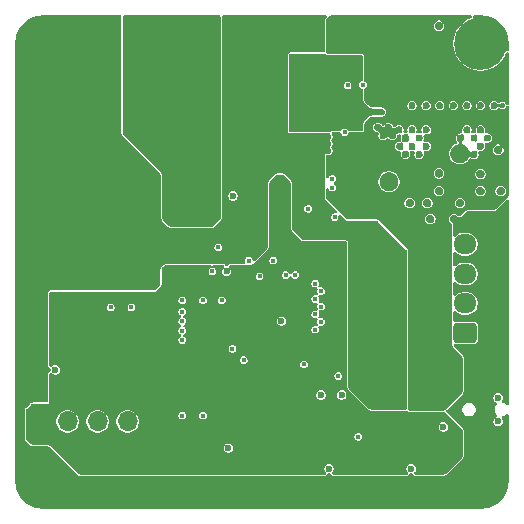
<source format=gbr>
%TF.GenerationSoftware,KiCad,Pcbnew,9.0.0*%
%TF.CreationDate,2025-08-20T08:39:56+02:00*%
%TF.ProjectId,SPARK,53504152-4b2e-46b6-9963-61645f706362,rev?*%
%TF.SameCoordinates,Original*%
%TF.FileFunction,Copper,L3,Inr*%
%TF.FilePolarity,Positive*%
%FSLAX46Y46*%
G04 Gerber Fmt 4.6, Leading zero omitted, Abs format (unit mm)*
G04 Created by KiCad (PCBNEW 9.0.0) date 2025-08-20 08:39:56*
%MOMM*%
%LPD*%
G01*
G04 APERTURE LIST*
G04 Aperture macros list*
%AMRoundRect*
0 Rectangle with rounded corners*
0 $1 Rounding radius*
0 $2 $3 $4 $5 $6 $7 $8 $9 X,Y pos of 4 corners*
0 Add a 4 corners polygon primitive as box body*
4,1,4,$2,$3,$4,$5,$6,$7,$8,$9,$2,$3,0*
0 Add four circle primitives for the rounded corners*
1,1,$1+$1,$2,$3*
1,1,$1+$1,$4,$5*
1,1,$1+$1,$6,$7*
1,1,$1+$1,$8,$9*
0 Add four rect primitives between the rounded corners*
20,1,$1+$1,$2,$3,$4,$5,0*
20,1,$1+$1,$4,$5,$6,$7,0*
20,1,$1+$1,$6,$7,$8,$9,0*
20,1,$1+$1,$8,$9,$2,$3,0*%
G04 Aperture macros list end*
%TA.AperFunction,ComponentPad*%
%ADD10R,1.600000X1.600000*%
%TD*%
%TA.AperFunction,ComponentPad*%
%ADD11C,1.600000*%
%TD*%
%TA.AperFunction,HeatsinkPad*%
%ADD12C,0.450000*%
%TD*%
%TA.AperFunction,ComponentPad*%
%ADD13R,1.700000X1.700000*%
%TD*%
%TA.AperFunction,ComponentPad*%
%ADD14O,1.700000X1.700000*%
%TD*%
%TA.AperFunction,ComponentPad*%
%ADD15C,0.700000*%
%TD*%
%TA.AperFunction,ComponentPad*%
%ADD16C,4.400000*%
%TD*%
%TA.AperFunction,ComponentPad*%
%ADD17RoundRect,0.250000X0.725000X-0.600000X0.725000X0.600000X-0.725000X0.600000X-0.725000X-0.600000X0*%
%TD*%
%TA.AperFunction,ComponentPad*%
%ADD18O,1.950000X1.700000*%
%TD*%
%TA.AperFunction,ViaPad*%
%ADD19C,0.700000*%
%TD*%
%TA.AperFunction,ViaPad*%
%ADD20C,0.450000*%
%TD*%
%TA.AperFunction,ViaPad*%
%ADD21C,0.600000*%
%TD*%
G04 APERTURE END LIST*
D10*
%TO.N,+BATT*%
%TO.C,C1*%
X-31844887Y34700000D03*
D11*
%TO.N,PGND*%
X-33844887Y34700000D03*
%TD*%
D10*
%TO.N,+12V*%
%TO.C,C23*%
X-7644887Y9350000D03*
D11*
%TO.N,PGND*%
X-9644887Y9350000D03*
%TD*%
D12*
%TO.N,PGND*%
%TO.C,U3*%
X-10650000Y14000000D03*
X-10650000Y15200000D03*
X-10650000Y16400000D03*
X-10650000Y17600000D03*
X-10650000Y18800000D03*
X-10650000Y20000000D03*
X-10650000Y21200000D03*
X-10650000Y22400000D03*
X-11850000Y14000000D03*
X-11850000Y15200000D03*
X-11850000Y16400000D03*
X-11850000Y17600000D03*
X-11850000Y18800000D03*
X-11850000Y20000000D03*
X-11850000Y21200000D03*
X-11850000Y22400000D03*
X-13050000Y14000000D03*
X-13050000Y15200000D03*
X-13050000Y16400000D03*
X-13050000Y17600000D03*
X-13050000Y18800000D03*
X-13050000Y20000000D03*
X-13050000Y21200000D03*
X-13050000Y22400000D03*
%TD*%
D13*
%TO.N,+3V3*%
%TO.C,J6*%
X-40000000Y7500000D03*
D14*
%TO.N,GND*%
X-37460000Y7500000D03*
%TO.N,SWDIO*%
X-34920000Y7500000D03*
%TO.N,SWCLK*%
X-32380000Y7500000D03*
%TD*%
D15*
%TO.N,PGND*%
%TO.C,H4*%
X-4150000Y39500000D03*
X-3666726Y40666726D03*
X-3666726Y38333274D03*
X-2500000Y41150000D03*
D16*
X-2500000Y39500000D03*
D15*
X-2500000Y37850000D03*
X-1333274Y40666726D03*
X-1333274Y38333274D03*
X-850000Y39500000D03*
%TD*%
%TO.N,PGND*%
%TO.C,H1*%
X-41150000Y2500000D03*
X-40666726Y3666726D03*
X-40666726Y1333274D03*
X-39500000Y4150000D03*
D16*
X-39500000Y2500000D03*
D15*
X-39500000Y850000D03*
X-38333274Y3666726D03*
X-38333274Y1333274D03*
X-37850000Y2500000D03*
%TD*%
D17*
%TO.N,AOUT1*%
%TO.C,J3*%
X-3800000Y15000000D03*
D18*
%TO.N,AOUT2*%
X-3800000Y17500000D03*
%TO.N,BOUT2*%
X-3800000Y20000000D03*
%TO.N,BOUT1*%
X-3800000Y22500000D03*
%TD*%
D10*
%TO.N,+12V*%
%TO.C,C12*%
X-4250000Y27667620D03*
D11*
%TO.N,PGND*%
X-4250000Y30167620D03*
%TD*%
D10*
%TO.N,+12V*%
%TO.C,C11*%
X-10250000Y25794887D03*
D11*
%TO.N,PGND*%
X-10250000Y27794887D03*
%TD*%
D15*
%TO.N,PGND*%
%TO.C,H3*%
X-41150000Y39500000D03*
X-40666726Y40666726D03*
X-40666726Y38333274D03*
X-39500000Y41150000D03*
D16*
X-39500000Y39500000D03*
D15*
X-39500000Y37850000D03*
X-38333274Y40666726D03*
X-38333274Y38333274D03*
X-37850000Y39500000D03*
%TD*%
%TO.N,PGND*%
%TO.C,H2*%
X-4150000Y2500000D03*
X-3666726Y3666726D03*
X-3666726Y1333274D03*
X-2500000Y4150000D03*
D16*
X-2500000Y2500000D03*
D15*
X-2500000Y850000D03*
X-1333274Y3666726D03*
X-1333274Y1333274D03*
X-850000Y2500000D03*
%TD*%
D19*
%TO.N,+BATT*%
X-27000000Y38400000D03*
X-25750000Y29050000D03*
X-27000000Y29050000D03*
X-28100000Y32300000D03*
X-25750000Y35950000D03*
X-29200000Y32300000D03*
X-28250000Y26100000D03*
X-25750000Y33600000D03*
X-28250000Y29050000D03*
X-29200000Y38400000D03*
X-25750000Y34750000D03*
X-30550000Y37200000D03*
X-25750000Y37150000D03*
X-25750000Y26100000D03*
X-31850000Y36200000D03*
X-27000000Y26100000D03*
X-27000000Y32300000D03*
X-30150000Y39750000D03*
X-31850000Y33200000D03*
X-32350000Y39750000D03*
X-28100000Y38400000D03*
X-25350000Y41100000D03*
D20*
X-13750000Y35950000D03*
D19*
%TO.N,PGND*%
X-28500000Y21500000D03*
D21*
X-3050000Y30100000D03*
X-11200000Y32400000D03*
X-8850000Y31500000D03*
D19*
X-37500000Y34000000D03*
X-34950000Y32000000D03*
D21*
X-9950000Y31700000D03*
D19*
X-22200000Y25900000D03*
D21*
X-7100000Y34250000D03*
D19*
X-37000000Y27500000D03*
D21*
X-8300000Y34250000D03*
D19*
X-12150000Y12500000D03*
X-40000000Y32000000D03*
D21*
X-8300000Y32200000D03*
D19*
X-1500000Y23000000D03*
X-40500000Y20450000D03*
D21*
X-8300000Y30800000D03*
D19*
X-1500000Y20000000D03*
X-32500000Y29000000D03*
D20*
X-15350000Y30400000D03*
D19*
X-35500000Y41000000D03*
X-40000000Y30500000D03*
D21*
X-10750000Y31700000D03*
D19*
X-7500000Y1500000D03*
X-22200000Y23500000D03*
X-38500000Y31500000D03*
D20*
X-18200000Y19900000D03*
D19*
X-26500000Y23000000D03*
D21*
X-4200000Y31500000D03*
D19*
X-30700000Y29000000D03*
X-40500000Y11500000D03*
X-23150000Y27700000D03*
X-38500000Y29500000D03*
D21*
X-7700000Y31500000D03*
D19*
X-13050000Y23700000D03*
X-32450000Y26500000D03*
D21*
X-7700000Y30100000D03*
D19*
X-32500000Y30500000D03*
X-31000000Y1500000D03*
X-33250000Y28250000D03*
X-35500000Y38000000D03*
X-800000Y27000000D03*
X-28000000Y23000000D03*
X-34000000Y32000000D03*
X-3050000Y24650000D03*
X-6000000Y41000000D03*
X-40000000Y36500000D03*
X-2500000Y27000000D03*
X-34000000Y29000000D03*
X-31500000Y23500000D03*
X-40500000Y14500000D03*
X-22200000Y24700000D03*
X-1500000Y17000000D03*
X-30150000Y25700000D03*
X-32450000Y23500000D03*
X-37000000Y41000000D03*
X-21250000Y25300000D03*
X-28000000Y1500000D03*
D21*
X-3650000Y32200000D03*
D19*
X-38500000Y30500000D03*
X-40000000Y33500000D03*
X-35500000Y36500000D03*
X-1500000Y14000000D03*
X-14150000Y23700000D03*
X-8500000Y26000000D03*
X-25000000Y1500000D03*
D21*
X-9400000Y32200000D03*
D19*
X-22200000Y27100000D03*
X-38500000Y33500000D03*
X-21250000Y26500000D03*
X-40000000Y24500000D03*
X-1000000Y30500000D03*
X-35500000Y29000000D03*
X-2500000Y28450000D03*
X-29500000Y1500000D03*
D20*
X-15350000Y31000000D03*
D19*
X-6750000Y24650000D03*
X-26500000Y1500000D03*
X-34000000Y23000000D03*
X-27250000Y22250000D03*
X-40500000Y18900000D03*
D21*
X-7100000Y30800000D03*
X-3050000Y31500000D03*
D19*
X-1500000Y21500000D03*
X-32500000Y21500000D03*
D21*
X-1900000Y31500000D03*
D19*
X-10500000Y1500000D03*
X-31300000Y26500000D03*
D21*
X-3650000Y34250000D03*
D19*
X-37000000Y24500000D03*
X-12900000Y10700000D03*
X-21250000Y27700000D03*
D21*
X-9350000Y30800000D03*
D19*
X-1500000Y18550000D03*
X-37000000Y35000000D03*
X-38500000Y26000000D03*
X-19500000Y1500000D03*
X-4250000Y26000000D03*
X-22200000Y28300000D03*
D21*
X-7100000Y32200000D03*
D19*
X-32450000Y25700000D03*
X-40500000Y16000000D03*
X-6000000Y28500000D03*
X-31600000Y29000000D03*
X-31000000Y21500000D03*
X-36500000Y34000000D03*
X-30500000Y23500000D03*
X-35000000Y33000000D03*
X-35000000Y30000000D03*
D21*
X-2500000Y32200000D03*
X-10300000Y32400000D03*
X-5950000Y34250000D03*
D19*
X-16500000Y1500000D03*
X-35500000Y39500000D03*
X-40000000Y35000000D03*
X-38500000Y23000000D03*
X-9000000Y1500000D03*
X-1000000Y13000000D03*
D21*
X-4800000Y34250000D03*
D19*
X-35500000Y23000000D03*
X-15000000Y1500000D03*
X-29500000Y21500000D03*
X-34000000Y21500000D03*
D21*
X-2500000Y34250000D03*
D19*
X-26500000Y21500000D03*
X-31300000Y25700000D03*
X-29500000Y23500000D03*
X-40000000Y29000000D03*
X-34000000Y26000000D03*
X-34950000Y31000000D03*
D21*
X-2500000Y30800000D03*
D19*
X-40000000Y27500000D03*
X-1500000Y24650000D03*
X-34000000Y24500000D03*
X-21250000Y24100000D03*
X-4750000Y24650000D03*
X-37500000Y29000000D03*
X-16400000Y26800000D03*
X-6000000Y27000000D03*
D21*
X-1350000Y34250000D03*
D19*
X-34000000Y27500000D03*
X-10650000Y12500000D03*
X-38500000Y36500000D03*
X-29500000Y22500000D03*
X-11400000Y10700000D03*
X-1500000Y15500000D03*
X-40000000Y26000000D03*
X-40000000Y23000000D03*
X-17900000Y24350000D03*
X-18000000Y1500000D03*
X-35500000Y26000000D03*
X-11150000Y23700000D03*
X-40500000Y13000000D03*
X-7000000Y26000000D03*
X-38500000Y35000000D03*
X-25000000Y23000000D03*
X-30150000Y26500000D03*
X-34000000Y30500000D03*
X-38500000Y32500000D03*
D20*
X-15350000Y31600000D03*
X-650000Y34250000D03*
D21*
X-8850000Y30100000D03*
D19*
X-25750000Y22250000D03*
X-35500000Y34000000D03*
X-37000000Y38000000D03*
X-35000000Y1500000D03*
X-37000000Y36500000D03*
X-36500000Y29000000D03*
D21*
%TO.N,+12V*%
X-9300000Y38100000D03*
X-5950000Y35150000D03*
D19*
X-5300000Y13350000D03*
D21*
X-9400000Y35150000D03*
D20*
X-6900000Y22200000D03*
D19*
X-4700000Y12750000D03*
X-5300000Y12150000D03*
D21*
X-5650000Y38100000D03*
X-5200000Y37400000D03*
X-4800000Y35150000D03*
D20*
X-2500000Y36900000D03*
D21*
X-8300000Y35150000D03*
D20*
X-6300000Y22200000D03*
D21*
X-10150000Y35800000D03*
X-8350000Y38100000D03*
D20*
X-650000Y35150000D03*
X-4950000Y38100000D03*
D21*
X-6100000Y37400000D03*
D20*
X-6750000Y13950000D03*
D21*
X-8850000Y37400000D03*
X-6550000Y38100000D03*
D20*
X-6000000Y22650000D03*
X-13400000Y24800000D03*
D19*
X-5900000Y12750000D03*
D21*
X-7450000Y38100000D03*
D20*
X-650000Y37150000D03*
D19*
X-6500000Y13350000D03*
D20*
X-4400000Y37400000D03*
D19*
X-6500000Y12150000D03*
X-6500000Y14550000D03*
D20*
X-7800000Y15250000D03*
D21*
X-7100000Y35150000D03*
D20*
X-7800000Y21750000D03*
X-7200000Y21750000D03*
D21*
X-1350000Y35150000D03*
D19*
X-14500000Y39500000D03*
D20*
X-7500000Y21300000D03*
X-6600000Y22650000D03*
D21*
X-11200000Y35000000D03*
X-7900000Y37400000D03*
X-7000000Y37400000D03*
D19*
X-5900000Y13950000D03*
D21*
X-2500000Y35150000D03*
D19*
X-14500000Y41000000D03*
D20*
X-6600000Y21750000D03*
X-6750000Y12750000D03*
X-14250000Y30250000D03*
D21*
X-3650000Y35150000D03*
%TO.N,+3V3*%
X-18350000Y14800000D03*
X-19075000Y3500000D03*
D20*
X-15575000Y11340000D03*
D21*
X-38500000Y15625000D03*
X-9625000Y3500000D03*
D20*
X-28750000Y18450000D03*
D21*
X-19900000Y22450000D03*
D20*
X-17337500Y9687500D03*
X-20050000Y20450000D03*
X-18950000Y27650000D03*
D21*
X-31075000Y3500000D03*
D20*
X-16000000Y19825000D03*
D21*
%TO.N,GND*%
X-5650000Y7050000D03*
D20*
X-32050000Y17150000D03*
X-14550000Y11350000D03*
X-26000000Y8000000D03*
D21*
X-16000000Y9750000D03*
X-23850000Y5250000D03*
X-24000000Y20200000D03*
X-14250000Y9750000D03*
D20*
X-33800000Y17150000D03*
D21*
X-19350000Y16000000D03*
X-1000000Y9500000D03*
D20*
X-17100000Y25500000D03*
D21*
X-38500000Y11875000D03*
D20*
X-27750000Y8000000D03*
D21*
X-8375000Y3500000D03*
X-1000000Y7500000D03*
D20*
X-15050000Y28050000D03*
D21*
X-15325000Y3500000D03*
X-23450000Y26600000D03*
D20*
%TO.N,NRST*%
X-22550000Y12700000D03*
X-12850000Y6200000D03*
%TO.N,RGB*%
X-24700000Y22250000D03*
X-27750000Y17750000D03*
%TO.N,NTC1*%
X-17450000Y12350000D03*
X-23500000Y13650000D03*
%TO.N,NTC2*%
X-15050000Y27300000D03*
X-19000000Y19900000D03*
%TO.N,VD1*%
X-14850000Y24800000D03*
X-21200000Y19800000D03*
%TO.N,VREF*%
X-20050000Y21125000D03*
X-22125000Y21125000D03*
%TO.N,DRV_STEP*%
X-27750000Y16800000D03*
X-16000000Y17225000D03*
%TO.N,DRV_DIR*%
X-27750000Y16000000D03*
X-16500000Y16575000D03*
%TO.N,DRV_EN*%
X-16000000Y15925000D03*
X-27750000Y15200000D03*
%TO.N,DRV_MOSI*%
X-26000000Y17750000D03*
X-16000000Y18525000D03*
%TO.N,DRV_SCK*%
X-16500000Y17875000D03*
X-24400000Y17750000D03*
%TO.N,DRV_MISO*%
X-25200000Y20200000D03*
X-16500000Y19175000D03*
%TO.N,DRV_SLEEP*%
X-16500000Y15275000D03*
X-27750000Y14400000D03*
%TO.N,/SW*%
X-12550000Y33100000D03*
X-16950000Y35350000D03*
X-16950000Y37350000D03*
X-16950000Y38350000D03*
X-16950000Y36350000D03*
X-16950000Y32350000D03*
X-10900000Y33700000D03*
X-16950000Y34850000D03*
X-16950000Y37850000D03*
X-16950000Y34350000D03*
X-16950000Y32850000D03*
X-16950000Y36850000D03*
X-12550000Y34350000D03*
X-16950000Y33850000D03*
X-16950000Y33350000D03*
X-16950000Y35850000D03*
%TO.N,/VCC*%
X-12450000Y36000000D03*
X-14000000Y32000000D03*
%TD*%
%TA.AperFunction,Conductor*%
%TO.N,+BATT*%
G36*
X-24584323Y41880315D02*
G01*
X-24563681Y41863681D01*
X-24536319Y41836319D01*
X-24502834Y41774996D01*
X-24500000Y41748638D01*
X-24500000Y24774665D01*
X-24501626Y24766488D01*
X-24500710Y24761410D01*
X-24509439Y24727213D01*
X-24561272Y24602076D01*
X-24588149Y24561850D01*
X-25111850Y24038149D01*
X-25152074Y24011272D01*
X-25214644Y23985355D01*
X-25277213Y23959439D01*
X-25324665Y23950000D01*
X-28674140Y23950000D01*
X-28683557Y23951964D01*
X-28689674Y23950977D01*
X-28723705Y23960337D01*
X-28844340Y24012942D01*
X-28885641Y24042229D01*
X-29365980Y24559518D01*
X-29390533Y24598569D01*
X-29441419Y24728149D01*
X-29450000Y24773474D01*
X-29450000Y28350002D01*
X-29520711Y28520711D01*
X-32711847Y31711847D01*
X-32716478Y31718777D01*
X-32720717Y31721721D01*
X-32738727Y31752075D01*
X-32790561Y31877212D01*
X-32800000Y31924665D01*
X-32800000Y41748638D01*
X-32780315Y41815677D01*
X-32763681Y41836319D01*
X-32736319Y41863681D01*
X-32674996Y41897166D01*
X-32648638Y41900000D01*
X-24651362Y41900000D01*
X-24584323Y41880315D01*
G37*
%TD.AperFunction*%
%TD*%
%TA.AperFunction,Conductor*%
%TO.N,PGND*%
G36*
X-32959802Y41880315D02*
G01*
X-32914047Y41827511D01*
X-32904103Y41758353D01*
X-32905500Y41748638D01*
X-32905500Y41748636D01*
X-32905500Y31924664D01*
X-32903495Y31904300D01*
X-32903473Y31904083D01*
X-32894034Y31856630D01*
X-32888030Y31836839D01*
X-32861905Y31773769D01*
X-32836195Y31711699D01*
X-32836189Y31711686D01*
X-32829524Y31698374D01*
X-32829458Y31698241D01*
X-32811448Y31667887D01*
X-32810844Y31667238D01*
X-32801587Y31655532D01*
X-32801384Y31655683D01*
X-32799569Y31653236D01*
X-32786442Y31637241D01*
X-29627590Y28478390D01*
X-29622958Y28471458D01*
X-29618719Y28468515D01*
X-29600710Y28438163D01*
X-29582824Y28394982D01*
X-29564939Y28351803D01*
X-29555500Y28304350D01*
X-29555500Y24773474D01*
X-29553659Y24753849D01*
X-29545078Y24708524D01*
X-29539619Y24689586D01*
X-29539617Y24689582D01*
X-29539612Y24689567D01*
X-29488741Y24560025D01*
X-29488738Y24560019D01*
X-29488733Y24560006D01*
X-29479846Y24542414D01*
X-29479836Y24542399D01*
X-29479836Y24542398D01*
X-29455302Y24503376D01*
X-29455297Y24503370D01*
X-29455293Y24503363D01*
X-29443290Y24487730D01*
X-29443285Y24487725D01*
X-29443280Y24487718D01*
X-28962947Y23970436D01*
X-28946672Y23956175D01*
X-28946652Y23956159D01*
X-28905367Y23926884D01*
X-28905365Y23926883D01*
X-28886510Y23916237D01*
X-28765875Y23863632D01*
X-28765872Y23863631D01*
X-28751672Y23858610D01*
X-28751667Y23858609D01*
X-28717651Y23849253D01*
X-28713741Y23849041D01*
X-28698830Y23847094D01*
X-28698813Y23847209D01*
X-28695667Y23846719D01*
X-28674157Y23844500D01*
X-28674140Y23844500D01*
X-25324664Y23844500D01*
X-25304089Y23846525D01*
X-25304088Y23846525D01*
X-25256631Y23855966D01*
X-25236844Y23861968D01*
X-25236843Y23861968D01*
X-25236841Y23861969D01*
X-25196759Y23878570D01*
X-25111708Y23913799D01*
X-25107146Y23916237D01*
X-25105448Y23917144D01*
X-25093464Y23923550D01*
X-25093444Y23923562D01*
X-25053249Y23950419D01*
X-25053235Y23950429D01*
X-25037244Y23963553D01*
X-24513551Y24487247D01*
X-24513546Y24487252D01*
X-24500426Y24503240D01*
X-24473561Y24543447D01*
X-24473552Y24543463D01*
X-24463805Y24561698D01*
X-24411973Y24686832D01*
X-24411970Y24686840D01*
X-24407214Y24701127D01*
X-24398488Y24735313D01*
X-24398456Y24736215D01*
X-24396730Y24751045D01*
X-24396972Y24751081D01*
X-24396526Y24754088D01*
X-24395216Y24767397D01*
X-24394500Y24774665D01*
X-24394500Y26652727D01*
X-23850500Y26652727D01*
X-23850500Y26547273D01*
X-23823207Y26445413D01*
X-23770480Y26354087D01*
X-23695913Y26279520D01*
X-23650377Y26253230D01*
X-23622684Y26237241D01*
X-23604587Y26226793D01*
X-23502727Y26199500D01*
X-23502726Y26199500D01*
X-23397273Y26199500D01*
X-23295413Y26226793D01*
X-23295410Y26226794D01*
X-23204085Y26279521D01*
X-23129521Y26354085D01*
X-23076794Y26445410D01*
X-23076793Y26445413D01*
X-23049500Y26547273D01*
X-23049500Y26652726D01*
X-23055276Y26674285D01*
X-23076793Y26754587D01*
X-23129520Y26845913D01*
X-23204087Y26920480D01*
X-23295413Y26973207D01*
X-23397273Y27000500D01*
X-23502727Y27000500D01*
X-23604587Y26973207D01*
X-23695913Y26920480D01*
X-23770480Y26845913D01*
X-23823207Y26754587D01*
X-23850500Y26652727D01*
X-24394500Y26652727D01*
X-24394500Y41748638D01*
X-24394500Y41748653D01*
X-24395105Y41759915D01*
X-24395105Y41759917D01*
X-24395408Y41762730D01*
X-24383011Y41831491D01*
X-24335407Y41882634D01*
X-24272120Y41900000D01*
X-15648562Y41900000D01*
X-15581523Y41880315D01*
X-15535768Y41827511D01*
X-15525824Y41758353D01*
X-15554849Y41694797D01*
X-15560881Y41688319D01*
X-15586442Y41662757D01*
X-15586447Y41662752D01*
X-15599567Y41646765D01*
X-15626447Y41606537D01*
X-15636196Y41588297D01*
X-15688030Y41463160D01*
X-15692784Y41448876D01*
X-15701512Y41414678D01*
X-15701543Y41413807D01*
X-15703277Y41398972D01*
X-15703025Y41398935D01*
X-15703470Y41395932D01*
X-15703472Y41395920D01*
X-15705500Y41375334D01*
X-15705500Y41375330D01*
X-15705500Y38879500D01*
X-15725185Y38812461D01*
X-15777989Y38766706D01*
X-15829500Y38755500D01*
X-18576000Y38755500D01*
X-18598427Y38753089D01*
X-18649938Y38741883D01*
X-18696599Y38718526D01*
X-18749403Y38672771D01*
X-18781541Y38622763D01*
X-18801226Y38555724D01*
X-18805500Y38526000D01*
X-18805500Y35978964D01*
X-18805500Y32124000D01*
X-18803089Y32101573D01*
X-18791883Y32050062D01*
X-18777772Y32021872D01*
X-18768525Y32003399D01*
X-18722770Y31950596D01*
X-18718542Y31947879D01*
X-18672763Y31918459D01*
X-18605729Y31898775D01*
X-18605725Y31898774D01*
X-18605724Y31898774D01*
X-18576000Y31894500D01*
X-18575996Y31894500D01*
X-15324484Y31894500D01*
X-15303925Y31888463D01*
X-15282536Y31887189D01*
X-15271067Y31878815D01*
X-15257445Y31874815D01*
X-15243416Y31858624D01*
X-15226108Y31845987D01*
X-15214399Y31825138D01*
X-15211690Y31822011D01*
X-15208833Y31815231D01*
X-15196174Y31782486D01*
X-15196144Y31782409D01*
X-15195276Y31772014D01*
X-15190543Y31763816D01*
X-15182273Y31746529D01*
X-15181704Y31745057D01*
X-15178306Y31742183D01*
X-15174432Y31735910D01*
X-15169003Y31726506D01*
X-15158143Y31707694D01*
X-15153157Y31699059D01*
X-15140766Y31669147D01*
X-15136502Y31653230D01*
X-15134224Y31644728D01*
X-15130000Y31612639D01*
X-15130000Y31587359D01*
X-15134223Y31555270D01*
X-15140768Y31530844D01*
X-15153151Y31500948D01*
X-15167855Y31475478D01*
X-15178679Y31459689D01*
X-15190743Y31444720D01*
X-15219244Y31400373D01*
X-15235724Y31350860D01*
X-15236216Y31343982D01*
X-15240708Y31281172D01*
X-15240708Y31281167D01*
X-15228512Y31225104D01*
X-15228072Y31223081D01*
X-15209619Y31189287D01*
X-15194586Y31161756D01*
X-15176138Y31137112D01*
X-15168022Y31124807D01*
X-15154612Y31101580D01*
X-15153153Y31099053D01*
X-15140767Y31069147D01*
X-15134225Y31044730D01*
X-15130000Y31012639D01*
X-15130000Y30987359D01*
X-15134223Y30955270D01*
X-15140768Y30930844D01*
X-15153151Y30900948D01*
X-15167855Y30875478D01*
X-15178679Y30859689D01*
X-15190743Y30844720D01*
X-15219244Y30800373D01*
X-15235724Y30750860D01*
X-15235724Y30750858D01*
X-15240708Y30681172D01*
X-15240708Y30681167D01*
X-15231217Y30637538D01*
X-15228072Y30623081D01*
X-15206859Y30584233D01*
X-15194586Y30561756D01*
X-15176138Y30537112D01*
X-15168022Y30524807D01*
X-15156182Y30504300D01*
X-15153153Y30499053D01*
X-15140767Y30469147D01*
X-15134225Y30444730D01*
X-15130000Y30412639D01*
X-15130000Y30387359D01*
X-15134223Y30355270D01*
X-15140768Y30330844D01*
X-15153152Y30300945D01*
X-15165791Y30279054D01*
X-15185493Y30253377D01*
X-15203377Y30235493D01*
X-15229051Y30215792D01*
X-15250945Y30203152D01*
X-15280846Y30190768D01*
X-15296127Y30186674D01*
X-15305272Y30184224D01*
X-15337360Y30180000D01*
X-15362639Y30180000D01*
X-15394724Y30184223D01*
X-15416606Y30190086D01*
X-15422708Y30191528D01*
X-15437151Y30194491D01*
X-15473368Y30195569D01*
X-15542526Y30185625D01*
X-15596599Y30160931D01*
X-15649403Y30115176D01*
X-15681541Y30065168D01*
X-15701226Y29998129D01*
X-15705500Y29968405D01*
X-15705500Y28196880D01*
X-15705493Y28195629D01*
X-15705458Y28192677D01*
X-15702020Y28171461D01*
X-15700455Y28161804D01*
X-15700453Y28161796D01*
X-15699631Y28159225D01*
X-15679180Y28095252D01*
X-15679178Y28095250D01*
X-15676815Y28087856D01*
X-15675150Y28018006D01*
X-15680978Y28001796D01*
X-15681539Y27999884D01*
X-15681541Y27999882D01*
X-15701226Y27932843D01*
X-15705500Y27903119D01*
X-15705500Y27446880D01*
X-15705493Y27445629D01*
X-15705458Y27442677D01*
X-15701509Y27418311D01*
X-15700455Y27411804D01*
X-15700453Y27411796D01*
X-15689846Y27378619D01*
X-15679180Y27345252D01*
X-15679178Y27345250D01*
X-15676815Y27337856D01*
X-15675150Y27268006D01*
X-15680978Y27251796D01*
X-15681539Y27249884D01*
X-15681541Y27249882D01*
X-15701226Y27182843D01*
X-15705500Y27153119D01*
X-15705500Y27153115D01*
X-15705500Y26524664D01*
X-15704224Y26511703D01*
X-15703473Y26504083D01*
X-15694034Y26456630D01*
X-15688030Y26436839D01*
X-15688028Y26436835D01*
X-15636195Y26311699D01*
X-15636189Y26311686D01*
X-15629524Y26298374D01*
X-15629458Y26298241D01*
X-15611448Y26267887D01*
X-15610844Y26267238D01*
X-15601587Y26255532D01*
X-15601384Y26255683D01*
X-15599569Y26253236D01*
X-15599564Y26253230D01*
X-15587983Y26239118D01*
X-15586442Y26237241D01*
X-15394619Y26045419D01*
X-14680245Y25331045D01*
X-14646760Y25269722D01*
X-14651744Y25200030D01*
X-14693616Y25144097D01*
X-14759080Y25119680D01*
X-14800021Y25123590D01*
X-14807147Y25125500D01*
X-14892853Y25125500D01*
X-14975638Y25103318D01*
X-15049862Y25060465D01*
X-15110465Y24999862D01*
X-15153318Y24925638D01*
X-15175500Y24842853D01*
X-15175500Y24757147D01*
X-15153318Y24674362D01*
X-15153314Y24674355D01*
X-15110469Y24600144D01*
X-15110463Y24600136D01*
X-15049863Y24539536D01*
X-15049855Y24539530D01*
X-14975644Y24496685D01*
X-14975640Y24496683D01*
X-14975638Y24496682D01*
X-14892853Y24474500D01*
X-14892852Y24474500D01*
X-14807147Y24474500D01*
X-14724362Y24496682D01*
X-14724355Y24496685D01*
X-14650144Y24539530D01*
X-14650136Y24539536D01*
X-14589536Y24600136D01*
X-14589530Y24600144D01*
X-14546685Y24674355D01*
X-14546682Y24674362D01*
X-14524500Y24757147D01*
X-14524500Y24842852D01*
X-14526410Y24849980D01*
X-14524747Y24919830D01*
X-14485584Y24977692D01*
X-14421356Y25005196D01*
X-14352453Y24993609D01*
X-14318954Y24969754D01*
X-13962756Y24613556D01*
X-13962737Y24613539D01*
X-13946779Y24600443D01*
X-13946759Y24600428D01*
X-13946325Y24600138D01*
X-13906539Y24573553D01*
X-13906538Y24573552D01*
X-13888298Y24563803D01*
X-13888291Y24563800D01*
X-13763164Y24511971D01*
X-13748879Y24507215D01*
X-13714684Y24498487D01*
X-13714669Y24498485D01*
X-13714612Y24498483D01*
X-13714504Y24498480D01*
X-13703821Y24498098D01*
X-13695913Y24496526D01*
X-13675335Y24494500D01*
X-13532481Y24494500D01*
X-13531109Y24494470D01*
X-13529350Y24493911D01*
X-13501728Y24490275D01*
X-13442854Y24474500D01*
X-13442853Y24474500D01*
X-13357145Y24474500D01*
X-13298272Y24490275D01*
X-13266180Y24494500D01*
X-11345650Y24494500D01*
X-11337470Y24492873D01*
X-11332394Y24493789D01*
X-11298197Y24485061D01*
X-11211837Y24449289D01*
X-11171609Y24422409D01*
X-8777590Y22028390D01*
X-8750710Y21988162D01*
X-8714939Y21901803D01*
X-8705500Y21854350D01*
X-8705500Y8629500D01*
X-8725185Y8562461D01*
X-8777989Y8516706D01*
X-8829500Y8505500D01*
X-11754351Y8505500D01*
X-11762529Y8507126D01*
X-11767606Y8506211D01*
X-11801804Y8514939D01*
X-11888162Y8550710D01*
X-11928390Y8577590D01*
X-13622408Y10271608D01*
X-13649288Y10311835D01*
X-13685061Y10398196D01*
X-13694500Y10445650D01*
X-13694500Y22598653D01*
X-13695105Y22609915D01*
X-13695106Y22609934D01*
X-13697939Y22636274D01*
X-13697939Y22636276D01*
X-13710237Y22675552D01*
X-13710239Y22675557D01*
X-13743723Y22736879D01*
X-13761711Y22760909D01*
X-13761718Y22760917D01*
X-13761719Y22760919D01*
X-13789081Y22788281D01*
X-13789086Y22788286D01*
X-13790074Y22789174D01*
X-13790105Y22789201D01*
X-13797484Y22795828D01*
X-13810977Y22806701D01*
X-13818124Y22812461D01*
X-13818681Y22812752D01*
X-13823779Y22815419D01*
X-13823694Y22815534D01*
X-13828710Y22819289D01*
X-13848163Y22828172D01*
X-13854609Y22831544D01*
X-13854617Y22831548D01*
X-13860128Y22833773D01*
X-13865210Y22835958D01*
X-13869508Y22837920D01*
X-13869509Y22837920D01*
X-13869510Y22837921D01*
X-13891481Y22842699D01*
X-13900063Y22844890D01*
X-13921638Y22851226D01*
X-13951362Y22855500D01*
X-13951366Y22855500D01*
X-17454351Y22855500D01*
X-17462529Y22857126D01*
X-17467606Y22856211D01*
X-17501804Y22864939D01*
X-17549310Y22884617D01*
X-17588162Y22900710D01*
X-17628390Y22927590D01*
X-18372408Y23671608D01*
X-18399288Y23711835D01*
X-18435061Y23798196D01*
X-18444500Y23845650D01*
X-18444500Y25542853D01*
X-17425500Y25542853D01*
X-17425500Y25457147D01*
X-17403318Y25374362D01*
X-17403314Y25374355D01*
X-17360469Y25300144D01*
X-17360463Y25300136D01*
X-17299863Y25239536D01*
X-17299855Y25239530D01*
X-17225644Y25196685D01*
X-17225640Y25196683D01*
X-17225638Y25196682D01*
X-17142853Y25174500D01*
X-17142852Y25174500D01*
X-17057147Y25174500D01*
X-16974362Y25196682D01*
X-16974355Y25196685D01*
X-16900144Y25239530D01*
X-16900136Y25239536D01*
X-16839536Y25300136D01*
X-16839530Y25300144D01*
X-16796685Y25374355D01*
X-16796682Y25374362D01*
X-16774500Y25457147D01*
X-16774500Y25542852D01*
X-16796682Y25625637D01*
X-16796685Y25625644D01*
X-16839530Y25699855D01*
X-16839536Y25699863D01*
X-16900136Y25760463D01*
X-16900138Y25760465D01*
X-16900140Y25760466D01*
X-16900144Y25760469D01*
X-16974355Y25803314D01*
X-16974362Y25803318D01*
X-17057147Y25825500D01*
X-17142853Y25825500D01*
X-17225638Y25803318D01*
X-17299862Y25760465D01*
X-17360465Y25699862D01*
X-17403318Y25625638D01*
X-17425500Y25542853D01*
X-18444500Y25542853D01*
X-18444500Y27625334D01*
X-18446525Y27645909D01*
X-18446525Y27645910D01*
X-18455965Y27693363D01*
X-18455968Y27693378D01*
X-18461971Y27713163D01*
X-18461973Y27713168D01*
X-18513794Y27838277D01*
X-18513800Y27838290D01*
X-18513803Y27838296D01*
X-18520539Y27851755D01*
X-18538548Y27882109D01*
X-18539160Y27882766D01*
X-18548425Y27894474D01*
X-18548624Y27894327D01*
X-18550430Y27896761D01*
X-18550433Y27896766D01*
X-18555643Y27903115D01*
X-18563541Y27912740D01*
X-18563556Y27912756D01*
X-19037241Y28386442D01*
X-19053232Y28399566D01*
X-19053237Y28399569D01*
X-19059520Y28403767D01*
X-19093462Y28426447D01*
X-19111702Y28436196D01*
X-19236839Y28488030D01*
X-19256630Y28494034D01*
X-19304083Y28503473D01*
X-19304093Y28503474D01*
X-19304099Y28503475D01*
X-19324664Y28505500D01*
X-19324665Y28505500D01*
X-19625335Y28505500D01*
X-19625336Y28505500D01*
X-19645911Y28503474D01*
X-19645912Y28503474D01*
X-19645916Y28503473D01*
X-19645918Y28503473D01*
X-19693369Y28494034D01*
X-19713159Y28488030D01*
X-19838298Y28436196D01*
X-19856539Y28426446D01*
X-19896766Y28399566D01*
X-19912752Y28386447D01*
X-20386447Y27912752D01*
X-20399567Y27896765D01*
X-20426447Y27856537D01*
X-20436196Y27838297D01*
X-20488030Y27713160D01*
X-20492784Y27698876D01*
X-20501512Y27664678D01*
X-20501543Y27663807D01*
X-20503277Y27648972D01*
X-20503025Y27648935D01*
X-20503470Y27645932D01*
X-20503472Y27645920D01*
X-20505500Y27625334D01*
X-20505500Y27625330D01*
X-20505500Y22295647D01*
X-20507126Y22287470D01*
X-20506210Y22282392D01*
X-20514938Y22248195D01*
X-20550711Y22161832D01*
X-20577587Y22121610D01*
X-21456747Y21242453D01*
X-21545235Y21153964D01*
X-21590965Y21108233D01*
X-21652287Y21074749D01*
X-21721979Y21079733D01*
X-21777912Y21121605D01*
X-21798420Y21163821D01*
X-21821682Y21250639D01*
X-21821685Y21250644D01*
X-21864530Y21324855D01*
X-21864536Y21324863D01*
X-21925136Y21385463D01*
X-21925138Y21385465D01*
X-21925140Y21385466D01*
X-21925144Y21385469D01*
X-21999355Y21428314D01*
X-21999362Y21428318D01*
X-22082147Y21450500D01*
X-22167853Y21450500D01*
X-22250638Y21428318D01*
X-22324862Y21385465D01*
X-22385465Y21324862D01*
X-22428318Y21250638D01*
X-22450500Y21167853D01*
X-22450500Y21082147D01*
X-22431595Y21011593D01*
X-22433258Y20941743D01*
X-22472421Y20883881D01*
X-22536649Y20856377D01*
X-22551370Y20855500D01*
X-23688854Y20855500D01*
X-23706346Y20854040D01*
X-23746898Y20847222D01*
X-23790599Y20829122D01*
X-23847515Y20788595D01*
X-23884264Y20741868D01*
X-23885107Y20739762D01*
X-23886511Y20737975D01*
X-23888698Y20734189D01*
X-23889242Y20734503D01*
X-23928297Y20684840D01*
X-23994324Y20661988D01*
X-24062224Y20678459D01*
X-24110440Y20729026D01*
X-24113018Y20734333D01*
X-24118618Y20746596D01*
X-24118621Y20746600D01*
X-24164375Y20799403D01*
X-24214383Y20831541D01*
X-24281422Y20851226D01*
X-24311146Y20855500D01*
X-25053119Y20855500D01*
X-25053141Y20855500D01*
X-25053317Y20855498D01*
X-25054371Y20855493D01*
X-25057321Y20855458D01*
X-25088191Y20850456D01*
X-25154744Y20829182D01*
X-25154745Y20829180D01*
X-25162147Y20826815D01*
X-25231997Y20825152D01*
X-25248200Y20830977D01*
X-25250115Y20831539D01*
X-25250118Y20831541D01*
X-25317157Y20851226D01*
X-25346881Y20855500D01*
X-29125335Y20855500D01*
X-29125336Y20855500D01*
X-29145911Y20853474D01*
X-29145912Y20853474D01*
X-29145916Y20853473D01*
X-29145918Y20853473D01*
X-29193369Y20844034D01*
X-29213159Y20838030D01*
X-29338298Y20786196D01*
X-29356539Y20776446D01*
X-29396766Y20749566D01*
X-29412752Y20736447D01*
X-29486447Y20662752D01*
X-29499567Y20646765D01*
X-29526447Y20606537D01*
X-29536196Y20588297D01*
X-29588030Y20463160D01*
X-29592784Y20448876D01*
X-29601512Y20414678D01*
X-29601543Y20413807D01*
X-29603277Y20398972D01*
X-29603025Y20398935D01*
X-29603470Y20395932D01*
X-29603472Y20395920D01*
X-29604585Y20384617D01*
X-29605500Y20375330D01*
X-29605500Y19145647D01*
X-29607126Y19137470D01*
X-29606210Y19132392D01*
X-29614938Y19098195D01*
X-29650711Y19011832D01*
X-29677587Y18971610D01*
X-29971610Y18677587D01*
X-30011834Y18650710D01*
X-30055016Y18632824D01*
X-30098196Y18614939D01*
X-30145648Y18605500D01*
X-38848638Y18605500D01*
X-38859916Y18604895D01*
X-38886274Y18602061D01*
X-38925557Y18589761D01*
X-38986880Y18556276D01*
X-38989969Y18553964D01*
X-39010919Y18538281D01*
X-39038281Y18510919D01*
X-39045828Y18502516D01*
X-39062462Y18481874D01*
X-39065414Y18476228D01*
X-39065527Y18476313D01*
X-39069282Y18471298D01*
X-39078174Y18451828D01*
X-39081547Y18445380D01*
X-39081550Y18445369D01*
X-39083755Y18439908D01*
X-39085955Y18434791D01*
X-39087921Y18430490D01*
X-39092705Y18408494D01*
X-39094885Y18399954D01*
X-39101226Y18378363D01*
X-39105500Y18348638D01*
X-39105500Y17778964D01*
X-39105500Y17178964D01*
X-39105500Y16828964D01*
X-39105500Y16028964D01*
X-39105500Y15228964D01*
X-39105500Y14428964D01*
X-39105500Y13678964D01*
X-39105500Y12728964D01*
X-39105500Y12378964D01*
X-39105500Y12240755D01*
X-39105433Y12236989D01*
X-39105432Y12236969D01*
X-39105117Y12228147D01*
X-39105116Y12228138D01*
X-39098531Y12195037D01*
X-39074115Y12129575D01*
X-39074113Y12129572D01*
X-39038494Y12081990D01*
X-38982559Y12040117D01*
X-38982552Y12040114D01*
X-38981156Y12039593D01*
X-38979963Y12038700D01*
X-38974775Y12035867D01*
X-38975182Y12035120D01*
X-38963434Y12026324D01*
X-38943297Y12017128D01*
X-38936012Y12005793D01*
X-38925226Y11997717D01*
X-38917490Y11976972D01*
X-38905523Y11958350D01*
X-38902369Y11936419D01*
X-38900815Y11932250D01*
X-38900500Y11923415D01*
X-38900500Y11825347D01*
X-38920185Y11758308D01*
X-38972988Y11712553D01*
X-38996599Y11701771D01*
X-39049403Y11656016D01*
X-39081541Y11606008D01*
X-39101226Y11538969D01*
X-39105500Y11509245D01*
X-39105500Y11509241D01*
X-39105500Y9229500D01*
X-39125185Y9162461D01*
X-39177989Y9116706D01*
X-39229500Y9105500D01*
X-40375336Y9105500D01*
X-40395911Y9103474D01*
X-40395912Y9103474D01*
X-40395916Y9103473D01*
X-40395918Y9103473D01*
X-40443369Y9094034D01*
X-40463159Y9088030D01*
X-40588298Y9036196D01*
X-40606539Y9026446D01*
X-40646766Y8999566D01*
X-40662752Y8986447D01*
X-40986447Y8662752D01*
X-40999567Y8646765D01*
X-41026447Y8606537D01*
X-41036196Y8588297D01*
X-41088030Y8463160D01*
X-41092784Y8448876D01*
X-41101512Y8414678D01*
X-41101543Y8413807D01*
X-41103277Y8398972D01*
X-41103025Y8398935D01*
X-41103470Y8395932D01*
X-41103472Y8395920D01*
X-41105500Y8375334D01*
X-41105500Y7583224D01*
X-41105500Y6228964D01*
X-41105500Y6124665D01*
X-41103473Y6104083D01*
X-41094034Y6056630D01*
X-41088030Y6036839D01*
X-41036196Y5911702D01*
X-41026447Y5893462D01*
X-40999569Y5853237D01*
X-40999566Y5853232D01*
X-40986442Y5837241D01*
X-40662756Y5513556D01*
X-40662737Y5513539D01*
X-40646779Y5500443D01*
X-40646769Y5500435D01*
X-40646766Y5500433D01*
X-40606539Y5473553D01*
X-40606538Y5473552D01*
X-40588298Y5463803D01*
X-40588291Y5463800D01*
X-40463164Y5411971D01*
X-40448879Y5407215D01*
X-40414684Y5398487D01*
X-40414669Y5398485D01*
X-40413764Y5398453D01*
X-40398957Y5396731D01*
X-40398922Y5396972D01*
X-40395914Y5396526D01*
X-40385624Y5395513D01*
X-40375335Y5394500D01*
X-39145650Y5394500D01*
X-39137470Y5392873D01*
X-39132394Y5393789D01*
X-39098197Y5385061D01*
X-39011837Y5349289D01*
X-38971609Y5322409D01*
X-38938038Y5288838D01*
X-36662752Y3013552D01*
X-36662748Y3013549D01*
X-36662737Y3013539D01*
X-36646779Y3000443D01*
X-36646759Y3000428D01*
X-36633604Y2991638D01*
X-36606539Y2973553D01*
X-36606538Y2973552D01*
X-36588298Y2963803D01*
X-36588291Y2963800D01*
X-36463164Y2911971D01*
X-36448879Y2907215D01*
X-36414684Y2898487D01*
X-36414669Y2898485D01*
X-36413764Y2898453D01*
X-36398957Y2896731D01*
X-36398922Y2896972D01*
X-36395914Y2896526D01*
X-36385624Y2895513D01*
X-36375335Y2894500D01*
X-36375334Y2894500D01*
X-15690778Y2894500D01*
X-15690755Y2894500D01*
X-15688740Y2894535D01*
X-15686969Y2894567D01*
X-15678147Y2894882D01*
X-15678138Y2894883D01*
X-15645037Y2901468D01*
X-15579575Y2925884D01*
X-15579572Y2925886D01*
X-15531990Y2961505D01*
X-15490117Y3017440D01*
X-15490116Y3017442D01*
X-15489598Y3018833D01*
X-15488708Y3020021D01*
X-15485867Y3025225D01*
X-15485118Y3024816D01*
X-15476328Y3036559D01*
X-15467129Y3056703D01*
X-15455798Y3063984D01*
X-15447727Y3074767D01*
X-15426979Y3082505D01*
X-15408351Y3094477D01*
X-15386432Y3097628D01*
X-15382262Y3099184D01*
X-15373416Y3099500D01*
X-15275348Y3099500D01*
X-15208309Y3079815D01*
X-15162554Y3027013D01*
X-15151771Y3003401D01*
X-15106016Y2950597D01*
X-15056008Y2918459D01*
X-14988974Y2898775D01*
X-14988970Y2898774D01*
X-14988969Y2898774D01*
X-14959245Y2894500D01*
X-14959241Y2894500D01*
X-8740778Y2894500D01*
X-8740755Y2894500D01*
X-8738740Y2894535D01*
X-8736969Y2894567D01*
X-8728147Y2894882D01*
X-8728138Y2894883D01*
X-8695037Y2901468D01*
X-8629575Y2925884D01*
X-8629572Y2925886D01*
X-8581990Y2961505D01*
X-8540117Y3017440D01*
X-8540116Y3017442D01*
X-8539598Y3018833D01*
X-8538708Y3020021D01*
X-8535867Y3025225D01*
X-8535118Y3024816D01*
X-8526328Y3036559D01*
X-8517129Y3056703D01*
X-8505798Y3063984D01*
X-8497727Y3074767D01*
X-8476979Y3082505D01*
X-8458351Y3094477D01*
X-8436432Y3097628D01*
X-8432262Y3099184D01*
X-8423416Y3099500D01*
X-8325348Y3099500D01*
X-8258309Y3079815D01*
X-8212554Y3027013D01*
X-8201771Y3003401D01*
X-8156016Y2950597D01*
X-8106008Y2918459D01*
X-8038974Y2898775D01*
X-8038970Y2898774D01*
X-8038969Y2898774D01*
X-8009245Y2894500D01*
X-8009241Y2894500D01*
X-5624664Y2894500D01*
X-5604089Y2896525D01*
X-5604088Y2896525D01*
X-5556631Y2905966D01*
X-5536844Y2911968D01*
X-5536843Y2911968D01*
X-5536841Y2911969D01*
X-5495128Y2929246D01*
X-5411696Y2963804D01*
X-5398251Y2970535D01*
X-5398227Y2970547D01*
X-5367890Y2988548D01*
X-5367882Y2988554D01*
X-5367229Y2989163D01*
X-5355530Y2998422D01*
X-5355536Y2998431D01*
X-5355591Y2998497D01*
X-5355587Y2998499D01*
X-5355677Y2998620D01*
X-5353228Y3000435D01*
X-5337261Y3013538D01*
X-5337247Y3013551D01*
X-4013546Y4337252D01*
X-4000426Y4353240D01*
X-3973561Y4393447D01*
X-3973552Y4393463D01*
X-3963805Y4411698D01*
X-3911971Y4536836D01*
X-3905968Y4556620D01*
X-3905965Y4556635D01*
X-3896525Y4604088D01*
X-3896525Y4604089D01*
X-3894500Y4624664D01*
X-3894500Y6675334D01*
X-3896525Y6695909D01*
X-3896525Y6695910D01*
X-3905965Y6743363D01*
X-3905968Y6743378D01*
X-3911971Y6763163D01*
X-3911973Y6763168D01*
X-3963794Y6888277D01*
X-3963800Y6888290D01*
X-3963803Y6888296D01*
X-3970539Y6901755D01*
X-3988548Y6932109D01*
X-3989160Y6932766D01*
X-3998425Y6944474D01*
X-3998624Y6944327D01*
X-4000428Y6946758D01*
X-4000433Y6946766D01*
X-4003546Y6950559D01*
X-4013541Y6962740D01*
X-4013556Y6962756D01*
X-5363118Y8312318D01*
X-5396603Y8373641D01*
X-5391619Y8443333D01*
X-5363118Y8487680D01*
X-5275032Y8575766D01*
X-4050500Y8575766D01*
X-4050500Y8424234D01*
X-4011281Y8277865D01*
X-3935515Y8146635D01*
X-3828365Y8039485D01*
X-3762750Y8001602D01*
X-3697136Y7963719D01*
X-3625191Y7944442D01*
X-3550766Y7924500D01*
X-3550765Y7924500D01*
X-3399234Y7924500D01*
X-3252863Y7963719D01*
X-3121635Y8039485D01*
X-3121632Y8039487D01*
X-3014487Y8146632D01*
X-3014485Y8146635D01*
X-2938719Y8277863D01*
X-2899500Y8424234D01*
X-2899500Y8575765D01*
X-2938719Y8722136D01*
X-3014484Y8853363D01*
X-3014485Y8853365D01*
X-3121635Y8960515D01*
X-3252865Y9036281D01*
X-3399234Y9075500D01*
X-3550766Y9075500D01*
X-3697135Y9036281D01*
X-3828365Y8960515D01*
X-3935515Y8853365D01*
X-4011281Y8722135D01*
X-4050500Y8575766D01*
X-5275032Y8575766D01*
X-4013546Y9837252D01*
X-4000426Y9853240D01*
X-3973561Y9893447D01*
X-3973552Y9893463D01*
X-3963805Y9911698D01*
X-3911971Y10036836D01*
X-3905968Y10056620D01*
X-3905965Y10056635D01*
X-3896525Y10104088D01*
X-3896525Y10104089D01*
X-3894500Y10124664D01*
X-3894500Y12825334D01*
X-3896525Y12845909D01*
X-3896525Y12845910D01*
X-3905965Y12893363D01*
X-3905968Y12893378D01*
X-3911971Y12913163D01*
X-3911973Y12913168D01*
X-3963794Y13038277D01*
X-3963800Y13038290D01*
X-3963803Y13038296D01*
X-3970539Y13051755D01*
X-3988548Y13082109D01*
X-3989160Y13082766D01*
X-3998425Y13094474D01*
X-3998624Y13094327D01*
X-4000428Y13096758D01*
X-4000433Y13096766D01*
X-4003546Y13100559D01*
X-4013541Y13112740D01*
X-4013556Y13112756D01*
X-4722408Y13821608D01*
X-4727040Y13828540D01*
X-4731278Y13831483D01*
X-4749288Y13861836D01*
X-4760768Y13889551D01*
X-4768237Y13959020D01*
X-4736962Y14021500D01*
X-4676873Y14057152D01*
X-4628331Y14059709D01*
X-4601244Y14055762D01*
X-4558260Y14049500D01*
X-4558256Y14049500D01*
X-3041739Y14049500D01*
X-2973608Y14059426D01*
X-2868514Y14110803D01*
X-2785803Y14193514D01*
X-2734426Y14298608D01*
X-2724500Y14366739D01*
X-2724500Y15633260D01*
X-2734426Y15701391D01*
X-2785803Y15806485D01*
X-2868514Y15889196D01*
X-2868515Y15889196D01*
X-2868517Y15889198D01*
X-2973607Y15940573D01*
X-3007673Y15945536D01*
X-3041739Y15950500D01*
X-3041740Y15950500D01*
X-4558260Y15950500D01*
X-4558261Y15950500D01*
X-4579979Y15947335D01*
X-4626393Y15940573D01*
X-4626402Y15940568D01*
X-4633887Y15938256D01*
X-4703750Y15937269D01*
X-4763056Y15974209D01*
X-4792976Y16037348D01*
X-4794500Y16056728D01*
X-4794500Y16725927D01*
X-4774815Y16792966D01*
X-4722011Y16838721D01*
X-4652853Y16848665D01*
X-4589297Y16819640D01*
X-4582819Y16813608D01*
X-4530911Y16761700D01*
X-4530907Y16761697D01*
X-4375237Y16657681D01*
X-4375228Y16657676D01*
X-4202251Y16586027D01*
X-4202243Y16586025D01*
X-4018620Y16549500D01*
X-4018616Y16549500D01*
X-3581379Y16549500D01*
X-3397756Y16586025D01*
X-3397748Y16586027D01*
X-3224771Y16657676D01*
X-3224762Y16657681D01*
X-3069092Y16761697D01*
X-3069088Y16761700D01*
X-2936700Y16894088D01*
X-2936697Y16894092D01*
X-2832681Y17049762D01*
X-2832676Y17049771D01*
X-2761027Y17222748D01*
X-2761025Y17222756D01*
X-2724500Y17406379D01*
X-2724500Y17593620D01*
X-2761025Y17777243D01*
X-2761027Y17777251D01*
X-2832676Y17950228D01*
X-2832681Y17950237D01*
X-2936697Y18105907D01*
X-2936700Y18105911D01*
X-3069088Y18238299D01*
X-3069092Y18238302D01*
X-3224762Y18342318D01*
X-3224771Y18342323D01*
X-3263956Y18358554D01*
X-3397749Y18413973D01*
X-3581379Y18450499D01*
X-3581383Y18450500D01*
X-3581384Y18450500D01*
X-4018616Y18450500D01*
X-4018617Y18450500D01*
X-4018618Y18450499D01*
X-4202251Y18413973D01*
X-4375231Y18342322D01*
X-4530908Y18238302D01*
X-4530911Y18238299D01*
X-4582819Y18186392D01*
X-4644142Y18152907D01*
X-4713834Y18157891D01*
X-4769767Y18199763D01*
X-4794184Y18265227D01*
X-4794500Y18274073D01*
X-4794500Y19225927D01*
X-4774815Y19292966D01*
X-4722011Y19338721D01*
X-4652853Y19348665D01*
X-4589297Y19319640D01*
X-4582819Y19313608D01*
X-4530911Y19261700D01*
X-4530907Y19261697D01*
X-4375237Y19157681D01*
X-4375228Y19157676D01*
X-4202251Y19086027D01*
X-4202243Y19086025D01*
X-4018620Y19049500D01*
X-4018616Y19049500D01*
X-3581379Y19049500D01*
X-3397756Y19086025D01*
X-3397748Y19086027D01*
X-3224771Y19157676D01*
X-3224762Y19157681D01*
X-3069092Y19261697D01*
X-3069088Y19261700D01*
X-2936700Y19394088D01*
X-2936697Y19394092D01*
X-2832681Y19549762D01*
X-2832676Y19549771D01*
X-2761027Y19722748D01*
X-2761025Y19722756D01*
X-2724500Y19906379D01*
X-2724500Y20093620D01*
X-2761025Y20277243D01*
X-2761027Y20277251D01*
X-2832676Y20450228D01*
X-2832681Y20450237D01*
X-2936697Y20605907D01*
X-2936700Y20605911D01*
X-3069088Y20738299D01*
X-3069092Y20738302D01*
X-3224762Y20842318D01*
X-3224771Y20842323D01*
X-3325101Y20883881D01*
X-3397749Y20913973D01*
X-3581379Y20950499D01*
X-3581383Y20950500D01*
X-3581384Y20950500D01*
X-4018616Y20950500D01*
X-4018617Y20950500D01*
X-4018618Y20950499D01*
X-4202251Y20913973D01*
X-4375231Y20842322D01*
X-4530908Y20738302D01*
X-4530911Y20738299D01*
X-4582819Y20686392D01*
X-4644142Y20652907D01*
X-4713834Y20657891D01*
X-4769767Y20699763D01*
X-4794184Y20765227D01*
X-4794500Y20774073D01*
X-4794500Y21725927D01*
X-4774815Y21792966D01*
X-4722011Y21838721D01*
X-4652853Y21848665D01*
X-4589297Y21819640D01*
X-4582819Y21813608D01*
X-4530911Y21761700D01*
X-4530907Y21761697D01*
X-4375237Y21657681D01*
X-4375228Y21657676D01*
X-4202251Y21586027D01*
X-4202243Y21586025D01*
X-4018620Y21549500D01*
X-4018616Y21549500D01*
X-3581379Y21549500D01*
X-3397756Y21586025D01*
X-3397748Y21586027D01*
X-3224771Y21657676D01*
X-3224762Y21657681D01*
X-3069092Y21761697D01*
X-3069088Y21761700D01*
X-2936700Y21894088D01*
X-2936697Y21894092D01*
X-2832681Y22049762D01*
X-2832676Y22049771D01*
X-2761027Y22222748D01*
X-2761025Y22222756D01*
X-2724500Y22406379D01*
X-2724500Y22593620D01*
X-2761025Y22777243D01*
X-2761027Y22777251D01*
X-2832676Y22950228D01*
X-2832681Y22950237D01*
X-2936697Y23105907D01*
X-2936700Y23105911D01*
X-3069088Y23238299D01*
X-3069092Y23238302D01*
X-3224762Y23342318D01*
X-3224771Y23342323D01*
X-3263956Y23358554D01*
X-3397749Y23413973D01*
X-3581379Y23450499D01*
X-3581383Y23450500D01*
X-3581384Y23450500D01*
X-4018616Y23450500D01*
X-4018617Y23450500D01*
X-4018618Y23450499D01*
X-4202251Y23413973D01*
X-4375231Y23342322D01*
X-4530908Y23238302D01*
X-4530911Y23238299D01*
X-4582819Y23186392D01*
X-4644142Y23152907D01*
X-4713834Y23157891D01*
X-4769767Y23199763D01*
X-4794184Y23265227D01*
X-4794500Y23274073D01*
X-4794500Y24076197D01*
X-4791959Y24096931D01*
X-4792357Y24096986D01*
X-4791447Y24103663D01*
X-4790229Y24149098D01*
X-4790230Y24149112D01*
X-4803451Y24217710D01*
X-4803452Y24217714D01*
X-4830690Y24270549D01*
X-4830693Y24270554D01*
X-4878907Y24321119D01*
X-4878908Y24321120D01*
X-4902509Y24339680D01*
X-4947694Y24365767D01*
X-4973375Y24385473D01*
X-5014524Y24426622D01*
X-5034230Y24452302D01*
X-5063325Y24502695D01*
X-5075712Y24532601D01*
X-5090774Y24588811D01*
X-5095000Y24620906D01*
X-5095000Y24679092D01*
X-5090774Y24711187D01*
X-5075712Y24767397D01*
X-5063325Y24797303D01*
X-5034230Y24847696D01*
X-5014524Y24873376D01*
X-4973376Y24914524D01*
X-4947696Y24934230D01*
X-4897303Y24963325D01*
X-4867398Y24975712D01*
X-4811190Y24990774D01*
X-4779094Y24995000D01*
X-4720906Y24995000D01*
X-4688811Y24990774D01*
X-4632601Y24975712D01*
X-4602695Y24963325D01*
X-4552302Y24934230D01*
X-4526622Y24914524D01*
X-4470941Y24858843D01*
X-4468368Y24856192D01*
X-4446310Y24832779D01*
X-4446300Y24832770D01*
X-4390375Y24790905D01*
X-4390372Y24790904D01*
X-4334675Y24770131D01*
X-4304807Y24767995D01*
X-4264988Y24765147D01*
X-4264986Y24765147D01*
X-4264985Y24765147D01*
X-4264984Y24765147D01*
X-4206898Y24777782D01*
X-4182864Y24790905D01*
X-4145579Y24811264D01*
X-4121537Y24829261D01*
X-4121528Y24829269D01*
X-3728389Y25222409D01*
X-3721458Y25227040D01*
X-3718515Y25231279D01*
X-3688162Y25249288D01*
X-3601804Y25285060D01*
X-3554350Y25294500D01*
X-1424664Y25294500D01*
X-1404089Y25296525D01*
X-1404088Y25296525D01*
X-1356631Y25305966D01*
X-1336844Y25311968D01*
X-1336843Y25311968D01*
X-1336841Y25311969D01*
X-1290786Y25331045D01*
X-1211696Y25363804D01*
X-1198251Y25370535D01*
X-1198227Y25370547D01*
X-1167890Y25388548D01*
X-1167882Y25388554D01*
X-1167229Y25389163D01*
X-1155530Y25398422D01*
X-1155536Y25398431D01*
X-1155591Y25398497D01*
X-1155587Y25398499D01*
X-1155677Y25398620D01*
X-1153228Y25400435D01*
X-1137261Y25413538D01*
X-1137247Y25413551D01*
X-311681Y26239118D01*
X-250358Y26272603D01*
X-180666Y26267619D01*
X-124733Y26225747D01*
X-100316Y26160283D01*
X-100000Y26151437D01*
X-100000Y8988242D01*
X-119685Y8921203D01*
X-172489Y8875448D01*
X-241647Y8865504D01*
X-305203Y8894529D01*
X-311681Y8900561D01*
X-371632Y8960512D01*
X-371635Y8960515D01*
X-502865Y9036281D01*
X-608765Y9064656D01*
X-668424Y9101019D01*
X-698954Y9163866D01*
X-690660Y9233241D01*
X-682839Y9246618D01*
X-683584Y9247049D01*
X-679521Y9254085D01*
X-679520Y9254087D01*
X-657638Y9291987D01*
X-626794Y9345410D01*
X-626793Y9345413D01*
X-599500Y9447273D01*
X-599500Y9552726D01*
X-626793Y9654586D01*
X-626794Y9654589D01*
X-679521Y9745914D01*
X-754085Y9820478D01*
X-754087Y9820480D01*
X-845413Y9873207D01*
X-947273Y9900500D01*
X-1052727Y9900500D01*
X-1154587Y9873207D01*
X-1245913Y9820480D01*
X-1320480Y9745913D01*
X-1373207Y9654587D01*
X-1400500Y9552727D01*
X-1400500Y9447273D01*
X-1373207Y9345413D01*
X-1320480Y9254087D01*
X-1245913Y9179520D01*
X-1218799Y9163866D01*
X-1154585Y9126791D01*
X-1154566Y9126784D01*
X-1154552Y9126772D01*
X-1147548Y9122729D01*
X-1148178Y9121636D01*
X-1100162Y9082943D01*
X-1078097Y9016649D01*
X-1095376Y8948950D01*
X-1114330Y8924549D01*
X-1185515Y8853365D01*
X-1261281Y8722135D01*
X-1300500Y8575766D01*
X-1300500Y8424234D01*
X-1261281Y8277865D01*
X-1185515Y8146635D01*
X-1185512Y8146632D01*
X-1114337Y8075457D01*
X-1080852Y8014134D01*
X-1085836Y7944442D01*
X-1127708Y7888509D01*
X-1154578Y7873209D01*
X-1154587Y7873207D01*
X-1245913Y7820480D01*
X-1320480Y7745913D01*
X-1373207Y7654587D01*
X-1400500Y7552727D01*
X-1400500Y7447273D01*
X-1373207Y7345413D01*
X-1320480Y7254087D01*
X-1245913Y7179520D01*
X-1154587Y7126793D01*
X-1052727Y7099500D01*
X-1052726Y7099500D01*
X-947273Y7099500D01*
X-845413Y7126793D01*
X-845410Y7126794D01*
X-754085Y7179521D01*
X-679521Y7254085D01*
X-626794Y7345410D01*
X-626793Y7345413D01*
X-599500Y7447273D01*
X-599500Y7552726D01*
X-626793Y7654586D01*
X-626794Y7654589D01*
X-638196Y7674338D01*
X-679520Y7745913D01*
X-679521Y7745914D01*
X-683584Y7752951D01*
X-680675Y7754630D01*
X-700243Y7805278D01*
X-686190Y7873720D01*
X-637366Y7923699D01*
X-608765Y7935343D01*
X-574809Y7944442D01*
X-502863Y7963719D01*
X-371635Y8039485D01*
X-371632Y8039487D01*
X-311681Y8099439D01*
X-250358Y8132924D01*
X-180666Y8127940D01*
X-124733Y8086068D01*
X-100316Y8020604D01*
X-100000Y8011758D01*
X-100000Y2603089D01*
X-100154Y2596913D01*
X-109796Y2403571D01*
X-110254Y2397454D01*
X-139519Y2104804D01*
X-141037Y2094257D01*
X-175693Y1910053D01*
X-175902Y1908940D01*
X-178330Y1898526D01*
X-260341Y1604790D01*
X-266241Y1588271D01*
X-338806Y1423084D01*
X-346975Y1407575D01*
X-543499Y1091012D01*
X-551683Y1079377D01*
X-666288Y934865D01*
X-675748Y924251D01*
X-923921Y676078D01*
X-935273Y666038D01*
X-1079762Y553224D01*
X-1092260Y544642D01*
X-1407632Y355421D01*
X-1421313Y348330D01*
X-1588720Y274384D01*
X-1603179Y269046D01*
X-1898536Y180439D01*
X-1910034Y177582D01*
X-2093679Y141203D01*
X-2105393Y139461D01*
X-2397454Y110254D01*
X-2403571Y109796D01*
X-2583629Y100816D01*
X-2596913Y100154D01*
X-2603089Y100000D01*
X-39396911Y100000D01*
X-39403087Y100154D01*
X-39417617Y100878D01*
X-39596425Y109796D01*
X-39602548Y110254D01*
X-39894603Y139460D01*
X-39906323Y141204D01*
X-40089960Y177581D01*
X-40101468Y180440D01*
X-40396815Y269044D01*
X-40411285Y274387D01*
X-40578679Y348327D01*
X-40592374Y355425D01*
X-40907731Y544638D01*
X-40920245Y553230D01*
X-41064716Y666030D01*
X-41076086Y676086D01*
X-41323913Y923913D01*
X-41333969Y935283D01*
X-41446769Y1079754D01*
X-41455361Y1092268D01*
X-41644574Y1407625D01*
X-41651672Y1421320D01*
X-41725612Y1588714D01*
X-41730955Y1603185D01*
X-41819555Y1898517D01*
X-41822421Y1910053D01*
X-41858792Y2093658D01*
X-41860541Y2105414D01*
X-41889743Y2397430D01*
X-41890204Y2403592D01*
X-41899846Y2596912D01*
X-41900000Y2603089D01*
X-41900000Y22292853D01*
X-25025500Y22292853D01*
X-25025500Y22207147D01*
X-25003318Y22124362D01*
X-25003314Y22124355D01*
X-24960469Y22050144D01*
X-24960463Y22050136D01*
X-24899863Y21989536D01*
X-24899855Y21989530D01*
X-24825644Y21946685D01*
X-24825640Y21946683D01*
X-24825638Y21946682D01*
X-24742853Y21924500D01*
X-24742852Y21924500D01*
X-24657147Y21924500D01*
X-24574362Y21946682D01*
X-24574355Y21946685D01*
X-24500144Y21989530D01*
X-24500136Y21989536D01*
X-24439536Y22050136D01*
X-24439530Y22050144D01*
X-24396685Y22124355D01*
X-24396682Y22124362D01*
X-24374500Y22207147D01*
X-24374500Y22292852D01*
X-24396682Y22375637D01*
X-24396685Y22375644D01*
X-24439530Y22449855D01*
X-24439536Y22449863D01*
X-24500136Y22510463D01*
X-24500138Y22510465D01*
X-24500140Y22510466D01*
X-24500144Y22510469D01*
X-24574355Y22553314D01*
X-24574362Y22553318D01*
X-24657147Y22575500D01*
X-24742853Y22575500D01*
X-24825638Y22553318D01*
X-24899862Y22510465D01*
X-24960465Y22449862D01*
X-25003318Y22375638D01*
X-25025500Y22292853D01*
X-41900000Y22292853D01*
X-41900000Y39396910D01*
X-41899846Y39403087D01*
X-41890204Y39596407D01*
X-41889743Y39602569D01*
X-41860541Y39894585D01*
X-41858792Y39906341D01*
X-41822421Y40089946D01*
X-41819555Y40101482D01*
X-41730955Y40396814D01*
X-41725612Y40411285D01*
X-41651672Y40578679D01*
X-41644574Y40592374D01*
X-41455361Y40907731D01*
X-41446769Y40920245D01*
X-41333969Y41064716D01*
X-41323913Y41076086D01*
X-41075993Y41324006D01*
X-41064840Y41333893D01*
X-40920351Y41447224D01*
X-40908093Y41455700D01*
X-40597324Y41644046D01*
X-40583253Y41651387D01*
X-40416404Y41725256D01*
X-40401512Y41730738D01*
X-40101483Y41819856D01*
X-40090105Y41822658D01*
X-39906257Y41858816D01*
X-39894667Y41860532D01*
X-39602569Y41889743D01*
X-39596420Y41890203D01*
X-39403087Y41899846D01*
X-39396911Y41900000D01*
X-33026841Y41900000D01*
X-32959802Y41880315D01*
G37*
%TD.AperFunction*%
%TA.AperFunction,Conductor*%
G36*
X-6688811Y24990774D02*
G01*
X-6632601Y24975712D01*
X-6602695Y24963325D01*
X-6552302Y24934230D01*
X-6526622Y24914524D01*
X-6485474Y24873376D01*
X-6465768Y24847696D01*
X-6457156Y24832779D01*
X-6436673Y24797303D01*
X-6424285Y24767394D01*
X-6409225Y24711186D01*
X-6405000Y24679094D01*
X-6405000Y24620904D01*
X-6409224Y24588812D01*
X-6422428Y24539535D01*
X-6424287Y24532598D01*
X-6436671Y24502699D01*
X-6465774Y24452292D01*
X-6485469Y24426626D01*
X-6526622Y24385474D01*
X-6552289Y24365777D01*
X-6602703Y24336670D01*
X-6632600Y24324286D01*
X-6686254Y24309910D01*
X-6688812Y24309225D01*
X-6720905Y24305000D01*
X-6779095Y24305000D01*
X-6811187Y24309225D01*
X-6867394Y24324285D01*
X-6897303Y24336673D01*
X-6947696Y24365768D01*
X-6973376Y24385474D01*
X-7014524Y24426622D01*
X-7034230Y24452302D01*
X-7063325Y24502695D01*
X-7075712Y24532601D01*
X-7090774Y24588811D01*
X-7095000Y24620906D01*
X-7095000Y24679092D01*
X-7090774Y24711187D01*
X-7075712Y24767397D01*
X-7063325Y24797303D01*
X-7034230Y24847696D01*
X-7014524Y24873376D01*
X-6973376Y24914524D01*
X-6947696Y24934230D01*
X-6897303Y24963325D01*
X-6867398Y24975712D01*
X-6811190Y24990774D01*
X-6779094Y24995000D01*
X-6720906Y24995000D01*
X-6688811Y24990774D01*
G37*
%TD.AperFunction*%
%TA.AperFunction,Conductor*%
G36*
X-8438811Y26340774D02*
G01*
X-8382601Y26325712D01*
X-8352695Y26313325D01*
X-8302302Y26284230D01*
X-8276622Y26264524D01*
X-8235474Y26223376D01*
X-8215768Y26197696D01*
X-8186673Y26147303D01*
X-8174285Y26117394D01*
X-8159225Y26061186D01*
X-8155000Y26029094D01*
X-8155000Y25970904D01*
X-8159225Y25938812D01*
X-8174285Y25882604D01*
X-8186671Y25852699D01*
X-8215772Y25802294D01*
X-8235471Y25776624D01*
X-8276622Y25735474D01*
X-8302289Y25715777D01*
X-8352703Y25686670D01*
X-8382600Y25674286D01*
X-8436254Y25659910D01*
X-8438812Y25659225D01*
X-8470905Y25655000D01*
X-8529095Y25655000D01*
X-8561187Y25659225D01*
X-8617394Y25674285D01*
X-8617396Y25674286D01*
X-8647303Y25686673D01*
X-8670147Y25699862D01*
X-8697699Y25715770D01*
X-8723376Y25735474D01*
X-8764524Y25776622D01*
X-8784230Y25802302D01*
X-8813325Y25852695D01*
X-8825712Y25882601D01*
X-8840774Y25938811D01*
X-8845000Y25970906D01*
X-8845000Y26029092D01*
X-8840774Y26061187D01*
X-8825712Y26117397D01*
X-8813325Y26147303D01*
X-8784230Y26197696D01*
X-8764524Y26223376D01*
X-8723376Y26264524D01*
X-8697696Y26284230D01*
X-8647303Y26313325D01*
X-8617398Y26325712D01*
X-8561190Y26340774D01*
X-8529094Y26345000D01*
X-8470906Y26345000D01*
X-8438811Y26340774D01*
G37*
%TD.AperFunction*%
%TA.AperFunction,Conductor*%
G36*
X-6938811Y26340774D02*
G01*
X-6882601Y26325712D01*
X-6852695Y26313325D01*
X-6802302Y26284230D01*
X-6776622Y26264524D01*
X-6735474Y26223376D01*
X-6715768Y26197696D01*
X-6686673Y26147303D01*
X-6674285Y26117394D01*
X-6659225Y26061186D01*
X-6655000Y26029094D01*
X-6655000Y25970904D01*
X-6659225Y25938812D01*
X-6674285Y25882604D01*
X-6686671Y25852699D01*
X-6715772Y25802294D01*
X-6735471Y25776624D01*
X-6776622Y25735474D01*
X-6802289Y25715777D01*
X-6852703Y25686670D01*
X-6882600Y25674286D01*
X-6936254Y25659910D01*
X-6938812Y25659225D01*
X-6970905Y25655000D01*
X-7029095Y25655000D01*
X-7061187Y25659225D01*
X-7117394Y25674285D01*
X-7147303Y25686673D01*
X-7170147Y25699862D01*
X-7197699Y25715770D01*
X-7223376Y25735474D01*
X-7264524Y25776622D01*
X-7284230Y25802302D01*
X-7313325Y25852695D01*
X-7325712Y25882601D01*
X-7340774Y25938811D01*
X-7345000Y25970906D01*
X-7345000Y26029092D01*
X-7340774Y26061187D01*
X-7325712Y26117397D01*
X-7313325Y26147303D01*
X-7284230Y26197696D01*
X-7264524Y26223376D01*
X-7223376Y26264524D01*
X-7197696Y26284230D01*
X-7147303Y26313325D01*
X-7117398Y26325712D01*
X-7061190Y26340774D01*
X-7029094Y26345000D01*
X-6970906Y26345000D01*
X-6938811Y26340774D01*
G37*
%TD.AperFunction*%
%TA.AperFunction,Conductor*%
G36*
X-4188811Y26340774D02*
G01*
X-4132601Y26325712D01*
X-4102695Y26313325D01*
X-4052302Y26284230D01*
X-4026622Y26264524D01*
X-3985474Y26223376D01*
X-3965768Y26197696D01*
X-3936673Y26147303D01*
X-3924285Y26117394D01*
X-3909225Y26061186D01*
X-3905000Y26029094D01*
X-3905000Y25970904D01*
X-3909225Y25938812D01*
X-3924285Y25882604D01*
X-3936671Y25852699D01*
X-3965772Y25802294D01*
X-3985471Y25776624D01*
X-4026622Y25735474D01*
X-4052289Y25715777D01*
X-4102703Y25686670D01*
X-4132600Y25674286D01*
X-4186254Y25659910D01*
X-4188812Y25659225D01*
X-4220905Y25655000D01*
X-4279095Y25655000D01*
X-4311187Y25659225D01*
X-4367394Y25674285D01*
X-4367396Y25674286D01*
X-4397303Y25686673D01*
X-4420147Y25699862D01*
X-4447699Y25715770D01*
X-4473376Y25735474D01*
X-4514524Y25776622D01*
X-4534230Y25802302D01*
X-4563325Y25852695D01*
X-4575712Y25882601D01*
X-4590774Y25938811D01*
X-4595000Y25970906D01*
X-4595000Y26029092D01*
X-4590774Y26061187D01*
X-4575712Y26117397D01*
X-4563325Y26147303D01*
X-4534230Y26197696D01*
X-4514524Y26223376D01*
X-4473376Y26264524D01*
X-4447696Y26284230D01*
X-4397303Y26313325D01*
X-4367398Y26325712D01*
X-4311190Y26340774D01*
X-4279094Y26345000D01*
X-4220906Y26345000D01*
X-4188811Y26340774D01*
G37*
%TD.AperFunction*%
%TA.AperFunction,Conductor*%
G36*
X-5938811Y27340774D02*
G01*
X-5882601Y27325712D01*
X-5852695Y27313325D01*
X-5802302Y27284230D01*
X-5776622Y27264524D01*
X-5735474Y27223376D01*
X-5715768Y27197696D01*
X-5686673Y27147303D01*
X-5674285Y27117394D01*
X-5659225Y27061186D01*
X-5655000Y27029094D01*
X-5655000Y26970904D01*
X-5659225Y26938812D01*
X-5674285Y26882604D01*
X-5686671Y26852699D01*
X-5715772Y26802294D01*
X-5735471Y26776624D01*
X-5776622Y26735474D01*
X-5802289Y26715777D01*
X-5852703Y26686670D01*
X-5882600Y26674286D01*
X-5936254Y26659910D01*
X-5938812Y26659225D01*
X-5970905Y26655000D01*
X-6029095Y26655000D01*
X-6061187Y26659225D01*
X-6117394Y26674285D01*
X-6147303Y26686673D01*
X-6151571Y26689137D01*
X-6197699Y26715770D01*
X-6223376Y26735474D01*
X-6264524Y26776622D01*
X-6284230Y26802302D01*
X-6313325Y26852695D01*
X-6325712Y26882601D01*
X-6340774Y26938811D01*
X-6345000Y26970906D01*
X-6345000Y27029092D01*
X-6340774Y27061187D01*
X-6325712Y27117397D01*
X-6313325Y27147303D01*
X-6284230Y27197696D01*
X-6264524Y27223376D01*
X-6223376Y27264524D01*
X-6197696Y27284230D01*
X-6147303Y27313325D01*
X-6117398Y27325712D01*
X-6061190Y27340774D01*
X-6029094Y27345000D01*
X-5970906Y27345000D01*
X-5938811Y27340774D01*
G37*
%TD.AperFunction*%
%TA.AperFunction,Conductor*%
G36*
X-2438811Y27340774D02*
G01*
X-2382601Y27325712D01*
X-2352695Y27313325D01*
X-2302302Y27284230D01*
X-2276622Y27264524D01*
X-2235474Y27223376D01*
X-2215768Y27197696D01*
X-2186673Y27147303D01*
X-2174285Y27117394D01*
X-2159225Y27061186D01*
X-2155000Y27029094D01*
X-2155000Y26970904D01*
X-2159225Y26938812D01*
X-2174285Y26882604D01*
X-2186671Y26852699D01*
X-2215772Y26802294D01*
X-2235471Y26776624D01*
X-2276622Y26735474D01*
X-2302289Y26715777D01*
X-2352703Y26686670D01*
X-2382600Y26674286D01*
X-2436254Y26659910D01*
X-2438812Y26659225D01*
X-2470905Y26655000D01*
X-2529095Y26655000D01*
X-2561187Y26659225D01*
X-2617394Y26674285D01*
X-2617396Y26674286D01*
X-2647303Y26686673D01*
X-2651571Y26689137D01*
X-2697699Y26715770D01*
X-2723376Y26735474D01*
X-2764524Y26776622D01*
X-2784230Y26802302D01*
X-2813325Y26852695D01*
X-2825712Y26882601D01*
X-2840774Y26938811D01*
X-2845000Y26970906D01*
X-2845000Y27029092D01*
X-2840774Y27061187D01*
X-2825712Y27117397D01*
X-2813325Y27147303D01*
X-2784230Y27197696D01*
X-2764524Y27223376D01*
X-2723376Y27264524D01*
X-2697696Y27284230D01*
X-2647303Y27313325D01*
X-2617398Y27325712D01*
X-2561190Y27340774D01*
X-2529094Y27345000D01*
X-2470906Y27345000D01*
X-2438811Y27340774D01*
G37*
%TD.AperFunction*%
%TA.AperFunction,Conductor*%
G36*
X-738811Y27340774D02*
G01*
X-682601Y27325712D01*
X-652695Y27313325D01*
X-602302Y27284230D01*
X-576622Y27264524D01*
X-535474Y27223376D01*
X-515768Y27197696D01*
X-486673Y27147303D01*
X-474285Y27117394D01*
X-459225Y27061186D01*
X-455000Y27029094D01*
X-455000Y26970904D01*
X-459225Y26938812D01*
X-474285Y26882604D01*
X-486671Y26852699D01*
X-515772Y26802294D01*
X-535471Y26776624D01*
X-576622Y26735474D01*
X-602289Y26715777D01*
X-652703Y26686670D01*
X-682600Y26674286D01*
X-736254Y26659910D01*
X-738812Y26659225D01*
X-770905Y26655000D01*
X-829095Y26655000D01*
X-861187Y26659225D01*
X-917394Y26674285D01*
X-947303Y26686673D01*
X-951571Y26689137D01*
X-997699Y26715770D01*
X-1023376Y26735474D01*
X-1064524Y26776622D01*
X-1084230Y26802302D01*
X-1113325Y26852695D01*
X-1125712Y26882601D01*
X-1140774Y26938811D01*
X-1145000Y26970906D01*
X-1145000Y27029092D01*
X-1140774Y27061187D01*
X-1125712Y27117397D01*
X-1113325Y27147303D01*
X-1084230Y27197696D01*
X-1064524Y27223376D01*
X-1023376Y27264524D01*
X-997696Y27284230D01*
X-947303Y27313325D01*
X-917398Y27325712D01*
X-861190Y27340774D01*
X-829094Y27345000D01*
X-770906Y27345000D01*
X-738811Y27340774D01*
G37*
%TD.AperFunction*%
%TA.AperFunction,Conductor*%
G36*
X-10159721Y28587504D02*
G01*
X-10030087Y28561718D01*
X-10006829Y28554663D01*
X-9984511Y28545419D01*
X-9984510Y28545418D01*
X-9884710Y28504080D01*
X-9863274Y28492623D01*
X-9831793Y28471589D01*
X-9753368Y28419186D01*
X-9734579Y28403766D01*
X-9641122Y28310310D01*
X-9625702Y28291521D01*
X-9554844Y28185476D01*
X-9552262Y28181613D01*
X-9540806Y28160180D01*
X-9490220Y28038050D01*
X-9483166Y28014796D01*
X-9457382Y27885165D01*
X-9455000Y27860975D01*
X-9455000Y27728796D01*
X-9457381Y27704606D01*
X-9473149Y27625334D01*
X-9483166Y27574975D01*
X-9490218Y27551723D01*
X-9540808Y27429586D01*
X-9552257Y27408166D01*
X-9625705Y27298245D01*
X-9641121Y27279462D01*
X-9690869Y27229717D01*
X-9690870Y27229716D01*
X-9734579Y27186005D01*
X-9753363Y27170589D01*
X-9773676Y27157016D01*
X-9788622Y27147031D01*
X-9809371Y27133166D01*
X-9863277Y27097145D01*
X-9884690Y27085699D01*
X-9981938Y27045419D01*
X-9981942Y27045417D01*
X-9981944Y27045417D01*
X-10006827Y27035110D01*
X-10030084Y27028054D01*
X-10159719Y27002269D01*
X-10183909Y26999887D01*
X-10316089Y26999887D01*
X-10340279Y27002269D01*
X-10469908Y27028053D01*
X-10493166Y27035108D01*
X-10615294Y27085693D01*
X-10636727Y27097150D01*
X-10711785Y27147303D01*
X-10746627Y27170584D01*
X-10765416Y27186003D01*
X-10858875Y27279461D01*
X-10874296Y27298251D01*
X-10947735Y27408158D01*
X-10959191Y27429590D01*
X-11009779Y27551724D01*
X-11016832Y27574977D01*
X-11042617Y27704604D01*
X-11045000Y27728796D01*
X-11045000Y27860974D01*
X-11042617Y27885166D01*
X-11040310Y27896761D01*
X-11019798Y27999882D01*
X-11016830Y28014802D01*
X-11009774Y28038062D01*
X-10959195Y28160172D01*
X-10947736Y28181611D01*
X-10874301Y28291514D01*
X-10858880Y28310304D01*
X-10765417Y28403767D01*
X-10746627Y28419188D01*
X-10636724Y28492623D01*
X-10615286Y28504082D01*
X-10493177Y28554661D01*
X-10469916Y28561717D01*
X-10340282Y28587504D01*
X-10316090Y28589887D01*
X-10183912Y28589887D01*
X-10159721Y28587504D01*
G37*
%TD.AperFunction*%
%TA.AperFunction,Conductor*%
G36*
X-2438811Y28790774D02*
G01*
X-2382601Y28775712D01*
X-2352695Y28763325D01*
X-2302302Y28734230D01*
X-2276622Y28714524D01*
X-2235474Y28673376D01*
X-2215768Y28647696D01*
X-2186673Y28597303D01*
X-2174285Y28567394D01*
X-2159225Y28511186D01*
X-2155000Y28479094D01*
X-2155000Y28420904D01*
X-2159225Y28388812D01*
X-2174285Y28332604D01*
X-2186671Y28302699D01*
X-2215772Y28252294D01*
X-2235471Y28226624D01*
X-2276622Y28185474D01*
X-2302289Y28165777D01*
X-2352703Y28136670D01*
X-2382600Y28124286D01*
X-2436254Y28109910D01*
X-2438812Y28109225D01*
X-2470905Y28105000D01*
X-2529095Y28105000D01*
X-2561187Y28109225D01*
X-2617394Y28124285D01*
X-2647303Y28136673D01*
X-2697696Y28165768D01*
X-2723376Y28185474D01*
X-2764524Y28226622D01*
X-2784230Y28252302D01*
X-2813325Y28302695D01*
X-2825712Y28332601D01*
X-2840774Y28388811D01*
X-2845000Y28420906D01*
X-2845000Y28479092D01*
X-2840774Y28511187D01*
X-2825712Y28567397D01*
X-2813325Y28597303D01*
X-2784230Y28647696D01*
X-2764524Y28673376D01*
X-2723376Y28714524D01*
X-2697696Y28734230D01*
X-2647303Y28763325D01*
X-2617398Y28775712D01*
X-2561190Y28790774D01*
X-2529094Y28795000D01*
X-2470906Y28795000D01*
X-2438811Y28790774D01*
G37*
%TD.AperFunction*%
%TA.AperFunction,Conductor*%
G36*
X-5938811Y28840774D02*
G01*
X-5882601Y28825712D01*
X-5852695Y28813325D01*
X-5802302Y28784230D01*
X-5776622Y28764524D01*
X-5735474Y28723376D01*
X-5715768Y28697696D01*
X-5686673Y28647303D01*
X-5674285Y28617394D01*
X-5659225Y28561186D01*
X-5655000Y28529094D01*
X-5655000Y28470904D01*
X-5659224Y28438812D01*
X-5673252Y28386459D01*
X-5674287Y28382598D01*
X-5686671Y28352698D01*
X-5715774Y28302292D01*
X-5735469Y28276626D01*
X-5776622Y28235474D01*
X-5802289Y28215777D01*
X-5852703Y28186670D01*
X-5882600Y28174286D01*
X-5893157Y28171458D01*
X-5938812Y28159225D01*
X-5970905Y28155000D01*
X-6029095Y28155000D01*
X-6061187Y28159225D01*
X-6117394Y28174285D01*
X-6147303Y28186673D01*
X-6157718Y28192686D01*
X-6197699Y28215770D01*
X-6223376Y28235474D01*
X-6264524Y28276622D01*
X-6284230Y28302302D01*
X-6313325Y28352695D01*
X-6325712Y28382601D01*
X-6340774Y28438811D01*
X-6345000Y28470906D01*
X-6345000Y28529092D01*
X-6340774Y28561187D01*
X-6325712Y28617397D01*
X-6313325Y28647303D01*
X-6284230Y28697696D01*
X-6264524Y28723376D01*
X-6223376Y28764524D01*
X-6197696Y28784230D01*
X-6147303Y28813325D01*
X-6117398Y28825712D01*
X-6061190Y28840774D01*
X-6029094Y28845000D01*
X-5970906Y28845000D01*
X-5938811Y28840774D01*
G37*
%TD.AperFunction*%
%TA.AperFunction,Conductor*%
G36*
X-4029912Y31805568D02*
G01*
X-4022510Y31805810D01*
X-3998473Y31791447D01*
X-3972932Y31779975D01*
X-3968888Y31773769D01*
X-3962532Y31769971D01*
X-3950078Y31744898D01*
X-3934791Y31721434D01*
X-3933216Y31710949D01*
X-3931451Y31707395D01*
X-3930877Y31695373D01*
X-3929550Y31686531D01*
X-3929516Y31681183D01*
X-3930905Y31663888D01*
X-3929361Y31656485D01*
X-3929300Y31646635D01*
X-3929266Y31645926D01*
X-3929267Y31645919D01*
X-3929266Y31645911D01*
X-3929266Y31645909D01*
X-3926909Y31626189D01*
X-3925703Y31616105D01*
X-3925701Y31616098D01*
X-3909225Y31554603D01*
X-3905000Y31522514D01*
X-3905000Y31477484D01*
X-3909223Y31445398D01*
X-3920878Y31401897D01*
X-3933261Y31372003D01*
X-3955781Y31332998D01*
X-3975481Y31307324D01*
X-4010443Y31272364D01*
X-4019159Y31262484D01*
X-4038120Y31238075D01*
X-4057027Y31199444D01*
X-4074305Y31131744D01*
X-4072182Y31072336D01*
X-4050116Y31006043D01*
X-4016214Y30957215D01*
X-4016212Y30957213D01*
X-4002198Y30945920D01*
X-3961812Y30913375D01*
X-3953451Y30908414D01*
X-3935989Y30898053D01*
X-3935986Y30898052D01*
X-3884704Y30876810D01*
X-3863272Y30865355D01*
X-3753365Y30791917D01*
X-3734580Y30776500D01*
X-3641120Y30683040D01*
X-3625700Y30664251D01*
X-3552260Y30554341D01*
X-3540806Y30532912D01*
X-3528637Y30503532D01*
X-3515389Y30471547D01*
X-3515387Y30471544D01*
X-3515386Y30471541D01*
X-3503818Y30451912D01*
X-3500452Y30446200D01*
X-3457823Y30392652D01*
X-3457821Y30392650D01*
X-3457819Y30392648D01*
X-3439819Y30379911D01*
X-3409786Y30358659D01*
X-3409784Y30358658D01*
X-3343757Y30335807D01*
X-3338591Y30335560D01*
X-3284378Y30332978D01*
X-3284378Y30332979D01*
X-3216487Y30349450D01*
X-3216485Y30349450D01*
X-3188601Y30360614D01*
X-3177996Y30366737D01*
X-3148099Y30379120D01*
X-3104609Y30390774D01*
X-3072513Y30395000D01*
X-2995980Y30395000D01*
X-2995977Y30395000D01*
X-2995121Y30395025D01*
X-2989684Y30395187D01*
X-2974985Y30396063D01*
X-2934515Y30405626D01*
X-2934167Y30404153D01*
X-2871318Y30406210D01*
X-2811336Y30370377D01*
X-2780249Y30307805D01*
X-2779587Y30303666D01*
X-2778135Y30293488D01*
X-2779267Y30245919D01*
X-2775703Y30216105D01*
X-2757295Y30147404D01*
X-2756243Y30140024D01*
X-2756799Y30136181D01*
X-2755000Y30122512D01*
X-2755000Y30077484D01*
X-2759223Y30045398D01*
X-2770878Y30001897D01*
X-2783259Y29972006D01*
X-2805784Y29932991D01*
X-2825484Y29907321D01*
X-2857326Y29875478D01*
X-2882993Y29855782D01*
X-2922000Y29833261D01*
X-2951892Y29820880D01*
X-2995396Y29809224D01*
X-3027486Y29805000D01*
X-3072515Y29805000D01*
X-3104607Y29809225D01*
X-3148094Y29820877D01*
X-3178001Y29833265D01*
X-3236658Y29867131D01*
X-3236659Y29867132D01*
X-3236667Y29867135D01*
X-3236671Y29867138D01*
X-3254027Y29875158D01*
X-3296191Y29890174D01*
X-3344732Y29895466D01*
X-3414057Y29886759D01*
X-3435859Y29877269D01*
X-3468557Y29863037D01*
X-3468557Y29863036D01*
X-3468563Y29863034D01*
X-3522176Y29818229D01*
X-3542243Y29795889D01*
X-3625701Y29670984D01*
X-3641112Y29652205D01*
X-3734580Y29558737D01*
X-3753358Y29543325D01*
X-3863279Y29469877D01*
X-3884699Y29458428D01*
X-4006836Y29407838D01*
X-4030084Y29400786D01*
X-4159719Y29375002D01*
X-4183909Y29372620D01*
X-4316089Y29372620D01*
X-4340279Y29375002D01*
X-4469908Y29400786D01*
X-4493166Y29407841D01*
X-4615294Y29458426D01*
X-4636727Y29469883D01*
X-4746626Y29543316D01*
X-4765416Y29558736D01*
X-4858877Y29652196D01*
X-4874298Y29670987D01*
X-4947734Y29780891D01*
X-4959193Y29802329D01*
X-4984339Y29863037D01*
X-5009775Y29924448D01*
X-5016831Y29947706D01*
X-5042617Y30077337D01*
X-5045000Y30101529D01*
X-5045000Y30233708D01*
X-5042617Y30257900D01*
X-5039639Y30272868D01*
X-5036380Y30289250D01*
X-5016830Y30387535D01*
X-5009774Y30410795D01*
X-4959195Y30532905D01*
X-4959194Y30532906D01*
X-4947736Y30554344D01*
X-4874301Y30664247D01*
X-4858880Y30683037D01*
X-4765417Y30776500D01*
X-4746627Y30791921D01*
X-4636727Y30865354D01*
X-4615289Y30876813D01*
X-4493291Y30927346D01*
X-4493285Y30927348D01*
X-4481470Y30933132D01*
X-4481469Y30933132D01*
X-4454612Y30948427D01*
X-4454605Y30948431D01*
X-4422361Y30976878D01*
X-4380489Y31032812D01*
X-4380489Y31032813D01*
X-4359714Y31088511D01*
X-4359714Y31088513D01*
X-4359512Y31091330D01*
X-4354730Y31158204D01*
X-4354730Y31158206D01*
X-4367364Y31216286D01*
X-4367365Y31216289D01*
X-4400851Y31277615D01*
X-4418838Y31301643D01*
X-4418841Y31301647D01*
X-4418846Y31301653D01*
X-4424514Y31307321D01*
X-4444220Y31333002D01*
X-4466733Y31371996D01*
X-4479120Y31401901D01*
X-4490774Y31445392D01*
X-4495000Y31477487D01*
X-4495000Y31522511D01*
X-4490774Y31554606D01*
X-4479120Y31598097D01*
X-4466733Y31628002D01*
X-4444220Y31666996D01*
X-4424514Y31692677D01*
X-4392677Y31724514D01*
X-4366994Y31744221D01*
X-4327999Y31766734D01*
X-4298098Y31779120D01*
X-4254610Y31790774D01*
X-4222513Y31795000D01*
X-4145980Y31795000D01*
X-4145977Y31795000D01*
X-4145121Y31795025D01*
X-4139684Y31795187D01*
X-4124985Y31796063D01*
X-4084515Y31805626D01*
X-4084083Y31803801D01*
X-4064357Y31804444D01*
X-4036668Y31808603D01*
X-4029912Y31805568D01*
G37*
%TD.AperFunction*%
%TA.AperFunction,Conductor*%
G36*
X-8959753Y30419894D02*
G01*
X-8959294Y30421458D01*
X-8950787Y30418960D01*
X-8950786Y30418959D01*
X-8915739Y30408668D01*
X-8883752Y30399275D01*
X-8883748Y30399274D01*
X-8883747Y30399274D01*
X-8854023Y30395000D01*
X-8854019Y30395000D01*
X-8800482Y30395000D01*
X-8795977Y30395000D01*
X-8789703Y30395187D01*
X-8778929Y30395828D01*
X-8778847Y30395832D01*
X-8774987Y30396062D01*
X-8774979Y30396063D01*
X-8770934Y30397019D01*
X-8760098Y30399073D01*
X-8746028Y30401096D01*
X-8739582Y30402742D01*
X-8739213Y30401299D01*
X-8677271Y30405722D01*
X-8615952Y30372230D01*
X-8582475Y30310902D01*
X-8580042Y30274636D01*
X-8580905Y30263888D01*
X-8580903Y30263881D01*
X-8580529Y30257900D01*
X-8579423Y30249207D01*
X-8579267Y30245915D01*
X-8576437Y30222241D01*
X-8575703Y30216105D01*
X-8575701Y30216098D01*
X-8559225Y30154603D01*
X-8555000Y30122515D01*
X-8555000Y30077484D01*
X-8559223Y30045398D01*
X-8570878Y30001897D01*
X-8583259Y29972006D01*
X-8605784Y29932991D01*
X-8625482Y29907322D01*
X-8657326Y29875478D01*
X-8682992Y29855783D01*
X-8722000Y29833261D01*
X-8751892Y29820880D01*
X-8795396Y29809224D01*
X-8827486Y29805000D01*
X-8872515Y29805000D01*
X-8904599Y29809223D01*
X-8948101Y29820878D01*
X-8977997Y29833262D01*
X-9016998Y29855779D01*
X-9042677Y29875484D01*
X-9074514Y29907321D01*
X-9094220Y29933002D01*
X-9116733Y29971996D01*
X-9129120Y30001901D01*
X-9140774Y30045392D01*
X-9145000Y30077487D01*
X-9145000Y30122513D01*
X-9140775Y30154606D01*
X-9124295Y30216108D01*
X-9122846Y30222241D01*
X-9119891Y30236650D01*
X-9119889Y30236664D01*
X-9118813Y30272861D01*
X-9118814Y30272875D01*
X-9120784Y30286579D01*
X-9110839Y30355737D01*
X-9065083Y30408540D01*
X-8998043Y30428223D01*
X-8959753Y30419894D01*
G37*
%TD.AperFunction*%
%TA.AperFunction,Conductor*%
G36*
X-7645398Y30390776D02*
G01*
X-7636899Y30388499D01*
X-7636893Y30388498D01*
X-7636892Y30388498D01*
X-7629577Y30387535D01*
X-7609594Y30384904D01*
X-7609593Y30384904D01*
X-7593275Y30384904D01*
X-7593272Y30384904D01*
X-7592416Y30384929D01*
X-7586979Y30385091D01*
X-7566935Y30386286D01*
X-7566843Y30384752D01*
X-7504654Y30375995D01*
X-7451718Y30330393D01*
X-7431840Y30263411D01*
X-7431875Y30260066D01*
X-7431905Y30258828D01*
X-7431972Y30256018D01*
X-7430765Y30245919D01*
X-7428407Y30226199D01*
X-7420200Y30195569D01*
X-7409225Y30154607D01*
X-7405000Y30122515D01*
X-7405000Y30077484D01*
X-7409223Y30045398D01*
X-7420878Y30001897D01*
X-7433259Y29972006D01*
X-7455784Y29932991D01*
X-7475482Y29907322D01*
X-7507326Y29875478D01*
X-7532992Y29855783D01*
X-7572000Y29833261D01*
X-7601892Y29820880D01*
X-7645396Y29809224D01*
X-7677486Y29805000D01*
X-7722515Y29805000D01*
X-7754599Y29809223D01*
X-7798101Y29820878D01*
X-7827997Y29833262D01*
X-7866998Y29855779D01*
X-7892677Y29875484D01*
X-7924514Y29907321D01*
X-7944220Y29933002D01*
X-7966733Y29971996D01*
X-7979120Y30001901D01*
X-7990774Y30045392D01*
X-7995000Y30077487D01*
X-7995000Y30122510D01*
X-7990775Y30154603D01*
X-7971592Y30226194D01*
X-7970734Y30231293D01*
X-7970732Y30231304D01*
X-7968265Y30245983D01*
X-7967195Y30260951D01*
X-7967659Y30260984D01*
X-7965943Y30277561D01*
X-7953419Y30308131D01*
X-7941872Y30339095D01*
X-7940232Y30340322D01*
X-7939457Y30342216D01*
X-7912388Y30361167D01*
X-7885939Y30380968D01*
X-7883773Y30381200D01*
X-7882221Y30382288D01*
X-7868669Y30382824D01*
X-7824957Y30387525D01*
X-7806728Y30384904D01*
X-7806727Y30384904D01*
X-7790407Y30384904D01*
X-7790406Y30384904D01*
X-7779887Y30386288D01*
X-7763107Y30388498D01*
X-7763103Y30388498D01*
X-7763101Y30388499D01*
X-7754601Y30390776D01*
X-7722514Y30395000D01*
X-7677486Y30395000D01*
X-7645398Y30390776D01*
G37*
%TD.AperFunction*%
%TA.AperFunction,Conductor*%
G36*
X-938811Y30840774D02*
G01*
X-882601Y30825712D01*
X-852695Y30813325D01*
X-802302Y30784230D01*
X-776622Y30764524D01*
X-735474Y30723376D01*
X-715768Y30697696D01*
X-690580Y30654069D01*
X-686673Y30647303D01*
X-674285Y30617394D01*
X-659225Y30561186D01*
X-655000Y30529094D01*
X-655000Y30470904D01*
X-659224Y30438812D01*
X-674226Y30382824D01*
X-674287Y30382598D01*
X-686671Y30352698D01*
X-715774Y30302292D01*
X-735469Y30276626D01*
X-776623Y30235472D01*
X-802289Y30215777D01*
X-852703Y30186670D01*
X-882600Y30174286D01*
X-932445Y30160931D01*
X-938812Y30159225D01*
X-970905Y30155000D01*
X-1029095Y30155000D01*
X-1061188Y30159225D01*
X-1117398Y30174286D01*
X-1147300Y30186671D01*
X-1197700Y30215770D01*
X-1223374Y30235472D01*
X-1264524Y30276622D01*
X-1284230Y30302302D01*
X-1313325Y30352695D01*
X-1325712Y30382601D01*
X-1340774Y30438811D01*
X-1345000Y30470906D01*
X-1345000Y30529092D01*
X-1340774Y30561187D01*
X-1325712Y30617397D01*
X-1313325Y30647303D01*
X-1284230Y30697696D01*
X-1264524Y30723376D01*
X-1223376Y30764524D01*
X-1197696Y30784230D01*
X-1147303Y30813325D01*
X-1117398Y30825712D01*
X-1061190Y30840774D01*
X-1029094Y30845000D01*
X-970906Y30845000D01*
X-938811Y30840774D01*
G37*
%TD.AperFunction*%
%TA.AperFunction,Conductor*%
G36*
X-9182332Y31129146D02*
G01*
X-9181753Y31129216D01*
X-9150780Y31114169D01*
X-9119738Y31099434D01*
X-9119430Y31098939D01*
X-9118907Y31098685D01*
X-9101007Y31069318D01*
X-9082838Y31040104D01*
X-9082740Y31039348D01*
X-9082543Y31039024D01*
X-9082408Y31036769D01*
X-9078333Y31005098D01*
X-9078450Y30997154D01*
X-9081187Y30978128D01*
X-9078961Y30962655D01*
X-9079106Y30952863D01*
X-9079122Y30951976D01*
X-9079267Y30945920D01*
X-9075703Y30916105D01*
X-9061283Y30862284D01*
X-9059225Y30854605D01*
X-9055000Y30822514D01*
X-9055000Y30777486D01*
X-9059224Y30745395D01*
X-9075706Y30683883D01*
X-9077147Y30677783D01*
X-9080108Y30663351D01*
X-9081187Y30627132D01*
X-9081186Y30627125D01*
X-9079216Y30613424D01*
X-9089159Y30544266D01*
X-9134913Y30491461D01*
X-9201953Y30471776D01*
X-9225663Y30474064D01*
X-9243878Y30477612D01*
X-9249214Y30481041D01*
X-9316253Y30500726D01*
X-9345977Y30505000D01*
X-9384478Y30505000D01*
X-9396224Y30507288D01*
X-9398378Y30508404D01*
X-9404599Y30509223D01*
X-9448102Y30520879D01*
X-9477997Y30533262D01*
X-9517000Y30555781D01*
X-9542677Y30575484D01*
X-9574514Y30607321D01*
X-9594220Y30633002D01*
X-9616733Y30671996D01*
X-9629120Y30701901D01*
X-9640774Y30745392D01*
X-9640774Y30745394D01*
X-9645000Y30777487D01*
X-9645000Y30822511D01*
X-9640774Y30854606D01*
X-9629120Y30898097D01*
X-9616733Y30928002D01*
X-9594220Y30966996D01*
X-9574514Y30992677D01*
X-9542677Y31024514D01*
X-9516994Y31044221D01*
X-9477999Y31066734D01*
X-9448098Y31079120D01*
X-9404610Y31090774D01*
X-9372513Y31095000D01*
X-9345980Y31095000D01*
X-9345977Y31095000D01*
X-9345121Y31095025D01*
X-9339684Y31095187D01*
X-9324985Y31096063D01*
X-9289728Y31104394D01*
X-9289725Y31104395D01*
X-9251129Y31120922D01*
X-9216954Y31125007D01*
X-9182858Y31129396D01*
X-9182332Y31129146D01*
G37*
%TD.AperFunction*%
%TA.AperFunction,Conductor*%
G36*
X-2638832Y31109819D02*
G01*
X-2613299Y31106728D01*
X-2608194Y31105352D01*
X-2597807Y31101580D01*
X-2581884Y31098260D01*
X-2578417Y31097326D01*
X-2574395Y31095000D01*
X-2565111Y31095000D01*
X-2562214Y31094909D01*
X-2558431Y31094979D01*
X-2556142Y31095000D01*
X-2552727Y31095000D01*
X-2477490Y31095000D01*
X-2445395Y31090774D01*
X-2440712Y31089519D01*
X-2440710Y31089518D01*
X-2420013Y31086131D01*
X-2420008Y31086130D01*
X-2420005Y31086130D01*
X-2419997Y31086129D01*
X-2419992Y31086129D01*
X-2407686Y31085356D01*
X-2407627Y31085354D01*
X-2398111Y31085189D01*
X-2398089Y31085190D01*
X-2398084Y31085190D01*
X-2398077Y31085190D01*
X-2392947Y31085334D01*
X-2375578Y31085822D01*
X-2370944Y31086392D01*
X-2302006Y31075024D01*
X-2250157Y31028189D01*
X-2231859Y30960758D01*
X-2231972Y30956013D01*
X-2228407Y30926197D01*
X-2228405Y30926189D01*
X-2209225Y30854605D01*
X-2205000Y30822514D01*
X-2205000Y30777484D01*
X-2209225Y30745393D01*
X-2220875Y30701911D01*
X-2233262Y30672004D01*
X-2249436Y30643988D01*
X-2255780Y30633000D01*
X-2275483Y30607321D01*
X-2307323Y30575482D01*
X-2332996Y30555781D01*
X-2334928Y30554665D01*
X-2350943Y30545419D01*
X-2371996Y30533264D01*
X-2401897Y30520879D01*
X-2401913Y30520875D01*
X-2445395Y30509225D01*
X-2477486Y30505000D01*
X-2554023Y30505000D01*
X-2560297Y30504813D01*
X-2560312Y30504812D01*
X-2560315Y30504812D01*
X-2563738Y30504607D01*
X-2575018Y30503936D01*
X-2602466Y30497450D01*
X-2615485Y30494374D01*
X-2615833Y30495850D01*
X-2678661Y30493785D01*
X-2738648Y30529608D01*
X-2769746Y30592176D01*
X-2770411Y30596333D01*
X-2771864Y30606520D01*
X-2770732Y30654079D01*
X-2774297Y30683895D01*
X-2792704Y30752593D01*
X-2793757Y30759972D01*
X-2793200Y30763814D01*
X-2795000Y30777485D01*
X-2795000Y30822513D01*
X-2790775Y30854606D01*
X-2774295Y30916108D01*
X-2772846Y30922241D01*
X-2769891Y30936650D01*
X-2769889Y30936664D01*
X-2768813Y30972861D01*
X-2769116Y30978209D01*
X-2767022Y30978327D01*
X-2763523Y31002627D01*
X-2759486Y31035982D01*
X-2758560Y31037099D01*
X-2758354Y31038535D01*
X-2736341Y31063928D01*
X-2714921Y31089794D01*
X-2713539Y31090233D01*
X-2712589Y31091330D01*
X-2680332Y31100794D01*
X-2648337Y31110970D01*
X-2646436Y31110739D01*
X-2645546Y31111001D01*
X-2638832Y31109819D01*
G37*
%TD.AperFunction*%
%TA.AperFunction,Conductor*%
G36*
X-8438832Y31109819D02*
G01*
X-8413299Y31106728D01*
X-8408194Y31105352D01*
X-8397807Y31101580D01*
X-8381884Y31098260D01*
X-8378417Y31097326D01*
X-8374395Y31095000D01*
X-8365111Y31095000D01*
X-8362214Y31094909D01*
X-8358431Y31094979D01*
X-8356142Y31095000D01*
X-8352727Y31095000D01*
X-8277490Y31095000D01*
X-8245395Y31090774D01*
X-8240712Y31089519D01*
X-8240710Y31089518D01*
X-8220013Y31086131D01*
X-8220008Y31086130D01*
X-8220005Y31086130D01*
X-8219997Y31086129D01*
X-8219992Y31086129D01*
X-8207686Y31085356D01*
X-8207627Y31085354D01*
X-8198111Y31085189D01*
X-8198089Y31085190D01*
X-8198084Y31085190D01*
X-8198077Y31085190D01*
X-8192947Y31085334D01*
X-8175578Y31085822D01*
X-8170944Y31086392D01*
X-8102006Y31075024D01*
X-8050157Y31028189D01*
X-8031859Y30960758D01*
X-8031972Y30956013D01*
X-8028407Y30926197D01*
X-8028405Y30926189D01*
X-8009225Y30854605D01*
X-8005000Y30822514D01*
X-8005000Y30777482D01*
X-8009224Y30745390D01*
X-8028407Y30673801D01*
X-8031734Y30654013D01*
X-8032408Y30644578D01*
X-8032407Y30644577D01*
X-8033406Y30630611D01*
X-8033407Y30630612D01*
X-8033755Y30625736D01*
X-8058170Y30560273D01*
X-8114102Y30518400D01*
X-8173275Y30512300D01*
X-8173309Y30511888D01*
X-8175540Y30512066D01*
X-8176161Y30512003D01*
X-8177718Y30512240D01*
X-8177725Y30512242D01*
X-8207663Y30514643D01*
X-8220024Y30513866D01*
X-8240708Y30510480D01*
X-8244042Y30509586D01*
X-8245397Y30509224D01*
X-8277485Y30505000D01*
X-8356131Y30505000D01*
X-8358402Y30505021D01*
X-8360312Y30505055D01*
X-8360315Y30505056D01*
X-8360317Y30505055D01*
X-8362197Y30505090D01*
X-8365089Y30505000D01*
X-8375364Y30505000D01*
X-8378924Y30503533D01*
X-8391313Y30500399D01*
X-8400228Y30498490D01*
X-8405372Y30497585D01*
X-8421653Y30494723D01*
X-8422132Y30497450D01*
X-8479323Y30497247D01*
X-8538236Y30534811D01*
X-8567487Y30598263D01*
X-8568813Y30616348D01*
X-8568813Y30621872D01*
X-8569644Y30627655D01*
X-8570870Y30648229D01*
X-8570731Y30654069D01*
X-8570732Y30654082D01*
X-8574297Y30683895D01*
X-8590775Y30745392D01*
X-8595000Y30777485D01*
X-8595000Y30822514D01*
X-8590775Y30854606D01*
X-8574295Y30916108D01*
X-8572846Y30922241D01*
X-8569891Y30936650D01*
X-8569889Y30936664D01*
X-8568813Y30972861D01*
X-8569116Y30978209D01*
X-8567022Y30978327D01*
X-8563523Y31002627D01*
X-8559486Y31035982D01*
X-8558560Y31037099D01*
X-8558354Y31038535D01*
X-8536341Y31063928D01*
X-8514921Y31089794D01*
X-8513539Y31090233D01*
X-8512589Y31091330D01*
X-8480332Y31100794D01*
X-8448337Y31110970D01*
X-8446436Y31110739D01*
X-8445546Y31111001D01*
X-8438832Y31109819D01*
G37*
%TD.AperFunction*%
%TA.AperFunction,Conductor*%
G36*
X-7045392Y31090774D02*
G01*
X-7001901Y31079120D01*
X-6971996Y31066733D01*
X-6933002Y31044220D01*
X-6907321Y31024514D01*
X-6875484Y30992677D01*
X-6855779Y30966998D01*
X-6833262Y30927997D01*
X-6820878Y30898098D01*
X-6809224Y30854604D01*
X-6805000Y30822514D01*
X-6805000Y30777484D01*
X-6809223Y30745398D01*
X-6820878Y30701897D01*
X-6833259Y30672006D01*
X-6855784Y30632991D01*
X-6875484Y30607321D01*
X-6907326Y30575478D01*
X-6932993Y30555782D01*
X-6972000Y30533261D01*
X-7001892Y30520880D01*
X-7045396Y30509224D01*
X-7077486Y30505000D01*
X-7123540Y30505000D01*
X-7144344Y30507238D01*
X-7144421Y30506786D01*
X-7167090Y30510598D01*
X-7167093Y30510598D01*
X-7167109Y30510601D01*
X-7213921Y30513949D01*
X-7223653Y30512312D01*
X-7293025Y30520605D01*
X-7346904Y30565089D01*
X-7368180Y30631641D01*
X-7368180Y30637538D01*
X-7368026Y30643982D01*
X-7368027Y30643988D01*
X-7371592Y30673804D01*
X-7390775Y30745394D01*
X-7395000Y30777488D01*
X-7395000Y30822511D01*
X-7390775Y30854604D01*
X-7371776Y30925505D01*
X-7371775Y30925512D01*
X-7371591Y30926200D01*
X-7368264Y30945985D01*
X-7367590Y30955416D01*
X-7368462Y30955478D01*
X-7366921Y30969411D01*
X-7366591Y30969388D01*
X-7365981Y30977915D01*
X-7365717Y30980307D01*
X-7353136Y31010420D01*
X-7341737Y31040986D01*
X-7339743Y31042478D01*
X-7338783Y31044777D01*
X-7311920Y31063307D01*
X-7285804Y31082859D01*
X-7282860Y31083354D01*
X-7281270Y31084451D01*
X-7275148Y31084651D01*
X-7239521Y31090643D01*
X-7180585Y31089241D01*
X-7177142Y31089160D01*
X-7177141Y31089160D01*
X-7177138Y31089160D01*
X-7147327Y31092725D01*
X-7147147Y31092760D01*
X-7146601Y31092812D01*
X-7142931Y31093251D01*
X-7142920Y31093163D01*
X-7123683Y31095000D01*
X-7077487Y31095000D01*
X-7045392Y31090774D01*
G37*
%TD.AperFunction*%
%TA.AperFunction,Conductor*%
G36*
X-8960814Y31807221D02*
G01*
X-8933756Y31799276D01*
X-8933751Y31799275D01*
X-8933747Y31799274D01*
X-8904023Y31795000D01*
X-8904019Y31795000D01*
X-8800482Y31795000D01*
X-8795977Y31795000D01*
X-8789703Y31795187D01*
X-8778929Y31795828D01*
X-8778847Y31795832D01*
X-8774987Y31796062D01*
X-8774979Y31796063D01*
X-8770934Y31797019D01*
X-8760098Y31799073D01*
X-8746028Y31801096D01*
X-8739582Y31802742D01*
X-8739213Y31801299D01*
X-8677271Y31805722D01*
X-8615952Y31772230D01*
X-8582475Y31710902D01*
X-8580042Y31674636D01*
X-8580905Y31663888D01*
X-8580903Y31663881D01*
X-8580528Y31657894D01*
X-8579423Y31649207D01*
X-8579266Y31645926D01*
X-8579267Y31645919D01*
X-8579266Y31645911D01*
X-8579266Y31645909D01*
X-8576909Y31626189D01*
X-8575703Y31616105D01*
X-8575701Y31616098D01*
X-8559225Y31554603D01*
X-8555000Y31522514D01*
X-8555000Y31477486D01*
X-8559223Y31445398D01*
X-8567319Y31415181D01*
X-8570569Y31409850D01*
X-8576776Y31379595D01*
X-8576778Y31379587D01*
X-8583021Y31349152D01*
X-8582717Y31346998D01*
X-8580947Y31341355D01*
X-8580863Y31337994D01*
X-8581187Y31327130D01*
X-8580470Y31322148D01*
X-8580289Y31314830D01*
X-8587482Y31287876D01*
X-8591446Y31260267D01*
X-8596366Y31254585D01*
X-8598305Y31247323D01*
X-8618929Y31228536D01*
X-8637190Y31207454D01*
X-8644400Y31205335D01*
X-8649958Y31200273D01*
X-8677463Y31195619D01*
X-8704225Y31187755D01*
X-8714888Y31189287D01*
X-8718849Y31188617D01*
X-8723222Y31190484D01*
X-8739187Y31192778D01*
X-8752825Y31196783D01*
X-8766245Y31200724D01*
X-8766247Y31200724D01*
X-8766253Y31200726D01*
X-8795977Y31205000D01*
X-8854023Y31205000D01*
X-8860297Y31204813D01*
X-8875018Y31203936D01*
X-8879032Y31202986D01*
X-8889890Y31200927D01*
X-8903967Y31198904D01*
X-8933859Y31187755D01*
X-8952230Y31180903D01*
X-8953035Y31183063D01*
X-9011276Y31172526D01*
X-9075841Y31199232D01*
X-9115718Y31256604D01*
X-9122048Y31298771D01*
X-9120732Y31354080D01*
X-9120732Y31354081D01*
X-9124297Y31383895D01*
X-9131084Y31409225D01*
X-9140776Y31445397D01*
X-9145000Y31477485D01*
X-9145000Y31522514D01*
X-9140775Y31554606D01*
X-9124295Y31616108D01*
X-9122846Y31622241D01*
X-9119891Y31636650D01*
X-9119889Y31636664D01*
X-9118813Y31672861D01*
X-9119116Y31678209D01*
X-9117378Y31678307D01*
X-9108542Y31739758D01*
X-9062786Y31792561D01*
X-8995746Y31812244D01*
X-8960814Y31807221D01*
G37*
%TD.AperFunction*%
%TA.AperFunction,Conductor*%
G36*
X-2878596Y31803160D02*
G01*
X-2869143Y31803192D01*
X-2847187Y31789185D01*
X-2823397Y31778600D01*
X-2818209Y31770697D01*
X-2810240Y31765614D01*
X-2799342Y31741960D01*
X-2785051Y31720193D01*
X-2782915Y31706307D01*
X-2781003Y31702156D01*
X-2780654Y31691600D01*
X-2779687Y31685309D01*
X-2779632Y31679738D01*
X-2780905Y31663888D01*
X-2779407Y31656703D01*
X-2779311Y31646864D01*
X-2779266Y31645926D01*
X-2779267Y31645919D01*
X-2779266Y31645911D01*
X-2779266Y31645909D01*
X-2776909Y31626189D01*
X-2775703Y31616105D01*
X-2775701Y31616098D01*
X-2759225Y31554603D01*
X-2755000Y31522514D01*
X-2755000Y31477486D01*
X-2759223Y31445398D01*
X-2767319Y31415181D01*
X-2770569Y31409850D01*
X-2776776Y31379595D01*
X-2776778Y31379587D01*
X-2783021Y31349152D01*
X-2782717Y31346998D01*
X-2780947Y31341355D01*
X-2780863Y31337994D01*
X-2781187Y31327130D01*
X-2780470Y31322148D01*
X-2780289Y31314830D01*
X-2787482Y31287876D01*
X-2791446Y31260267D01*
X-2796366Y31254585D01*
X-2798305Y31247323D01*
X-2818929Y31228536D01*
X-2837190Y31207454D01*
X-2844400Y31205335D01*
X-2849958Y31200273D01*
X-2877463Y31195619D01*
X-2904225Y31187755D01*
X-2914888Y31189287D01*
X-2918849Y31188617D01*
X-2923222Y31190484D01*
X-2939187Y31192778D01*
X-2952825Y31196783D01*
X-2966245Y31200724D01*
X-2966247Y31200724D01*
X-2966253Y31200726D01*
X-2995977Y31205000D01*
X-2995981Y31205000D01*
X-3072515Y31205000D01*
X-3104599Y31209223D01*
X-3148101Y31220878D01*
X-3177997Y31233262D01*
X-3216998Y31255779D01*
X-3242677Y31275484D01*
X-3274514Y31307321D01*
X-3294220Y31333002D01*
X-3316733Y31371996D01*
X-3329120Y31401901D01*
X-3340774Y31445392D01*
X-3340774Y31445394D01*
X-3345000Y31477487D01*
X-3345000Y31522510D01*
X-3340775Y31554603D01*
X-3321592Y31626194D01*
X-3320738Y31631270D01*
X-3320737Y31631279D01*
X-3318265Y31645983D01*
X-3317195Y31660951D01*
X-3317672Y31660985D01*
X-3315903Y31678142D01*
X-3303381Y31708744D01*
X-3291827Y31739725D01*
X-3290208Y31740936D01*
X-3289443Y31742808D01*
X-3262370Y31761777D01*
X-3235895Y31781598D01*
X-3233770Y31781817D01*
X-3232222Y31782902D01*
X-3217585Y31783487D01*
X-3176710Y31787706D01*
X-3176678Y31788111D01*
X-3174492Y31787935D01*
X-3173867Y31788000D01*
X-3172277Y31787757D01*
X-3142355Y31785355D01*
X-3142351Y31785355D01*
X-3142349Y31785355D01*
X-3134936Y31785820D01*
X-3129990Y31786130D01*
X-3109289Y31789519D01*
X-3104607Y31790774D01*
X-3072511Y31795000D01*
X-2993881Y31795000D01*
X-2991602Y31794979D01*
X-2987786Y31794908D01*
X-2984881Y31795000D01*
X-2973638Y31795000D01*
X-2971040Y31796474D01*
X-2968183Y31797197D01*
X-2958648Y31799607D01*
X-2949764Y31801509D01*
X-2941040Y31803045D01*
X-2935370Y31804043D01*
X-2935369Y31804043D01*
X-2928351Y31805279D01*
X-2927949Y31802995D01*
X-2912969Y31803045D01*
X-2887233Y31807003D01*
X-2878596Y31803160D01*
G37*
%TD.AperFunction*%
%TA.AperFunction,Conductor*%
G36*
X-7673224Y31794439D02*
G01*
X-7669402Y31794736D01*
X-7657200Y31793938D01*
X-7636899Y31788499D01*
X-7609594Y31784904D01*
X-7593272Y31784904D01*
X-7586998Y31785091D01*
X-7572277Y31785968D01*
X-7564246Y31787865D01*
X-7547755Y31786788D01*
X-7482141Y31762775D01*
X-7439926Y31707100D01*
X-7431874Y31660100D01*
X-7431972Y31656013D01*
X-7428407Y31626197D01*
X-7428406Y31626194D01*
X-7428405Y31626189D01*
X-7409225Y31554605D01*
X-7405000Y31522514D01*
X-7405000Y31477482D01*
X-7409224Y31445394D01*
X-7428407Y31373801D01*
X-7431723Y31354081D01*
X-7431732Y31354026D01*
X-7431734Y31354014D01*
X-7433711Y31326367D01*
X-7458126Y31260903D01*
X-7514059Y31219030D01*
X-7550990Y31211377D01*
X-7563276Y31210741D01*
X-7563544Y31210820D01*
X-7593272Y31215095D01*
X-7609598Y31215095D01*
X-7636903Y31211500D01*
X-7658020Y31205841D01*
X-7671081Y31205166D01*
X-7672911Y31205602D01*
X-7677486Y31205000D01*
X-7722514Y31205000D01*
X-7754605Y31209225D01*
X-7759731Y31210598D01*
X-7763097Y31211500D01*
X-7790402Y31215095D01*
X-7806727Y31215095D01*
X-7813001Y31214908D01*
X-7819745Y31214506D01*
X-7833062Y31213713D01*
X-7833153Y31215252D01*
X-7895314Y31223989D01*
X-7948262Y31269577D01*
X-7968158Y31336554D01*
X-7968124Y31339886D01*
X-7968026Y31343980D01*
X-7968027Y31343988D01*
X-7971592Y31373804D01*
X-7990775Y31445394D01*
X-7995000Y31477488D01*
X-7995000Y31522511D01*
X-7990775Y31554603D01*
X-7971592Y31626194D01*
X-7970734Y31631293D01*
X-7970732Y31631304D01*
X-7968265Y31645983D01*
X-7967195Y31660951D01*
X-7967659Y31660984D01*
X-7965943Y31677561D01*
X-7953419Y31708131D01*
X-7941872Y31739095D01*
X-7940232Y31740322D01*
X-7939457Y31742216D01*
X-7912388Y31761167D01*
X-7885939Y31780968D01*
X-7883773Y31781200D01*
X-7882221Y31782288D01*
X-7868669Y31782824D01*
X-7824957Y31787525D01*
X-7806728Y31784904D01*
X-7806727Y31784904D01*
X-7790407Y31784904D01*
X-7790406Y31784904D01*
X-7779887Y31786288D01*
X-7763107Y31788498D01*
X-7763103Y31788498D01*
X-7763101Y31788499D01*
X-7754601Y31790776D01*
X-7722514Y31795000D01*
X-7677486Y31795000D01*
X-7673224Y31794439D01*
G37*
%TD.AperFunction*%
%TA.AperFunction,Conductor*%
G36*
X-1845392Y31790774D02*
G01*
X-1801901Y31779120D01*
X-1771996Y31766733D01*
X-1733002Y31744220D01*
X-1707321Y31724514D01*
X-1675484Y31692677D01*
X-1655779Y31666998D01*
X-1633262Y31627997D01*
X-1620878Y31598098D01*
X-1609224Y31554604D01*
X-1605000Y31522514D01*
X-1605000Y31477484D01*
X-1609223Y31445398D01*
X-1620878Y31401897D01*
X-1633259Y31372006D01*
X-1655784Y31332991D01*
X-1675484Y31307321D01*
X-1707326Y31275478D01*
X-1732993Y31255782D01*
X-1772000Y31233261D01*
X-1801892Y31220880D01*
X-1845396Y31209224D01*
X-1877486Y31205000D01*
X-1923540Y31205000D01*
X-1944344Y31207238D01*
X-1944421Y31206786D01*
X-1967090Y31210598D01*
X-1967093Y31210598D01*
X-1967109Y31210601D01*
X-2013921Y31213949D01*
X-2023653Y31212312D01*
X-2093025Y31220605D01*
X-2146904Y31265089D01*
X-2168180Y31331641D01*
X-2168180Y31337538D01*
X-2168026Y31343982D01*
X-2168027Y31343988D01*
X-2171592Y31373804D01*
X-2190775Y31445394D01*
X-2195000Y31477488D01*
X-2195000Y31522511D01*
X-2190775Y31554603D01*
X-2171592Y31626194D01*
X-2170747Y31631218D01*
X-2170746Y31631223D01*
X-2168265Y31645983D01*
X-2167195Y31660951D01*
X-2167698Y31660986D01*
X-2166145Y31676162D01*
X-2166107Y31676160D01*
X-2166018Y31677403D01*
X-2165823Y31679309D01*
X-2153303Y31709972D01*
X-2141737Y31740986D01*
X-2140157Y31742168D01*
X-2139412Y31743995D01*
X-2112312Y31763014D01*
X-2085805Y31782859D01*
X-2083480Y31783249D01*
X-2082222Y31784133D01*
X-2076951Y31784347D01*
X-2039521Y31790643D01*
X-1980585Y31789241D01*
X-1977142Y31789160D01*
X-1977141Y31789160D01*
X-1977138Y31789160D01*
X-1947327Y31792725D01*
X-1947147Y31792760D01*
X-1946601Y31792812D01*
X-1942931Y31793251D01*
X-1942920Y31793163D01*
X-1923683Y31795000D01*
X-1877487Y31795000D01*
X-1845392Y31790774D01*
G37*
%TD.AperFunction*%
%TA.AperFunction,Conductor*%
G36*
X-11145392Y32690774D02*
G01*
X-11101901Y32679120D01*
X-11071996Y32666733D01*
X-11033002Y32644220D01*
X-11007321Y32624514D01*
X-10975483Y32592676D01*
X-10955779Y32566998D01*
X-10948749Y32554822D01*
X-10948746Y32554818D01*
X-10948745Y32554816D01*
X-10948745Y32554815D01*
X-10937117Y32538486D01*
X-10906382Y32503016D01*
X-10865869Y32474167D01*
X-10865863Y32474163D01*
X-10865861Y32474162D01*
X-10865859Y32474161D01*
X-10865857Y32474160D01*
X-10800996Y32448194D01*
X-10741819Y32442544D01*
X-10741818Y32442544D01*
X-10673211Y32455768D01*
X-10673209Y32455768D01*
X-10673208Y32455769D01*
X-10673205Y32455770D01*
X-10620379Y32483004D01*
X-10620375Y32483007D01*
X-10569810Y32531221D01*
X-10569807Y32531224D01*
X-10551246Y32554825D01*
X-10551245Y32554827D01*
X-10544218Y32566999D01*
X-10524513Y32592678D01*
X-10492677Y32624514D01*
X-10466994Y32644221D01*
X-10427999Y32666734D01*
X-10398098Y32679120D01*
X-10354610Y32690774D01*
X-10322513Y32695000D01*
X-10277487Y32695000D01*
X-10245392Y32690774D01*
X-10201901Y32679120D01*
X-10171996Y32666733D01*
X-10133002Y32644220D01*
X-10107321Y32624514D01*
X-10075484Y32592677D01*
X-10055779Y32566998D01*
X-10033266Y32528006D01*
X-10020878Y32498097D01*
X-10017721Y32486313D01*
X-10010712Y32467521D01*
X-9990204Y32425304D01*
X-9958531Y32386944D01*
X-9958529Y32386942D01*
X-9958527Y32386940D01*
X-9902600Y32345074D01*
X-9902597Y32345073D01*
X-9846900Y32324300D01*
X-9846898Y32324299D01*
X-9846896Y32324299D01*
X-9777214Y32319315D01*
X-9777210Y32319316D01*
X-9777209Y32319316D01*
X-9777208Y32319316D01*
X-9719122Y32331951D01*
X-9695090Y32345073D01*
X-9657802Y32365433D01*
X-9657800Y32365434D01*
X-9633773Y32383422D01*
X-9633754Y32383438D01*
X-9592679Y32424513D01*
X-9566999Y32444218D01*
X-9528002Y32466733D01*
X-9498099Y32479120D01*
X-9454610Y32490774D01*
X-9422513Y32495000D01*
X-9377487Y32495000D01*
X-9345392Y32490774D01*
X-9301901Y32479120D01*
X-9271996Y32466733D01*
X-9233002Y32444220D01*
X-9207321Y32424514D01*
X-9175484Y32392677D01*
X-9155779Y32366998D01*
X-9133262Y32327997D01*
X-9120878Y32298098D01*
X-9113884Y32271996D01*
X-9109224Y32254604D01*
X-9105000Y32222514D01*
X-9105000Y32177486D01*
X-9109224Y32145395D01*
X-9125706Y32083883D01*
X-9127147Y32077783D01*
X-9130108Y32063351D01*
X-9131187Y32027132D01*
X-9131185Y32027119D01*
X-9130884Y32021778D01*
X-9132629Y32021679D01*
X-9141446Y31960267D01*
X-9187190Y31907453D01*
X-9254225Y31887755D01*
X-9289187Y31892778D01*
X-9309605Y31898774D01*
X-9316245Y31900724D01*
X-9316247Y31900724D01*
X-9316253Y31900726D01*
X-9345977Y31905000D01*
X-9425500Y31905000D01*
X-9440515Y31903926D01*
X-9475450Y31898903D01*
X-9479345Y31897450D01*
X-9481935Y31896484D01*
X-9481938Y31896483D01*
X-9490257Y31893379D01*
X-9499433Y31891384D01*
X-9510621Y31885782D01*
X-9516052Y31883757D01*
X-9517481Y31883224D01*
X-9518036Y31882866D01*
X-9529568Y31876299D01*
X-9546100Y31868025D01*
X-9560366Y31855662D01*
X-9576249Y31845456D01*
X-9588610Y31831188D01*
X-9592056Y31828201D01*
X-9592057Y31828202D01*
X-9598898Y31822275D01*
X-9606263Y31810815D01*
X-9615182Y31800522D01*
X-9618943Y31792285D01*
X-9618347Y31792013D01*
X-9631042Y31772262D01*
X-9631890Y31769374D01*
X-9633859Y31762666D01*
X-9633863Y31762653D01*
X-9636362Y31754142D01*
X-9644204Y31736974D01*
X-9646887Y31718297D01*
X-9649389Y31709780D01*
X-9649389Y31709778D01*
X-9649392Y31709769D01*
X-9650001Y31707694D01*
X-9650724Y31705232D01*
X-9650725Y31705224D01*
X-9650726Y31705221D01*
X-9652142Y31695373D01*
X-9655000Y31675500D01*
X-9655000Y31675490D01*
X-9655316Y31671084D01*
X-9655837Y31671121D01*
X-9659223Y31645398D01*
X-9670878Y31601897D01*
X-9683259Y31572007D01*
X-9705784Y31532991D01*
X-9725482Y31507322D01*
X-9757326Y31475478D01*
X-9782993Y31455782D01*
X-9822000Y31433261D01*
X-9851892Y31420880D01*
X-9895396Y31409224D01*
X-9927486Y31405000D01*
X-9972515Y31405000D01*
X-10004599Y31409223D01*
X-10048102Y31420879D01*
X-10077997Y31433262D01*
X-10116998Y31455779D01*
X-10142678Y31475485D01*
X-10187713Y31520521D01*
X-10187718Y31520526D01*
X-10205286Y31534682D01*
X-10205290Y31534684D01*
X-10249624Y31563176D01*
X-10249627Y31563178D01*
X-10299140Y31579658D01*
X-10310755Y31580488D01*
X-10368827Y31584642D01*
X-10368828Y31584641D01*
X-10368832Y31584642D01*
X-10426919Y31572006D01*
X-10488242Y31538521D01*
X-10512281Y31520525D01*
X-10531866Y31500939D01*
X-10557320Y31475484D01*
X-10583000Y31455778D01*
X-10621534Y31433530D01*
X-10621993Y31433266D01*
X-10651899Y31420879D01*
X-10695394Y31409225D01*
X-10727486Y31405000D01*
X-10772515Y31405000D01*
X-10804599Y31409223D01*
X-10848102Y31420879D01*
X-10877997Y31433262D01*
X-10916998Y31455779D01*
X-10942677Y31475484D01*
X-10974514Y31507321D01*
X-10994220Y31533002D01*
X-11016733Y31571996D01*
X-11029120Y31601901D01*
X-11040774Y31645392D01*
X-11045000Y31677487D01*
X-11045000Y31722513D01*
X-11040775Y31754606D01*
X-11024295Y31816108D01*
X-11022846Y31822241D01*
X-11019891Y31836650D01*
X-11019889Y31836664D01*
X-11018813Y31872861D01*
X-11018813Y31872868D01*
X-11028756Y31942026D01*
X-11053450Y31996097D01*
X-11053452Y31996100D01*
X-11055326Y31998263D01*
X-11099206Y32048903D01*
X-11149214Y32081041D01*
X-11216253Y32100726D01*
X-11223250Y32101731D01*
X-11237691Y32104692D01*
X-11298095Y32120877D01*
X-11327999Y32133264D01*
X-11366994Y32155777D01*
X-11392677Y32175484D01*
X-11424514Y32207321D01*
X-11444220Y32233002D01*
X-11466733Y32271996D01*
X-11479120Y32301901D01*
X-11490774Y32345392D01*
X-11495000Y32377487D01*
X-11495000Y32422511D01*
X-11490774Y32454606D01*
X-11479120Y32498097D01*
X-11466733Y32528002D01*
X-11444220Y32566996D01*
X-11424514Y32592677D01*
X-11392677Y32624514D01*
X-11366994Y32644221D01*
X-11327999Y32666734D01*
X-11298098Y32679120D01*
X-11254610Y32690774D01*
X-11222513Y32695000D01*
X-11177487Y32695000D01*
X-11145392Y32690774D01*
G37*
%TD.AperFunction*%
%TA.AperFunction,Conductor*%
G36*
X-8245392Y32490774D02*
G01*
X-8201901Y32479120D01*
X-8171996Y32466733D01*
X-8133002Y32444220D01*
X-8107321Y32424514D01*
X-8075484Y32392677D01*
X-8055779Y32366998D01*
X-8033262Y32327997D01*
X-8020878Y32298098D01*
X-8013884Y32271996D01*
X-8009224Y32254604D01*
X-8005000Y32222514D01*
X-8005000Y32177482D01*
X-8009224Y32145390D01*
X-8028407Y32073801D01*
X-8031734Y32054013D01*
X-8032408Y32044578D01*
X-8033407Y32030612D01*
X-8033655Y32027132D01*
X-8033755Y32025740D01*
X-8058169Y31960275D01*
X-8114101Y31918401D01*
X-8173275Y31912300D01*
X-8173309Y31911888D01*
X-8175540Y31912066D01*
X-8176161Y31912003D01*
X-8177718Y31912240D01*
X-8177725Y31912242D01*
X-8207663Y31914643D01*
X-8220024Y31913866D01*
X-8240708Y31910480D01*
X-8244042Y31909586D01*
X-8245397Y31909224D01*
X-8277485Y31905000D01*
X-8356131Y31905000D01*
X-8358402Y31905021D01*
X-8360312Y31905055D01*
X-8360315Y31905056D01*
X-8360317Y31905055D01*
X-8362197Y31905090D01*
X-8365089Y31905000D01*
X-8375364Y31905000D01*
X-8378924Y31903533D01*
X-8391313Y31900399D01*
X-8400228Y31898490D01*
X-8405372Y31897585D01*
X-8421653Y31894723D01*
X-8422132Y31897450D01*
X-8479323Y31897247D01*
X-8538236Y31934811D01*
X-8567487Y31998263D01*
X-8568813Y32016348D01*
X-8568813Y32021872D01*
X-8569644Y32027655D01*
X-8570870Y32048229D01*
X-8570731Y32054069D01*
X-8570732Y32054082D01*
X-8574297Y32083895D01*
X-8590775Y32145392D01*
X-8595000Y32177485D01*
X-8595000Y32222511D01*
X-8590774Y32254606D01*
X-8579120Y32298097D01*
X-8566733Y32328002D01*
X-8544220Y32366996D01*
X-8524514Y32392677D01*
X-8492677Y32424514D01*
X-8466994Y32444221D01*
X-8427999Y32466734D01*
X-8398098Y32479120D01*
X-8354610Y32490774D01*
X-8322513Y32495000D01*
X-8277487Y32495000D01*
X-8245392Y32490774D01*
G37*
%TD.AperFunction*%
%TA.AperFunction,Conductor*%
G36*
X-3595392Y32490774D02*
G01*
X-3551901Y32479120D01*
X-3521996Y32466733D01*
X-3483002Y32444220D01*
X-3457321Y32424514D01*
X-3425484Y32392677D01*
X-3405779Y32366998D01*
X-3383262Y32327997D01*
X-3370878Y32298098D01*
X-3363884Y32271996D01*
X-3359224Y32254604D01*
X-3355000Y32222514D01*
X-3355000Y32177482D01*
X-3359224Y32145394D01*
X-3378407Y32073801D01*
X-3381734Y32054017D01*
X-3382804Y32039045D01*
X-3382803Y32039044D01*
X-3383009Y32036166D01*
X-3383010Y32036162D01*
X-3383755Y32025740D01*
X-3408169Y31960274D01*
X-3464101Y31918401D01*
X-3523275Y31912300D01*
X-3523309Y31911888D01*
X-3525540Y31912066D01*
X-3526161Y31912003D01*
X-3527718Y31912240D01*
X-3527725Y31912242D01*
X-3557663Y31914643D01*
X-3570024Y31913866D01*
X-3590708Y31910480D01*
X-3594042Y31909586D01*
X-3595397Y31909224D01*
X-3627485Y31905000D01*
X-3706131Y31905000D01*
X-3708402Y31905021D01*
X-3710312Y31905055D01*
X-3710315Y31905056D01*
X-3710317Y31905055D01*
X-3712197Y31905090D01*
X-3715089Y31905000D01*
X-3725364Y31905000D01*
X-3728924Y31903533D01*
X-3741313Y31900399D01*
X-3750228Y31898490D01*
X-3755372Y31897585D01*
X-3771653Y31894723D01*
X-3771988Y31896629D01*
X-3832116Y31896410D01*
X-3891031Y31933970D01*
X-3920288Y31997419D01*
X-3921580Y32018464D01*
X-3920732Y32054079D01*
X-3921841Y32063351D01*
X-3924297Y32083895D01*
X-3940775Y32145392D01*
X-3945000Y32177485D01*
X-3945000Y32222511D01*
X-3940774Y32254606D01*
X-3929120Y32298097D01*
X-3916733Y32328002D01*
X-3894220Y32366996D01*
X-3874514Y32392677D01*
X-3842677Y32424514D01*
X-3816994Y32444221D01*
X-3777999Y32466734D01*
X-3748098Y32479120D01*
X-3704610Y32490774D01*
X-3672513Y32495000D01*
X-3627487Y32495000D01*
X-3595392Y32490774D01*
G37*
%TD.AperFunction*%
%TA.AperFunction,Conductor*%
G36*
X-2445392Y32490774D02*
G01*
X-2401901Y32479120D01*
X-2371996Y32466733D01*
X-2333002Y32444220D01*
X-2307321Y32424514D01*
X-2275484Y32392677D01*
X-2255779Y32366998D01*
X-2233262Y32327997D01*
X-2220878Y32298098D01*
X-2213884Y32271996D01*
X-2209224Y32254604D01*
X-2205000Y32222514D01*
X-2205000Y32177482D01*
X-2209224Y32145394D01*
X-2228407Y32073801D01*
X-2229768Y32065708D01*
X-2231732Y32054026D01*
X-2231734Y32054012D01*
X-2233756Y32025738D01*
X-2258171Y31960273D01*
X-2314104Y31918400D01*
X-2351681Y31910715D01*
X-2367700Y31909970D01*
X-2377725Y31912242D01*
X-2407663Y31914643D01*
X-2420024Y31913866D01*
X-2440708Y31910480D01*
X-2458338Y31905756D01*
X-2471726Y31905134D01*
X-2473388Y31905539D01*
X-2477485Y31905000D01*
X-2556131Y31905000D01*
X-2558402Y31905021D01*
X-2560312Y31905055D01*
X-2560315Y31905056D01*
X-2560317Y31905055D01*
X-2562197Y31905090D01*
X-2565089Y31905000D01*
X-2575364Y31905000D01*
X-2578924Y31903533D01*
X-2591313Y31900399D01*
X-2600228Y31898490D01*
X-2605372Y31897585D01*
X-2621653Y31894723D01*
X-2622055Y31897014D01*
X-2680797Y31896791D01*
X-2739719Y31934341D01*
X-2768986Y31997785D01*
X-2769919Y32025810D01*
X-2769093Y32036106D01*
X-2769466Y32042055D01*
X-2770573Y32050747D01*
X-2770732Y32054081D01*
X-2774296Y32083892D01*
X-2774298Y32083899D01*
X-2790775Y32145392D01*
X-2795000Y32177485D01*
X-2795000Y32222511D01*
X-2790774Y32254606D01*
X-2779120Y32298097D01*
X-2766733Y32328002D01*
X-2744220Y32366996D01*
X-2724514Y32392677D01*
X-2692677Y32424514D01*
X-2666994Y32444221D01*
X-2627999Y32466734D01*
X-2598098Y32479120D01*
X-2554610Y32490774D01*
X-2522513Y32495000D01*
X-2477487Y32495000D01*
X-2445392Y32490774D01*
G37*
%TD.AperFunction*%
%TA.AperFunction,Conductor*%
G36*
X-7045392Y32490774D02*
G01*
X-7001901Y32479120D01*
X-6971996Y32466733D01*
X-6933002Y32444220D01*
X-6907321Y32424514D01*
X-6875484Y32392677D01*
X-6855779Y32366998D01*
X-6833262Y32327997D01*
X-6820878Y32298098D01*
X-6813884Y32271996D01*
X-6809224Y32254604D01*
X-6805000Y32222514D01*
X-6805000Y32177484D01*
X-6809223Y32145398D01*
X-6820878Y32101897D01*
X-6833259Y32072006D01*
X-6855784Y32032991D01*
X-6875482Y32007322D01*
X-6907326Y31975478D01*
X-6932993Y31955782D01*
X-6972000Y31933261D01*
X-7001892Y31920880D01*
X-7044463Y31909474D01*
X-7045396Y31909224D01*
X-7077486Y31905000D01*
X-7123540Y31905000D01*
X-7144344Y31907238D01*
X-7144421Y31906786D01*
X-7167090Y31910598D01*
X-7167093Y31910598D01*
X-7167109Y31910601D01*
X-7213921Y31913949D01*
X-7223653Y31912312D01*
X-7293025Y31920605D01*
X-7346904Y31965089D01*
X-7368180Y32031641D01*
X-7368180Y32037538D01*
X-7368026Y32043982D01*
X-7368027Y32043988D01*
X-7371592Y32073804D01*
X-7390775Y32145394D01*
X-7395000Y32177488D01*
X-7395000Y32222511D01*
X-7390774Y32254606D01*
X-7379120Y32298097D01*
X-7366733Y32328002D01*
X-7344220Y32366996D01*
X-7324514Y32392677D01*
X-7292677Y32424514D01*
X-7266994Y32444221D01*
X-7227999Y32466734D01*
X-7198098Y32479120D01*
X-7154610Y32490774D01*
X-7122513Y32495000D01*
X-7077487Y32495000D01*
X-7045392Y32490774D01*
G37*
%TD.AperFunction*%
%TA.AperFunction,Conductor*%
G36*
X-8245392Y34540774D02*
G01*
X-8201901Y34529120D01*
X-8171996Y34516733D01*
X-8133002Y34494220D01*
X-8107321Y34474514D01*
X-8075484Y34442677D01*
X-8055779Y34416998D01*
X-8033262Y34377997D01*
X-8020878Y34348098D01*
X-8009225Y34304606D01*
X-8009224Y34304604D01*
X-8005000Y34272514D01*
X-8005000Y34227484D01*
X-8009223Y34195398D01*
X-8020878Y34151897D01*
X-8033259Y34122006D01*
X-8055784Y34082991D01*
X-8075482Y34057322D01*
X-8107326Y34025478D01*
X-8132993Y34005782D01*
X-8172000Y33983261D01*
X-8201892Y33970880D01*
X-8245396Y33959224D01*
X-8277486Y33955000D01*
X-8322515Y33955000D01*
X-8354599Y33959223D01*
X-8398102Y33970879D01*
X-8427997Y33983262D01*
X-8466998Y34005779D01*
X-8492677Y34025484D01*
X-8524514Y34057321D01*
X-8544220Y34083002D01*
X-8566733Y34121996D01*
X-8579120Y34151901D01*
X-8590774Y34195392D01*
X-8590774Y34195394D01*
X-8595000Y34227487D01*
X-8595000Y34272511D01*
X-8590774Y34304606D01*
X-8579120Y34348097D01*
X-8566733Y34378002D01*
X-8544220Y34416996D01*
X-8524514Y34442677D01*
X-8492677Y34474514D01*
X-8466994Y34494221D01*
X-8427999Y34516734D01*
X-8398098Y34529120D01*
X-8354610Y34540774D01*
X-8322513Y34545000D01*
X-8277487Y34545000D01*
X-8245392Y34540774D01*
G37*
%TD.AperFunction*%
%TA.AperFunction,Conductor*%
G36*
X-7045392Y34540774D02*
G01*
X-7001901Y34529120D01*
X-6971996Y34516733D01*
X-6933002Y34494220D01*
X-6907321Y34474514D01*
X-6875484Y34442677D01*
X-6855779Y34416998D01*
X-6833262Y34377997D01*
X-6820878Y34348098D01*
X-6809225Y34304606D01*
X-6809224Y34304604D01*
X-6805000Y34272514D01*
X-6805000Y34227484D01*
X-6809223Y34195398D01*
X-6820878Y34151897D01*
X-6833259Y34122006D01*
X-6855784Y34082991D01*
X-6875484Y34057321D01*
X-6907326Y34025478D01*
X-6932993Y34005782D01*
X-6972000Y33983261D01*
X-7001892Y33970880D01*
X-7045396Y33959224D01*
X-7077486Y33955000D01*
X-7122515Y33955000D01*
X-7154599Y33959223D01*
X-7198102Y33970879D01*
X-7227997Y33983262D01*
X-7266998Y34005779D01*
X-7292677Y34025484D01*
X-7324514Y34057321D01*
X-7344220Y34083002D01*
X-7366733Y34121996D01*
X-7379120Y34151901D01*
X-7390774Y34195392D01*
X-7390774Y34195394D01*
X-7395000Y34227487D01*
X-7395000Y34272511D01*
X-7390774Y34304606D01*
X-7379120Y34348097D01*
X-7366733Y34378002D01*
X-7344220Y34416996D01*
X-7324514Y34442677D01*
X-7292677Y34474514D01*
X-7266994Y34494221D01*
X-7227999Y34516734D01*
X-7198098Y34529120D01*
X-7154610Y34540774D01*
X-7122513Y34545000D01*
X-7077487Y34545000D01*
X-7045392Y34540774D01*
G37*
%TD.AperFunction*%
%TA.AperFunction,Conductor*%
G36*
X-5895392Y34540774D02*
G01*
X-5851901Y34529120D01*
X-5821996Y34516733D01*
X-5783002Y34494220D01*
X-5757321Y34474514D01*
X-5725484Y34442677D01*
X-5705779Y34416998D01*
X-5683262Y34377997D01*
X-5670878Y34348098D01*
X-5659225Y34304606D01*
X-5659224Y34304604D01*
X-5655000Y34272514D01*
X-5655000Y34227484D01*
X-5659223Y34195398D01*
X-5670878Y34151897D01*
X-5683259Y34122006D01*
X-5705784Y34082991D01*
X-5725484Y34057321D01*
X-5757326Y34025478D01*
X-5782993Y34005782D01*
X-5822000Y33983261D01*
X-5851892Y33970880D01*
X-5895396Y33959224D01*
X-5927486Y33955000D01*
X-5972515Y33955000D01*
X-6004599Y33959223D01*
X-6048102Y33970879D01*
X-6077997Y33983262D01*
X-6116998Y34005779D01*
X-6142677Y34025484D01*
X-6174514Y34057321D01*
X-6194220Y34083002D01*
X-6216733Y34121996D01*
X-6229120Y34151901D01*
X-6240774Y34195392D01*
X-6240774Y34195394D01*
X-6245000Y34227487D01*
X-6245000Y34272511D01*
X-6240774Y34304606D01*
X-6229120Y34348097D01*
X-6216733Y34378002D01*
X-6194220Y34416996D01*
X-6174514Y34442677D01*
X-6142677Y34474514D01*
X-6116994Y34494221D01*
X-6077999Y34516734D01*
X-6048098Y34529120D01*
X-6004610Y34540774D01*
X-5972513Y34545000D01*
X-5927487Y34545000D01*
X-5895392Y34540774D01*
G37*
%TD.AperFunction*%
%TA.AperFunction,Conductor*%
G36*
X-4745392Y34540774D02*
G01*
X-4701901Y34529120D01*
X-4671996Y34516733D01*
X-4633002Y34494220D01*
X-4607321Y34474514D01*
X-4575484Y34442677D01*
X-4555779Y34416998D01*
X-4533262Y34377997D01*
X-4520878Y34348098D01*
X-4509225Y34304606D01*
X-4509224Y34304604D01*
X-4505000Y34272514D01*
X-4505000Y34227484D01*
X-4509223Y34195398D01*
X-4520878Y34151897D01*
X-4533259Y34122006D01*
X-4555784Y34082991D01*
X-4575484Y34057321D01*
X-4607326Y34025478D01*
X-4632993Y34005782D01*
X-4672000Y33983261D01*
X-4701892Y33970880D01*
X-4745396Y33959224D01*
X-4777486Y33955000D01*
X-4822515Y33955000D01*
X-4854599Y33959223D01*
X-4898102Y33970879D01*
X-4927997Y33983262D01*
X-4966998Y34005779D01*
X-4992677Y34025484D01*
X-5024514Y34057321D01*
X-5044220Y34083002D01*
X-5066733Y34121996D01*
X-5079120Y34151901D01*
X-5090774Y34195392D01*
X-5090774Y34195394D01*
X-5095000Y34227487D01*
X-5095000Y34272511D01*
X-5090774Y34304606D01*
X-5079120Y34348097D01*
X-5066733Y34378002D01*
X-5044220Y34416996D01*
X-5024514Y34442677D01*
X-4992677Y34474514D01*
X-4966994Y34494221D01*
X-4927999Y34516734D01*
X-4898098Y34529120D01*
X-4854610Y34540774D01*
X-4822513Y34545000D01*
X-4777487Y34545000D01*
X-4745392Y34540774D01*
G37*
%TD.AperFunction*%
%TA.AperFunction,Conductor*%
G36*
X-3595392Y34540774D02*
G01*
X-3551901Y34529120D01*
X-3521996Y34516733D01*
X-3483002Y34494220D01*
X-3457321Y34474514D01*
X-3425484Y34442677D01*
X-3405779Y34416998D01*
X-3383262Y34377997D01*
X-3370878Y34348098D01*
X-3359225Y34304606D01*
X-3359224Y34304604D01*
X-3355000Y34272514D01*
X-3355000Y34227484D01*
X-3359223Y34195398D01*
X-3370878Y34151897D01*
X-3383259Y34122006D01*
X-3405784Y34082991D01*
X-3425484Y34057321D01*
X-3457326Y34025478D01*
X-3482993Y34005782D01*
X-3522000Y33983261D01*
X-3551892Y33970880D01*
X-3595396Y33959224D01*
X-3627486Y33955000D01*
X-3672515Y33955000D01*
X-3704599Y33959223D01*
X-3748102Y33970879D01*
X-3777997Y33983262D01*
X-3816998Y34005779D01*
X-3842677Y34025484D01*
X-3874514Y34057321D01*
X-3894220Y34083002D01*
X-3916733Y34121996D01*
X-3929120Y34151901D01*
X-3940774Y34195392D01*
X-3940774Y34195394D01*
X-3945000Y34227487D01*
X-3945000Y34272511D01*
X-3940774Y34304606D01*
X-3929120Y34348097D01*
X-3916733Y34378002D01*
X-3894220Y34416996D01*
X-3874514Y34442677D01*
X-3842677Y34474514D01*
X-3816994Y34494221D01*
X-3777999Y34516734D01*
X-3748098Y34529120D01*
X-3704610Y34540774D01*
X-3672513Y34545000D01*
X-3627487Y34545000D01*
X-3595392Y34540774D01*
G37*
%TD.AperFunction*%
%TA.AperFunction,Conductor*%
G36*
X-2445392Y34540774D02*
G01*
X-2401901Y34529120D01*
X-2371996Y34516733D01*
X-2333002Y34494220D01*
X-2307321Y34474514D01*
X-2275484Y34442677D01*
X-2255779Y34416998D01*
X-2233262Y34377997D01*
X-2220878Y34348098D01*
X-2209225Y34304606D01*
X-2209224Y34304604D01*
X-2205000Y34272514D01*
X-2205000Y34227484D01*
X-2209223Y34195398D01*
X-2220878Y34151897D01*
X-2233259Y34122006D01*
X-2255784Y34082991D01*
X-2275484Y34057321D01*
X-2307326Y34025478D01*
X-2332993Y34005782D01*
X-2372000Y33983261D01*
X-2401892Y33970880D01*
X-2445396Y33959224D01*
X-2477486Y33955000D01*
X-2522515Y33955000D01*
X-2554599Y33959223D01*
X-2598102Y33970879D01*
X-2627997Y33983262D01*
X-2666998Y34005779D01*
X-2692677Y34025484D01*
X-2724514Y34057321D01*
X-2744220Y34083002D01*
X-2766733Y34121996D01*
X-2779120Y34151901D01*
X-2790774Y34195392D01*
X-2790774Y34195394D01*
X-2795000Y34227487D01*
X-2795000Y34272511D01*
X-2790774Y34304606D01*
X-2779120Y34348097D01*
X-2766733Y34378002D01*
X-2744220Y34416996D01*
X-2724514Y34442677D01*
X-2692677Y34474514D01*
X-2666994Y34494221D01*
X-2627999Y34516734D01*
X-2598098Y34529120D01*
X-2554610Y34540774D01*
X-2522513Y34545000D01*
X-2477487Y34545000D01*
X-2445392Y34540774D01*
G37*
%TD.AperFunction*%
%TA.AperFunction,Conductor*%
G36*
X-1295392Y34540774D02*
G01*
X-1251901Y34529120D01*
X-1221996Y34516733D01*
X-1183002Y34494220D01*
X-1157320Y34474513D01*
X-1109253Y34426445D01*
X-1109248Y34426440D01*
X-1091680Y34412284D01*
X-1091676Y34412282D01*
X-1050525Y34385836D01*
X-1047340Y34383789D01*
X-997827Y34367309D01*
X-928135Y34362325D01*
X-871785Y34374582D01*
X-871782Y34374583D01*
X-870049Y34374960D01*
X-870047Y34374961D01*
X-808721Y34408448D01*
X-808720Y34408448D01*
X-791577Y34421281D01*
X-779268Y34429400D01*
X-749049Y34446846D01*
X-719150Y34459231D01*
X-694735Y34465774D01*
X-662637Y34470000D01*
X-637361Y34470000D01*
X-605264Y34465774D01*
X-580848Y34459231D01*
X-550945Y34446844D01*
X-529052Y34434204D01*
X-503371Y34414498D01*
X-485499Y34396626D01*
X-465792Y34370943D01*
X-449151Y34342119D01*
X-443441Y34330961D01*
X-430293Y34301713D01*
X-430245Y34301658D01*
X-430233Y34301579D01*
X-429838Y34300700D01*
X-430085Y34300588D01*
X-425630Y34270795D01*
X-419093Y34240286D01*
X-420336Y34235386D01*
X-419914Y34232557D01*
X-425678Y34214347D01*
X-429667Y34198637D01*
X-432479Y34192386D01*
X-433859Y34190123D01*
X-440972Y34173508D01*
X-441401Y34172557D01*
X-441709Y34172197D01*
X-447090Y34161445D01*
X-465791Y34129054D01*
X-485493Y34103377D01*
X-503377Y34085493D01*
X-529051Y34065792D01*
X-550945Y34053152D01*
X-580846Y34040768D01*
X-596436Y34036591D01*
X-605272Y34034224D01*
X-637360Y34030000D01*
X-662641Y34030000D01*
X-694733Y34034225D01*
X-719148Y34040766D01*
X-749054Y34053154D01*
X-777094Y34069343D01*
X-792896Y34080175D01*
X-802246Y34087709D01*
X-802247Y34087710D01*
X-846594Y34116211D01*
X-896107Y34132691D01*
X-965799Y34137675D01*
X-1023886Y34125039D01*
X-1085209Y34091554D01*
X-1109248Y34073558D01*
X-1157325Y34025478D01*
X-1183000Y34005778D01*
X-1221534Y33983530D01*
X-1221993Y33983266D01*
X-1251899Y33970879D01*
X-1295394Y33959225D01*
X-1327486Y33955000D01*
X-1372515Y33955000D01*
X-1404599Y33959223D01*
X-1448102Y33970879D01*
X-1477997Y33983262D01*
X-1516998Y34005779D01*
X-1542677Y34025484D01*
X-1574514Y34057321D01*
X-1594220Y34083002D01*
X-1616733Y34121996D01*
X-1629120Y34151901D01*
X-1640774Y34195392D01*
X-1645000Y34227487D01*
X-1645000Y34272511D01*
X-1640774Y34304606D01*
X-1629120Y34348097D01*
X-1616733Y34378002D01*
X-1594220Y34416996D01*
X-1574514Y34442677D01*
X-1542677Y34474514D01*
X-1516994Y34494221D01*
X-1477999Y34516734D01*
X-1448098Y34529120D01*
X-1404610Y34540774D01*
X-1372513Y34545000D01*
X-1327487Y34545000D01*
X-1295392Y34540774D01*
G37*
%TD.AperFunction*%
%TA.AperFunction,Conductor*%
G36*
X-2596912Y41899846D02*
G01*
X-2403582Y41890203D01*
X-2397430Y41889743D01*
X-2105414Y41860541D01*
X-2093658Y41858792D01*
X-1910053Y41822421D01*
X-1898517Y41819555D01*
X-1603185Y41730955D01*
X-1588714Y41725612D01*
X-1421320Y41651672D01*
X-1407625Y41644574D01*
X-1092268Y41455361D01*
X-1079754Y41446769D01*
X-935283Y41333969D01*
X-923913Y41323913D01*
X-676086Y41076086D01*
X-666030Y41064716D01*
X-553230Y40920245D01*
X-544638Y40907731D01*
X-355425Y40592374D01*
X-348327Y40578679D01*
X-274387Y40411285D01*
X-269044Y40396815D01*
X-180440Y40101468D01*
X-177581Y40089960D01*
X-141204Y39906323D01*
X-139460Y39894603D01*
X-110254Y39602548D01*
X-109796Y39596425D01*
X-109796Y39596407D01*
X-109795Y39596406D01*
X-100154Y39403086D01*
X-100000Y39396910D01*
X-100000Y39008674D01*
X-119685Y38941635D01*
X-172489Y38895880D01*
X-219571Y38884753D01*
X-261743Y38883247D01*
X-261746Y38883246D01*
X-328032Y38861184D01*
X-328033Y38861183D01*
X-328037Y38861182D01*
X-376866Y38827279D01*
X-420707Y38772876D01*
X-436030Y38747051D01*
X-487511Y38622763D01*
X-524023Y38534613D01*
X-531194Y38520069D01*
X-666948Y38284934D01*
X-675950Y38271463D01*
X-841225Y38056072D01*
X-851907Y38043891D01*
X-1043884Y37851914D01*
X-1056064Y37841231D01*
X-1271463Y37675950D01*
X-1284935Y37666948D01*
X-1520059Y37531199D01*
X-1534593Y37524032D01*
X-1785412Y37420139D01*
X-1800769Y37414925D01*
X-2063024Y37344654D01*
X-2078909Y37341495D01*
X-2339391Y37307202D01*
X-2348063Y37306061D01*
X-2364248Y37305000D01*
X-2635746Y37305000D01*
X-2651931Y37306061D01*
X-2667731Y37308141D01*
X-2921085Y37341494D01*
X-2936976Y37344655D01*
X-3199226Y37414925D01*
X-3214585Y37420139D01*
X-3465397Y37524029D01*
X-3479944Y37531203D01*
X-3715055Y37666944D01*
X-3728541Y37675955D01*
X-3943918Y37841219D01*
X-3956113Y37851914D01*
X-4148077Y38043877D01*
X-4158772Y38056072D01*
X-4324042Y38271456D01*
X-4333053Y38284942D01*
X-4468794Y38520053D01*
X-4475968Y38534600D01*
X-4579858Y38785412D01*
X-4585072Y38800771D01*
X-4655340Y39063011D01*
X-4658504Y39078919D01*
X-4693939Y39348069D01*
X-4695000Y39364255D01*
X-4695000Y39635743D01*
X-4693939Y39651929D01*
X-4658504Y39921079D01*
X-4655340Y39936987D01*
X-4585073Y40199224D01*
X-4579859Y40214583D01*
X-4475970Y40465394D01*
X-4468796Y40479941D01*
X-4333053Y40715056D01*
X-4324042Y40728542D01*
X-4158777Y40943920D01*
X-4148082Y40956115D01*
X-3956115Y41148082D01*
X-3943920Y41158777D01*
X-3728542Y41324042D01*
X-3715056Y41333053D01*
X-3479941Y41468796D01*
X-3465395Y41475970D01*
X-3252944Y41563972D01*
X-3231617Y41575866D01*
X-3231612Y41575869D01*
X-3185356Y41609224D01*
X-3185354Y41609226D01*
X-3151097Y41650968D01*
X-3151093Y41650974D01*
X-3122072Y41714520D01*
X-3122070Y41714528D01*
X-3113611Y41773368D01*
X-3113611Y41776000D01*
X-3112869Y41778524D01*
X-3112349Y41782146D01*
X-3111828Y41782071D01*
X-3093926Y41843039D01*
X-3041122Y41888794D01*
X-2989611Y41900000D01*
X-2603089Y41900000D01*
X-2596912Y41899846D01*
G37*
%TD.AperFunction*%
%TA.AperFunction,Conductor*%
G36*
X-5938811Y41340774D02*
G01*
X-5882601Y41325712D01*
X-5852695Y41313325D01*
X-5802302Y41284230D01*
X-5776622Y41264524D01*
X-5735474Y41223376D01*
X-5715768Y41197696D01*
X-5686673Y41147303D01*
X-5674285Y41117394D01*
X-5659225Y41061186D01*
X-5655000Y41029094D01*
X-5655000Y40970904D01*
X-5659225Y40938811D01*
X-5674287Y40882598D01*
X-5686671Y40852699D01*
X-5715774Y40802292D01*
X-5735469Y40776626D01*
X-5776622Y40735474D01*
X-5802289Y40715777D01*
X-5852703Y40686670D01*
X-5882600Y40674286D01*
X-5930038Y40661576D01*
X-5938812Y40659225D01*
X-5970905Y40655000D01*
X-6029095Y40655000D01*
X-6061187Y40659225D01*
X-6117394Y40674285D01*
X-6147303Y40686673D01*
X-6197696Y40715768D01*
X-6223376Y40735474D01*
X-6264524Y40776622D01*
X-6284230Y40802302D01*
X-6313325Y40852695D01*
X-6325712Y40882601D01*
X-6340774Y40938811D01*
X-6345000Y40970906D01*
X-6345000Y41029092D01*
X-6340774Y41061187D01*
X-6325712Y41117397D01*
X-6313325Y41147303D01*
X-6284230Y41197696D01*
X-6264524Y41223376D01*
X-6223376Y41264524D01*
X-6197696Y41284230D01*
X-6147303Y41313325D01*
X-6117398Y41325712D01*
X-6061190Y41340774D01*
X-6029094Y41345000D01*
X-5970906Y41345000D01*
X-5938811Y41340774D01*
G37*
%TD.AperFunction*%
%TD*%
%TA.AperFunction,Conductor*%
%TO.N,+12V*%
G36*
X-3273736Y41880315D02*
G01*
X-3227981Y41827511D01*
X-3218037Y41758353D01*
X-3247062Y41694797D01*
X-3293322Y41661439D01*
X-3519661Y41567686D01*
X-3519668Y41567683D01*
X-3780832Y41416900D01*
X-4020080Y41233319D01*
X-4233319Y41020080D01*
X-4416900Y40780832D01*
X-4567683Y40519668D01*
X-4683087Y40241058D01*
X-4761138Y39949768D01*
X-4800500Y39650783D01*
X-4800500Y39349217D01*
X-4761138Y39050232D01*
X-4683660Y38761081D01*
X-4683086Y38758939D01*
X-4567685Y38480338D01*
X-4567681Y38480328D01*
X-4416900Y38219168D01*
X-4233320Y37979921D01*
X-4233314Y37979914D01*
X-4020085Y37766685D01*
X-4020078Y37766679D01*
X-3780831Y37583099D01*
X-3519671Y37432318D01*
X-3519661Y37432314D01*
X-3241060Y37316913D01*
X-2949766Y37238861D01*
X-2650793Y37199501D01*
X-2650788Y37199500D01*
X-2650783Y37199500D01*
X-2650776Y37199500D01*
X-2349224Y37199500D01*
X-2349217Y37199500D01*
X-2349211Y37199500D01*
X-2349206Y37199501D01*
X-2050233Y37238861D01*
X-1758939Y37316913D01*
X-1480338Y37432314D01*
X-1480328Y37432318D01*
X-1219168Y37583099D01*
X-979921Y37766679D01*
X-979914Y37766685D01*
X-766685Y37979914D01*
X-766679Y37979921D01*
X-583099Y38219168D01*
X-432318Y38480328D01*
X-432313Y38480338D01*
X-338561Y38706678D01*
X-294720Y38761081D01*
X-228426Y38783146D01*
X-160726Y38765867D01*
X-113116Y38714729D01*
X-100000Y38659225D01*
X-100000Y34396880D01*
X-119685Y34329841D01*
X-172489Y34284086D01*
X-241647Y34274142D01*
X-305203Y34303167D01*
X-342977Y34361945D01*
X-343775Y34364788D01*
X-346681Y34375636D01*
X-346685Y34375644D01*
X-389530Y34449855D01*
X-389536Y34449863D01*
X-450136Y34510463D01*
X-450138Y34510465D01*
X-450140Y34510466D01*
X-450144Y34510469D01*
X-524355Y34553314D01*
X-524362Y34553318D01*
X-607147Y34575500D01*
X-692853Y34575500D01*
X-775638Y34553318D01*
X-849862Y34510465D01*
X-859286Y34501041D01*
X-920609Y34467556D01*
X-990301Y34472540D01*
X-1034648Y34501041D01*
X-1104085Y34570478D01*
X-1104087Y34570480D01*
X-1195413Y34623207D01*
X-1297273Y34650500D01*
X-1402727Y34650500D01*
X-1504587Y34623207D01*
X-1595913Y34570480D01*
X-1670480Y34495913D01*
X-1723207Y34404587D01*
X-1750500Y34302727D01*
X-1750500Y34197273D01*
X-1723207Y34095413D01*
X-1670480Y34004087D01*
X-1595913Y33929520D01*
X-1504587Y33876793D01*
X-1402727Y33849500D01*
X-1402726Y33849500D01*
X-1297273Y33849500D01*
X-1195413Y33876793D01*
X-1195410Y33876794D01*
X-1104085Y33929521D01*
X-1034648Y33998959D01*
X-973325Y34032444D01*
X-903633Y34027460D01*
X-859286Y33998959D01*
X-849863Y33989536D01*
X-849855Y33989530D01*
X-775644Y33946685D01*
X-775640Y33946683D01*
X-775638Y33946682D01*
X-692853Y33924500D01*
X-692852Y33924500D01*
X-607147Y33924500D01*
X-524362Y33946682D01*
X-524355Y33946685D01*
X-450144Y33989530D01*
X-450136Y33989536D01*
X-389536Y34050136D01*
X-389530Y34050144D01*
X-346685Y34124355D01*
X-346682Y34124360D01*
X-343775Y34135213D01*
X-307410Y34194873D01*
X-244562Y34225402D01*
X-175187Y34217107D01*
X-121309Y34172622D01*
X-100035Y34106069D01*
X-100000Y34103119D01*
X-100000Y26724665D01*
X-109439Y26677213D01*
X-161272Y26552076D01*
X-188149Y26511850D01*
X-1211850Y25488149D01*
X-1218778Y25483520D01*
X-1221722Y25479281D01*
X-1252074Y25461272D01*
X-1314644Y25435355D01*
X-1377213Y25409439D01*
X-1424665Y25400000D01*
X-3600000Y25400000D01*
X-3770711Y25329289D01*
X-4196139Y24903860D01*
X-4257458Y24870378D01*
X-4327149Y24875362D01*
X-4383083Y24917233D01*
X-4387790Y24924370D01*
X-4389509Y24926610D01*
X-4389511Y24926613D01*
X-4473387Y25010489D01*
X-4576114Y25069799D01*
X-4690691Y25100500D01*
X-4809309Y25100500D01*
X-4923886Y25069799D01*
X-5026613Y25010489D01*
X-5110489Y24926613D01*
X-5169799Y24823886D01*
X-5200500Y24709309D01*
X-5200500Y24590691D01*
X-5169799Y24476114D01*
X-5110489Y24373387D01*
X-5026613Y24289511D01*
X-4955260Y24248314D01*
X-4907046Y24197749D01*
X-4893824Y24129141D01*
X-4898074Y24112067D01*
X-4897617Y24111976D01*
X-4899998Y24100002D01*
X-4900000Y24100000D01*
X-4900000Y13950000D01*
X-4829289Y13779289D01*
X-4829288Y13779288D01*
X-4088152Y13038152D01*
X-4083520Y13031220D01*
X-4079281Y13028277D01*
X-4061272Y12997923D01*
X-4009439Y12872786D01*
X-4000000Y12825334D01*
X-4000000Y10124665D01*
X-4009439Y10077213D01*
X-4061272Y9952076D01*
X-4088149Y9911850D01*
X-5511850Y8488149D01*
X-5518778Y8483520D01*
X-5521722Y8479281D01*
X-5552074Y8461272D01*
X-5612318Y8436319D01*
X-5677213Y8409439D01*
X-5724665Y8400000D01*
X-8448638Y8400000D01*
X-8515677Y8419685D01*
X-8536319Y8436319D01*
X-8563681Y8463681D01*
X-8597166Y8525004D01*
X-8600000Y8551362D01*
X-8600000Y21900002D01*
X-8670711Y22070711D01*
X-11129288Y24529288D01*
X-11129289Y24529289D01*
X-11277531Y24590693D01*
X-11299997Y24599999D01*
X-11299998Y24599999D01*
X-11300000Y24600000D01*
X-11300001Y24600000D01*
X-13675335Y24600000D01*
X-13683511Y24601626D01*
X-13688590Y24600710D01*
X-13722788Y24609439D01*
X-13847925Y24661272D01*
X-13888152Y24688152D01*
X-13909309Y24709309D01*
X-7200500Y24709309D01*
X-7200500Y24590691D01*
X-7169799Y24476114D01*
X-7110489Y24373387D01*
X-7026613Y24289511D01*
X-6923886Y24230201D01*
X-6809309Y24199500D01*
X-6809306Y24199500D01*
X-6690694Y24199500D01*
X-6690691Y24199500D01*
X-6576114Y24230201D01*
X-6473387Y24289511D01*
X-6473384Y24289513D01*
X-6389513Y24373384D01*
X-6389511Y24373387D01*
X-6330202Y24476112D01*
X-6315953Y24529289D01*
X-6299500Y24590691D01*
X-6299500Y24709309D01*
X-6330201Y24823886D01*
X-6389511Y24926613D01*
X-6473387Y25010489D01*
X-6576114Y25069799D01*
X-6690691Y25100500D01*
X-6809309Y25100500D01*
X-6923886Y25069799D01*
X-7026613Y25010489D01*
X-7110489Y24926613D01*
X-7169799Y24823886D01*
X-7200500Y24709309D01*
X-13909309Y24709309D01*
X-15259309Y26059309D01*
X-8950500Y26059309D01*
X-8950500Y25940691D01*
X-8919799Y25826114D01*
X-8860489Y25723387D01*
X-8776613Y25639511D01*
X-8673886Y25580201D01*
X-8559309Y25549500D01*
X-8559306Y25549500D01*
X-8440694Y25549500D01*
X-8440691Y25549500D01*
X-8326114Y25580201D01*
X-8223387Y25639511D01*
X-8223384Y25639513D01*
X-8139513Y25723384D01*
X-8139511Y25723387D01*
X-8080202Y25826112D01*
X-8080201Y25826114D01*
X-8049500Y25940691D01*
X-8049500Y26059309D01*
X-7450500Y26059309D01*
X-7450500Y25940691D01*
X-7419799Y25826114D01*
X-7360489Y25723387D01*
X-7276613Y25639511D01*
X-7173886Y25580201D01*
X-7059309Y25549500D01*
X-7059306Y25549500D01*
X-6940694Y25549500D01*
X-6940691Y25549500D01*
X-6826114Y25580201D01*
X-6723387Y25639511D01*
X-6723384Y25639513D01*
X-6639513Y25723384D01*
X-6639511Y25723387D01*
X-6580202Y25826112D01*
X-6580201Y25826114D01*
X-6549500Y25940691D01*
X-6549500Y26059309D01*
X-4700500Y26059309D01*
X-4700500Y25940691D01*
X-4669799Y25826114D01*
X-4610489Y25723387D01*
X-4526613Y25639511D01*
X-4423886Y25580201D01*
X-4309309Y25549500D01*
X-4309306Y25549500D01*
X-4190694Y25549500D01*
X-4190691Y25549500D01*
X-4076114Y25580201D01*
X-3973387Y25639511D01*
X-3973384Y25639513D01*
X-3889513Y25723384D01*
X-3889511Y25723387D01*
X-3830202Y25826112D01*
X-3830201Y25826114D01*
X-3799500Y25940691D01*
X-3799500Y26059309D01*
X-3830201Y26173886D01*
X-3889511Y26276613D01*
X-3973387Y26360489D01*
X-4076114Y26419799D01*
X-4190691Y26450500D01*
X-4309309Y26450500D01*
X-4423886Y26419799D01*
X-4526613Y26360489D01*
X-4610489Y26276613D01*
X-4669799Y26173886D01*
X-4700500Y26059309D01*
X-6549500Y26059309D01*
X-6580201Y26173886D01*
X-6639511Y26276613D01*
X-6723387Y26360489D01*
X-6826114Y26419799D01*
X-6940691Y26450500D01*
X-7059309Y26450500D01*
X-7173886Y26419799D01*
X-7276613Y26360489D01*
X-7360489Y26276613D01*
X-7419799Y26173886D01*
X-7450500Y26059309D01*
X-8049500Y26059309D01*
X-8080201Y26173886D01*
X-8139511Y26276613D01*
X-8223387Y26360489D01*
X-8326114Y26419799D01*
X-8440691Y26450500D01*
X-8559309Y26450500D01*
X-8673886Y26419799D01*
X-8776613Y26360489D01*
X-8860489Y26276613D01*
X-8919799Y26173886D01*
X-8950500Y26059309D01*
X-15259309Y26059309D01*
X-15511847Y26311847D01*
X-15516478Y26318777D01*
X-15520717Y26321721D01*
X-15538727Y26352075D01*
X-15590561Y26477212D01*
X-15600000Y26524665D01*
X-15600000Y27153119D01*
X-15580315Y27220158D01*
X-15527511Y27265913D01*
X-15458353Y27275857D01*
X-15394797Y27246832D01*
X-15357023Y27188054D01*
X-15356225Y27185213D01*
X-15353317Y27174360D01*
X-15353314Y27174355D01*
X-15310469Y27100144D01*
X-15310463Y27100136D01*
X-15249863Y27039536D01*
X-15249855Y27039530D01*
X-15175644Y26996685D01*
X-15175640Y26996683D01*
X-15175638Y26996682D01*
X-15092853Y26974500D01*
X-15092852Y26974500D01*
X-15007147Y26974500D01*
X-14924362Y26996682D01*
X-14924355Y26996685D01*
X-14850144Y27039530D01*
X-14850136Y27039536D01*
X-14789536Y27100136D01*
X-14789530Y27100144D01*
X-14746685Y27174355D01*
X-14746682Y27174362D01*
X-14724500Y27257147D01*
X-14724500Y27342852D01*
X-14729225Y27360488D01*
X-14746682Y27425638D01*
X-14746685Y27425644D01*
X-14789530Y27499855D01*
X-14789536Y27499863D01*
X-14850136Y27560463D01*
X-14850141Y27560467D01*
X-14862518Y27567613D01*
X-14910734Y27618180D01*
X-14923957Y27686787D01*
X-14897989Y27751652D01*
X-14862518Y27782387D01*
X-14850141Y27789532D01*
X-14850136Y27789536D01*
X-14789536Y27850136D01*
X-14789530Y27850144D01*
X-14770226Y27883580D01*
X-11150500Y27883580D01*
X-11150500Y27706193D01*
X-11150499Y27706191D01*
X-11115896Y27532228D01*
X-11115893Y27532219D01*
X-11048016Y27368346D01*
X-11048009Y27368333D01*
X-10949464Y27220852D01*
X-10949461Y27220848D01*
X-10824038Y27095425D01*
X-10824034Y27095422D01*
X-10676553Y26996877D01*
X-10676540Y26996870D01*
X-10512667Y26928993D01*
X-10512658Y26928990D01*
X-10338695Y26894387D01*
X-10338691Y26894387D01*
X-10161304Y26894387D01*
X-9987341Y26928990D01*
X-9987332Y26928993D01*
X-9823459Y26996870D01*
X-9823446Y26996877D01*
X-9730011Y27059309D01*
X-6450500Y27059309D01*
X-6450500Y26940691D01*
X-6419799Y26826114D01*
X-6360489Y26723387D01*
X-6276613Y26639511D01*
X-6173886Y26580201D01*
X-6059309Y26549500D01*
X-6059306Y26549500D01*
X-5940694Y26549500D01*
X-5940691Y26549500D01*
X-5826114Y26580201D01*
X-5723387Y26639511D01*
X-5723384Y26639513D01*
X-5639513Y26723384D01*
X-5639511Y26723387D01*
X-5580202Y26826112D01*
X-5580201Y26826114D01*
X-5549500Y26940691D01*
X-5549500Y27059309D01*
X-2950500Y27059309D01*
X-2950500Y26940691D01*
X-2919799Y26826114D01*
X-2860489Y26723387D01*
X-2776613Y26639511D01*
X-2673886Y26580201D01*
X-2559309Y26549500D01*
X-2559306Y26549500D01*
X-2440694Y26549500D01*
X-2440691Y26549500D01*
X-2326114Y26580201D01*
X-2223387Y26639511D01*
X-2223384Y26639513D01*
X-2139513Y26723384D01*
X-2139511Y26723387D01*
X-2080202Y26826112D01*
X-2080201Y26826114D01*
X-2049500Y26940691D01*
X-2049500Y27059309D01*
X-1250500Y27059309D01*
X-1250500Y26940691D01*
X-1219799Y26826114D01*
X-1160489Y26723387D01*
X-1076613Y26639511D01*
X-973886Y26580201D01*
X-859309Y26549500D01*
X-859306Y26549500D01*
X-740694Y26549500D01*
X-740691Y26549500D01*
X-626114Y26580201D01*
X-523387Y26639511D01*
X-523384Y26639513D01*
X-439513Y26723384D01*
X-439511Y26723387D01*
X-380202Y26826112D01*
X-380201Y26826114D01*
X-349500Y26940691D01*
X-349500Y27059309D01*
X-380201Y27173886D01*
X-439511Y27276613D01*
X-523387Y27360489D01*
X-626114Y27419799D01*
X-740691Y27450500D01*
X-859309Y27450500D01*
X-973886Y27419799D01*
X-1076613Y27360489D01*
X-1160489Y27276613D01*
X-1219799Y27173886D01*
X-1250500Y27059309D01*
X-2049500Y27059309D01*
X-2080201Y27173886D01*
X-2139511Y27276613D01*
X-2223387Y27360489D01*
X-2326114Y27419799D01*
X-2440691Y27450500D01*
X-2559309Y27450500D01*
X-2673886Y27419799D01*
X-2776613Y27360489D01*
X-2860489Y27276613D01*
X-2919799Y27173886D01*
X-2950500Y27059309D01*
X-5549500Y27059309D01*
X-5580201Y27173886D01*
X-5639511Y27276613D01*
X-5723387Y27360489D01*
X-5826114Y27419799D01*
X-5940691Y27450500D01*
X-6059309Y27450500D01*
X-6173886Y27419799D01*
X-6276613Y27360489D01*
X-6360489Y27276613D01*
X-6419799Y27173886D01*
X-6450500Y27059309D01*
X-9730011Y27059309D01*
X-9675965Y27095422D01*
X-9675961Y27095425D01*
X-9616270Y27155117D01*
X-9550538Y27220848D01*
X-9550535Y27220852D01*
X-9451990Y27368333D01*
X-9451983Y27368346D01*
X-9384106Y27532219D01*
X-9384103Y27532228D01*
X-9349500Y27706191D01*
X-9349500Y27883582D01*
X-9384103Y28057545D01*
X-9384106Y28057554D01*
X-9451983Y28221427D01*
X-9451990Y28221440D01*
X-9550535Y28368921D01*
X-9550538Y28368925D01*
X-9675961Y28494348D01*
X-9675965Y28494351D01*
X-9773180Y28559309D01*
X-6450500Y28559309D01*
X-6450500Y28440691D01*
X-6419799Y28326114D01*
X-6360489Y28223387D01*
X-6276613Y28139511D01*
X-6173886Y28080201D01*
X-6059309Y28049500D01*
X-6059306Y28049500D01*
X-5940694Y28049500D01*
X-5940691Y28049500D01*
X-5826114Y28080201D01*
X-5723387Y28139511D01*
X-5723384Y28139513D01*
X-5639513Y28223384D01*
X-5639511Y28223387D01*
X-5580202Y28326112D01*
X-5568730Y28368925D01*
X-5549500Y28440691D01*
X-5549500Y28509309D01*
X-2950500Y28509309D01*
X-2950500Y28390691D01*
X-2919799Y28276114D01*
X-2860489Y28173387D01*
X-2776613Y28089511D01*
X-2673886Y28030201D01*
X-2559309Y27999500D01*
X-2559306Y27999500D01*
X-2440694Y27999500D01*
X-2440691Y27999500D01*
X-2326114Y28030201D01*
X-2239510Y28080202D01*
X-2223387Y28089511D01*
X-2223384Y28089513D01*
X-2139513Y28173384D01*
X-2139511Y28173387D01*
X-2080202Y28276112D01*
X-2080201Y28276114D01*
X-2049500Y28390691D01*
X-2049500Y28509309D01*
X-2080201Y28623886D01*
X-2139511Y28726613D01*
X-2223387Y28810489D01*
X-2326114Y28869799D01*
X-2440691Y28900500D01*
X-2559309Y28900500D01*
X-2673886Y28869799D01*
X-2776613Y28810489D01*
X-2860489Y28726613D01*
X-2919799Y28623886D01*
X-2950500Y28509309D01*
X-5549500Y28509309D01*
X-5549500Y28559309D01*
X-5580201Y28673886D01*
X-5639511Y28776613D01*
X-5723387Y28860489D01*
X-5826114Y28919799D01*
X-5940691Y28950500D01*
X-6059309Y28950500D01*
X-6173886Y28919799D01*
X-6276613Y28860489D01*
X-6360489Y28776613D01*
X-6419799Y28673886D01*
X-6450500Y28559309D01*
X-9773180Y28559309D01*
X-9823446Y28592896D01*
X-9823459Y28592903D01*
X-9987332Y28660780D01*
X-9987334Y28660781D01*
X-9987336Y28660781D01*
X-9987341Y28660783D01*
X-10161306Y28695387D01*
X-10161309Y28695387D01*
X-10338691Y28695387D01*
X-10338694Y28695387D01*
X-10512658Y28660783D01*
X-10512661Y28660781D01*
X-10512666Y28660781D01*
X-10676547Y28592900D01*
X-10824035Y28494351D01*
X-10949464Y28368922D01*
X-11048013Y28221434D01*
X-11115894Y28057553D01*
X-11115894Y28057548D01*
X-11115896Y28057545D01*
X-11127442Y27999500D01*
X-11142387Y27924362D01*
X-11150499Y27883582D01*
X-11150500Y27883580D01*
X-14770226Y27883580D01*
X-14746685Y27924355D01*
X-14746683Y27924358D01*
X-14726549Y27999500D01*
X-14724500Y28007147D01*
X-14724500Y28092853D01*
X-14746682Y28175638D01*
X-14746685Y28175644D01*
X-14789530Y28249855D01*
X-14789536Y28249863D01*
X-14850136Y28310463D01*
X-14850138Y28310465D01*
X-14850140Y28310466D01*
X-14850144Y28310469D01*
X-14924355Y28353314D01*
X-14924362Y28353318D01*
X-15007147Y28375500D01*
X-15092853Y28375500D01*
X-15175638Y28353318D01*
X-15249862Y28310465D01*
X-15310465Y28249862D01*
X-15353318Y28175638D01*
X-15356225Y28164788D01*
X-15392589Y28105127D01*
X-15455436Y28074597D01*
X-15524812Y28082891D01*
X-15578690Y28127376D01*
X-15599965Y28193928D01*
X-15600000Y28196880D01*
X-15600000Y29968405D01*
X-15580315Y30035444D01*
X-15527511Y30081199D01*
X-15458353Y30091143D01*
X-15443910Y30088180D01*
X-15392853Y30074500D01*
X-15392852Y30074500D01*
X-15307147Y30074500D01*
X-15224362Y30096682D01*
X-15224355Y30096685D01*
X-15150144Y30139530D01*
X-15150136Y30139536D01*
X-15089536Y30200136D01*
X-15089530Y30200144D01*
X-15046685Y30274355D01*
X-15046682Y30274362D01*
X-15024500Y30357147D01*
X-15024500Y30442852D01*
X-15026945Y30451979D01*
X-15046682Y30525638D01*
X-15048554Y30528881D01*
X-15089530Y30599855D01*
X-15089536Y30599863D01*
X-15101992Y30612319D01*
X-15135477Y30673642D01*
X-15130493Y30743334D01*
X-15101992Y30787681D01*
X-15089536Y30800136D01*
X-15089530Y30800144D01*
X-15046685Y30874355D01*
X-15046682Y30874362D01*
X-15024500Y30957147D01*
X-15024500Y31042852D01*
X-15029736Y31062396D01*
X-15046682Y31125638D01*
X-15046685Y31125644D01*
X-15089530Y31199855D01*
X-15089536Y31199863D01*
X-15101992Y31212319D01*
X-15135477Y31273642D01*
X-15130493Y31343334D01*
X-15101992Y31387681D01*
X-15089536Y31400136D01*
X-15089530Y31400144D01*
X-15046685Y31474355D01*
X-15046682Y31474362D01*
X-15024500Y31557147D01*
X-15024500Y31642852D01*
X-15025684Y31647273D01*
X-15046682Y31725638D01*
X-15046685Y31725644D01*
X-15089532Y31799858D01*
X-15090035Y31800514D01*
X-15090287Y31801166D01*
X-15093598Y31806901D01*
X-15092703Y31807417D01*
X-15115229Y31865683D01*
X-15101191Y31934128D01*
X-15052377Y31984117D01*
X-14991659Y32000000D01*
X-14432131Y32000000D01*
X-14365092Y31980315D01*
X-14319337Y31927511D01*
X-14312357Y31908098D01*
X-14307682Y31890648D01*
X-14303317Y31874360D01*
X-14303314Y31874355D01*
X-14260469Y31800144D01*
X-14260463Y31800136D01*
X-14199863Y31739536D01*
X-14199855Y31739530D01*
X-14125644Y31696685D01*
X-14125640Y31696683D01*
X-14125638Y31696682D01*
X-14042853Y31674500D01*
X-14042852Y31674500D01*
X-13957147Y31674500D01*
X-13874362Y31696682D01*
X-13874355Y31696685D01*
X-13800144Y31739530D01*
X-13800136Y31739536D01*
X-13739536Y31800136D01*
X-13739530Y31800144D01*
X-13696685Y31874355D01*
X-13696682Y31874360D01*
X-13689679Y31900499D01*
X-13687643Y31908095D01*
X-13651279Y31967754D01*
X-13588432Y31998283D01*
X-13567869Y32000000D01*
X-12449999Y32000000D01*
X-12350000Y32099999D01*
X-12350000Y32452727D01*
X-11600500Y32452727D01*
X-11600500Y32347273D01*
X-11573207Y32245413D01*
X-11520480Y32154087D01*
X-11445913Y32079520D01*
X-11406204Y32056594D01*
X-11362782Y32031524D01*
X-11354587Y32026793D01*
X-11252727Y31999500D01*
X-11252726Y31999500D01*
X-11245977Y31999500D01*
X-11178938Y31979815D01*
X-11133183Y31927011D01*
X-11123239Y31857853D01*
X-11126199Y31843420D01*
X-11150500Y31752727D01*
X-11150500Y31647273D01*
X-11123207Y31545413D01*
X-11070480Y31454087D01*
X-10995913Y31379520D01*
X-10904587Y31326793D01*
X-10802727Y31299500D01*
X-10802726Y31299500D01*
X-10697273Y31299500D01*
X-10595413Y31326793D01*
X-10595410Y31326794D01*
X-10504085Y31379521D01*
X-10437681Y31445926D01*
X-10376358Y31479411D01*
X-10306666Y31474427D01*
X-10262319Y31445926D01*
X-10195913Y31379520D01*
X-10104587Y31326793D01*
X-10002727Y31299500D01*
X-10002726Y31299500D01*
X-9897273Y31299500D01*
X-9795413Y31326793D01*
X-9795410Y31326794D01*
X-9704085Y31379521D01*
X-9629521Y31454085D01*
X-9576794Y31545410D01*
X-9576793Y31545413D01*
X-9549500Y31647273D01*
X-9549500Y31675500D01*
X-9546949Y31684185D01*
X-9548238Y31693147D01*
X-9537259Y31717187D01*
X-9529815Y31742539D01*
X-9522974Y31748466D01*
X-9519213Y31756703D01*
X-9496978Y31770992D01*
X-9477011Y31788294D01*
X-9466496Y31790581D01*
X-9460435Y31794477D01*
X-9425500Y31799500D01*
X-9345977Y31799500D01*
X-9278938Y31779815D01*
X-9233183Y31727011D01*
X-9223239Y31657853D01*
X-9226199Y31643420D01*
X-9250500Y31552727D01*
X-9250500Y31447273D01*
X-9226202Y31356590D01*
X-9227865Y31286744D01*
X-9267027Y31228881D01*
X-9331256Y31201377D01*
X-9345977Y31200500D01*
X-9402727Y31200500D01*
X-9504587Y31173207D01*
X-9595913Y31120480D01*
X-9670480Y31045913D01*
X-9723207Y30954587D01*
X-9750500Y30852727D01*
X-9750500Y30747273D01*
X-9723207Y30645413D01*
X-9670480Y30554087D01*
X-9595913Y30479520D01*
X-9504587Y30426793D01*
X-9402727Y30399500D01*
X-9402726Y30399500D01*
X-9345977Y30399500D01*
X-9278938Y30379815D01*
X-9233183Y30327011D01*
X-9223239Y30257853D01*
X-9226199Y30243420D01*
X-9250500Y30152727D01*
X-9250500Y30047273D01*
X-9223207Y29945413D01*
X-9170480Y29854087D01*
X-9095913Y29779520D01*
X-9004587Y29726793D01*
X-8902727Y29699500D01*
X-8902726Y29699500D01*
X-8797273Y29699500D01*
X-8695413Y29726793D01*
X-8695410Y29726794D01*
X-8604085Y29779521D01*
X-8529521Y29854085D01*
X-8476794Y29945410D01*
X-8476793Y29945413D01*
X-8449500Y30047273D01*
X-8449500Y30152724D01*
X-8449500Y30152727D01*
X-8473797Y30243409D01*
X-8473292Y30264632D01*
X-8477626Y30285420D01*
X-8472477Y30298865D01*
X-8472135Y30313256D01*
X-8460234Y30330839D01*
X-8452641Y30350670D01*
X-8441042Y30359196D01*
X-8432973Y30371119D01*
X-8413454Y30379477D01*
X-8396346Y30392054D01*
X-8375533Y30395715D01*
X-8368744Y30398623D01*
X-8361795Y30399256D01*
X-8353711Y30399763D01*
X-8352727Y30399500D01*
X-8247273Y30399500D01*
X-8213405Y30408574D01*
X-8201044Y30409351D01*
X-8178559Y30404255D01*
X-8155513Y30403706D01*
X-8145130Y30396678D01*
X-8132902Y30393907D01*
X-8116742Y30377464D01*
X-8097652Y30364543D01*
X-8092716Y30353017D01*
X-8083928Y30344075D01*
X-8079222Y30321504D01*
X-8070149Y30300314D01*
X-8071338Y30283683D01*
X-8069669Y30275675D01*
X-8072426Y30268474D01*
X-8073496Y30253506D01*
X-8100500Y30152727D01*
X-8100500Y30047273D01*
X-8073207Y29945413D01*
X-8020480Y29854087D01*
X-7945913Y29779520D01*
X-7854587Y29726793D01*
X-7752727Y29699500D01*
X-7752726Y29699500D01*
X-7647273Y29699500D01*
X-7545413Y29726793D01*
X-7545410Y29726794D01*
X-7454085Y29779521D01*
X-7379521Y29854085D01*
X-7326794Y29945410D01*
X-7326793Y29945413D01*
X-7299500Y30047273D01*
X-7299500Y30152726D01*
X-7320288Y30230310D01*
X-7320288Y30230311D01*
X-7326502Y30253503D01*
X-7326435Y30256313D01*
X-5150500Y30256313D01*
X-5150500Y30078926D01*
X-5150499Y30078924D01*
X-5115896Y29904961D01*
X-5115894Y29904956D01*
X-5115894Y29904954D01*
X-5098923Y29863983D01*
X-5048016Y29741079D01*
X-5048009Y29741066D01*
X-4949464Y29593585D01*
X-4949461Y29593581D01*
X-4824038Y29468158D01*
X-4824034Y29468155D01*
X-4676553Y29369610D01*
X-4676540Y29369603D01*
X-4512667Y29301726D01*
X-4512658Y29301723D01*
X-4338695Y29267120D01*
X-4338691Y29267120D01*
X-4161304Y29267120D01*
X-3987341Y29301723D01*
X-3987332Y29301726D01*
X-3823459Y29369603D01*
X-3823446Y29369610D01*
X-3675965Y29468155D01*
X-3675961Y29468158D01*
X-3550538Y29593581D01*
X-3550535Y29593585D01*
X-3454523Y29737276D01*
X-3400910Y29782081D01*
X-3331585Y29790788D01*
X-3289421Y29775772D01*
X-3204587Y29726793D01*
X-3102727Y29699500D01*
X-3102726Y29699500D01*
X-2997273Y29699500D01*
X-2895413Y29726793D01*
X-2895410Y29726794D01*
X-2804085Y29779521D01*
X-2729521Y29854085D01*
X-2676794Y29945410D01*
X-2676793Y29945413D01*
X-2649500Y30047273D01*
X-2649500Y30152724D01*
X-2649500Y30152727D01*
X-2673797Y30243409D01*
X-2672135Y30313256D01*
X-2632973Y30371119D01*
X-2568744Y30398623D01*
X-2554023Y30399500D01*
X-2447273Y30399500D01*
X-2345413Y30426793D01*
X-2345410Y30426794D01*
X-2254085Y30479521D01*
X-2179522Y30554084D01*
X-2176505Y30559309D01*
X-1450500Y30559309D01*
X-1450500Y30440691D01*
X-1419799Y30326114D01*
X-1360489Y30223387D01*
X-1276613Y30139511D01*
X-1173886Y30080201D01*
X-1059309Y30049500D01*
X-1059306Y30049500D01*
X-940694Y30049500D01*
X-940691Y30049500D01*
X-826114Y30080201D01*
X-723387Y30139511D01*
X-723384Y30139513D01*
X-639513Y30223384D01*
X-639511Y30223387D01*
X-580202Y30326112D01*
X-578935Y30330839D01*
X-549500Y30440691D01*
X-549500Y30559309D01*
X-580201Y30673886D01*
X-639511Y30776613D01*
X-723387Y30860489D01*
X-826114Y30919799D01*
X-940691Y30950500D01*
X-1059309Y30950500D01*
X-1173886Y30919799D01*
X-1276613Y30860489D01*
X-1360489Y30776613D01*
X-1419799Y30673886D01*
X-1450500Y30559309D01*
X-2176505Y30559309D01*
X-2166495Y30576647D01*
X-2136017Y30629437D01*
X-2136016Y30629437D01*
X-2126793Y30645412D01*
X-2126793Y30645413D01*
X-2099500Y30747273D01*
X-2099500Y30852726D01*
X-2126502Y30953502D01*
X-2124839Y31023352D01*
X-2085676Y31081215D01*
X-2021447Y31108718D01*
X-1974635Y31105370D01*
X-1952728Y31099500D01*
X-1952727Y31099500D01*
X-1847273Y31099500D01*
X-1745413Y31126793D01*
X-1745410Y31126794D01*
X-1654085Y31179521D01*
X-1579521Y31254085D01*
X-1526794Y31345410D01*
X-1526793Y31345413D01*
X-1499500Y31447273D01*
X-1499500Y31552726D01*
X-1500684Y31557147D01*
X-1526793Y31654587D01*
X-1528679Y31657853D01*
X-1552357Y31698865D01*
X-1579520Y31745913D01*
X-1654087Y31820480D01*
X-1745413Y31873207D01*
X-1847273Y31900500D01*
X-1952727Y31900500D01*
X-1974634Y31894630D01*
X-2044481Y31896291D01*
X-2102344Y31935453D01*
X-2129850Y31999680D01*
X-2126502Y32046496D01*
X-2099500Y32147271D01*
X-2099500Y32252726D01*
X-2101573Y32260465D01*
X-2126793Y32354587D01*
X-2179520Y32445913D01*
X-2254087Y32520480D01*
X-2345413Y32573207D01*
X-2447273Y32600500D01*
X-2552727Y32600500D01*
X-2654587Y32573207D01*
X-2745913Y32520480D01*
X-2820480Y32445913D01*
X-2873207Y32354587D01*
X-2900500Y32252727D01*
X-2900500Y32147273D01*
X-2876202Y32056590D01*
X-2876707Y32035367D01*
X-2872374Y32014581D01*
X-2877522Y32001135D01*
X-2877865Y31986744D01*
X-2889765Y31969161D01*
X-2897358Y31949331D01*
X-2908957Y31940803D01*
X-2917027Y31928881D01*
X-2936546Y31920522D01*
X-2953653Y31907947D01*
X-2974464Y31904285D01*
X-2981256Y31901377D01*
X-2988204Y31900744D01*
X-2996288Y31900236D01*
X-2997273Y31900500D01*
X-3102727Y31900500D01*
X-3136599Y31891423D01*
X-3148954Y31890648D01*
X-3171433Y31895742D01*
X-3194481Y31896291D01*
X-3204867Y31903320D01*
X-3217096Y31906092D01*
X-3233254Y31922532D01*
X-3252344Y31935453D01*
X-3257280Y31946979D01*
X-3266071Y31955924D01*
X-3270775Y31978490D01*
X-3279850Y31999680D01*
X-3278660Y32016314D01*
X-3280330Y32024323D01*
X-3277572Y32031524D01*
X-3276502Y32046496D01*
X-3249500Y32147271D01*
X-3249500Y32252726D01*
X-3251573Y32260465D01*
X-3276793Y32354587D01*
X-3329520Y32445913D01*
X-3404087Y32520480D01*
X-3495413Y32573207D01*
X-3597273Y32600500D01*
X-3702727Y32600500D01*
X-3804587Y32573207D01*
X-3895913Y32520480D01*
X-3970480Y32445913D01*
X-4023207Y32354587D01*
X-4050500Y32252727D01*
X-4050500Y32147273D01*
X-4026202Y32056590D01*
X-4027865Y31986744D01*
X-4067027Y31928881D01*
X-4131256Y31901377D01*
X-4145977Y31900500D01*
X-4147273Y31900500D01*
X-4252727Y31900500D01*
X-4354587Y31873207D01*
X-4445913Y31820480D01*
X-4520480Y31745913D01*
X-4573207Y31654587D01*
X-4600500Y31552727D01*
X-4600500Y31447273D01*
X-4573207Y31345413D01*
X-4520480Y31254087D01*
X-4520478Y31254085D01*
X-4493446Y31227053D01*
X-4459961Y31165730D01*
X-4464945Y31096038D01*
X-4506817Y31040105D01*
X-4533666Y31024815D01*
X-4676547Y30965633D01*
X-4824035Y30867084D01*
X-4949464Y30741655D01*
X-5048013Y30594167D01*
X-5115894Y30430286D01*
X-5115894Y30430281D01*
X-5115896Y30430278D01*
X-5126001Y30379477D01*
X-5148080Y30268474D01*
X-5150499Y30256315D01*
X-5150500Y30256313D01*
X-7326435Y30256313D01*
X-7324839Y30323353D01*
X-7285676Y30381215D01*
X-7221447Y30408718D01*
X-7174635Y30405370D01*
X-7152728Y30399500D01*
X-7152727Y30399500D01*
X-7047273Y30399500D01*
X-6945413Y30426793D01*
X-6945410Y30426794D01*
X-6854085Y30479521D01*
X-6779521Y30554085D01*
X-6726794Y30645410D01*
X-6726793Y30645413D01*
X-6699500Y30747273D01*
X-6699500Y30852726D01*
X-6726502Y30953502D01*
X-6726793Y30954587D01*
X-6728679Y30957853D01*
X-6750426Y30995521D01*
X-6779520Y31045913D01*
X-6854087Y31120480D01*
X-6945413Y31173207D01*
X-7047273Y31200500D01*
X-7152727Y31200500D01*
X-7174634Y31194630D01*
X-7244481Y31196291D01*
X-7302344Y31235453D01*
X-7329850Y31299680D01*
X-7326502Y31346496D01*
X-7299500Y31447271D01*
X-7299500Y31552726D01*
X-7300685Y31557147D01*
X-7312743Y31602152D01*
X-7326502Y31653502D01*
X-7324839Y31723352D01*
X-7285676Y31781215D01*
X-7221447Y31808718D01*
X-7174635Y31805370D01*
X-7152728Y31799500D01*
X-7152727Y31799500D01*
X-7047273Y31799500D01*
X-6945413Y31826793D01*
X-6945410Y31826794D01*
X-6854085Y31879521D01*
X-6779521Y31954085D01*
X-6726794Y32045410D01*
X-6726793Y32045413D01*
X-6699500Y32147273D01*
X-6699500Y32252726D01*
X-6701573Y32260465D01*
X-6726793Y32354587D01*
X-6779520Y32445913D01*
X-6854087Y32520480D01*
X-6945413Y32573207D01*
X-7047273Y32600500D01*
X-7152727Y32600500D01*
X-7254587Y32573207D01*
X-7345913Y32520480D01*
X-7420480Y32445913D01*
X-7473207Y32354587D01*
X-7500500Y32252727D01*
X-7500500Y32147273D01*
X-7473497Y32046497D01*
X-7475160Y31976647D01*
X-7514323Y31918785D01*
X-7578551Y31891281D01*
X-7593272Y31890404D01*
X-7609594Y31890404D01*
X-7647273Y31900500D01*
X-7752727Y31900500D01*
X-7790406Y31890404D01*
X-7806727Y31890404D01*
X-7825215Y31895832D01*
X-7844481Y31896291D01*
X-7858049Y31905473D01*
X-7873766Y31910089D01*
X-7886384Y31924651D01*
X-7902344Y31935453D01*
X-7908793Y31950512D01*
X-7919521Y31962893D01*
X-7922263Y31981964D01*
X-7929850Y31999680D01*
X-7928176Y32023086D01*
X-7929465Y32032051D01*
X-7927176Y32037061D01*
X-7926502Y32046496D01*
X-7899500Y32147271D01*
X-7899500Y32252726D01*
X-7901573Y32260465D01*
X-7926793Y32354587D01*
X-7979520Y32445913D01*
X-8054087Y32520480D01*
X-8145413Y32573207D01*
X-8247273Y32600500D01*
X-8352727Y32600500D01*
X-8454587Y32573207D01*
X-8545913Y32520480D01*
X-8620480Y32445913D01*
X-8673207Y32354587D01*
X-8700500Y32252727D01*
X-8700500Y32147273D01*
X-8676202Y32056590D01*
X-8676797Y32031598D01*
X-8673239Y32006853D01*
X-8677614Y31997272D01*
X-8677865Y31986744D01*
X-8691877Y31966039D01*
X-8702264Y31943297D01*
X-8711123Y31937603D01*
X-8717027Y31928881D01*
X-8740010Y31919039D01*
X-8761042Y31905523D01*
X-8776897Y31903243D01*
X-8781256Y31901377D01*
X-8795977Y31900500D01*
X-8904023Y31900500D01*
X-8971062Y31920185D01*
X-9016817Y31972989D01*
X-9026761Y32042147D01*
X-9023800Y32056579D01*
X-8999500Y32147273D01*
X-8999500Y32252727D01*
X-9026793Y32354587D01*
X-9079520Y32445913D01*
X-9154087Y32520480D01*
X-9245413Y32573207D01*
X-9347273Y32600500D01*
X-9452727Y32600500D01*
X-9554587Y32573207D01*
X-9645913Y32520480D01*
X-9708363Y32458029D01*
X-9769682Y32424547D01*
X-9839374Y32429531D01*
X-9895308Y32471402D01*
X-9915816Y32513619D01*
X-9926793Y32554588D01*
X-9926794Y32554589D01*
X-9979521Y32645914D01*
X-10054085Y32720478D01*
X-10054087Y32720480D01*
X-10145413Y32773207D01*
X-10247273Y32800500D01*
X-10352727Y32800500D01*
X-10454587Y32773207D01*
X-10545913Y32720480D01*
X-10620480Y32645913D01*
X-10642614Y32607574D01*
X-10693179Y32559361D01*
X-10761786Y32546137D01*
X-10826651Y32572105D01*
X-10857384Y32607573D01*
X-10879520Y32645913D01*
X-10954087Y32720480D01*
X-11045413Y32773207D01*
X-11147273Y32800500D01*
X-11252727Y32800500D01*
X-11354587Y32773207D01*
X-11445913Y32720480D01*
X-11520480Y32645913D01*
X-11573207Y32554587D01*
X-11600500Y32452727D01*
X-12350000Y32452727D01*
X-12350000Y32625334D01*
X-12340561Y32672787D01*
X-12288727Y32797924D01*
X-12261847Y32838152D01*
X-11888152Y33211847D01*
X-11847925Y33238727D01*
X-11803572Y33257098D01*
X-11722786Y33290561D01*
X-11675335Y33300000D01*
X-10799997Y33300000D01*
X-10629288Y33370711D01*
X-10570711Y33429288D01*
X-10500000Y33599997D01*
X-10500000Y33800002D01*
X-10570711Y33970711D01*
X-10629288Y34029288D01*
X-10629289Y34029289D01*
X-10749996Y34079288D01*
X-10799997Y34099999D01*
X-10799998Y34099999D01*
X-10800000Y34100000D01*
X-10800001Y34100000D01*
X-11675335Y34100000D01*
X-11683511Y34101626D01*
X-11688590Y34100710D01*
X-11722788Y34109439D01*
X-11758798Y34124355D01*
X-11847925Y34161272D01*
X-11888152Y34188152D01*
X-12002727Y34302727D01*
X-8700500Y34302727D01*
X-8700500Y34197273D01*
X-8673207Y34095413D01*
X-8620480Y34004087D01*
X-8545913Y33929520D01*
X-8454587Y33876793D01*
X-8352727Y33849500D01*
X-8352726Y33849500D01*
X-8247273Y33849500D01*
X-8145413Y33876793D01*
X-8145410Y33876794D01*
X-8054085Y33929521D01*
X-7979521Y34004085D01*
X-7926794Y34095410D01*
X-7926793Y34095413D01*
X-7899500Y34197273D01*
X-7899500Y34302726D01*
X-7899500Y34302727D01*
X-7500500Y34302727D01*
X-7500500Y34197273D01*
X-7473207Y34095413D01*
X-7420480Y34004087D01*
X-7345913Y33929520D01*
X-7254587Y33876793D01*
X-7152727Y33849500D01*
X-7152726Y33849500D01*
X-7047273Y33849500D01*
X-6945413Y33876793D01*
X-6945410Y33876794D01*
X-6854085Y33929521D01*
X-6779521Y34004085D01*
X-6726794Y34095410D01*
X-6726793Y34095413D01*
X-6699500Y34197273D01*
X-6699500Y34302726D01*
X-6699500Y34302727D01*
X-6350500Y34302727D01*
X-6350500Y34197273D01*
X-6323207Y34095413D01*
X-6270480Y34004087D01*
X-6195913Y33929520D01*
X-6104587Y33876793D01*
X-6002727Y33849500D01*
X-6002726Y33849500D01*
X-5897273Y33849500D01*
X-5795413Y33876793D01*
X-5795410Y33876794D01*
X-5704085Y33929521D01*
X-5629521Y34004085D01*
X-5576794Y34095410D01*
X-5576793Y34095413D01*
X-5549500Y34197273D01*
X-5549500Y34302726D01*
X-5549500Y34302727D01*
X-5200500Y34302727D01*
X-5200500Y34197273D01*
X-5173207Y34095413D01*
X-5120480Y34004087D01*
X-5045913Y33929520D01*
X-4954587Y33876793D01*
X-4852727Y33849500D01*
X-4852726Y33849500D01*
X-4747273Y33849500D01*
X-4645413Y33876793D01*
X-4645410Y33876794D01*
X-4554085Y33929521D01*
X-4479521Y34004085D01*
X-4426794Y34095410D01*
X-4426793Y34095413D01*
X-4399500Y34197273D01*
X-4399500Y34302726D01*
X-4399500Y34302727D01*
X-4050500Y34302727D01*
X-4050500Y34197273D01*
X-4023207Y34095413D01*
X-3970480Y34004087D01*
X-3895913Y33929520D01*
X-3804587Y33876793D01*
X-3702727Y33849500D01*
X-3702726Y33849500D01*
X-3597273Y33849500D01*
X-3495413Y33876793D01*
X-3495410Y33876794D01*
X-3404085Y33929521D01*
X-3329521Y34004085D01*
X-3276794Y34095410D01*
X-3276793Y34095413D01*
X-3249500Y34197273D01*
X-3249500Y34302726D01*
X-3249500Y34302727D01*
X-2900500Y34302727D01*
X-2900500Y34197273D01*
X-2873207Y34095413D01*
X-2820480Y34004087D01*
X-2745913Y33929520D01*
X-2654587Y33876793D01*
X-2552727Y33849500D01*
X-2552726Y33849500D01*
X-2447273Y33849500D01*
X-2345413Y33876793D01*
X-2345410Y33876794D01*
X-2254085Y33929521D01*
X-2179521Y34004085D01*
X-2126794Y34095410D01*
X-2126793Y34095413D01*
X-2099500Y34197273D01*
X-2099500Y34302726D01*
X-2100684Y34307147D01*
X-2126793Y34404587D01*
X-2179520Y34495913D01*
X-2254087Y34570480D01*
X-2345413Y34623207D01*
X-2447273Y34650500D01*
X-2552727Y34650500D01*
X-2654587Y34623207D01*
X-2745913Y34570480D01*
X-2820480Y34495913D01*
X-2873207Y34404587D01*
X-2900500Y34302727D01*
X-3249500Y34302727D01*
X-3250684Y34307147D01*
X-3276793Y34404587D01*
X-3329520Y34495913D01*
X-3404087Y34570480D01*
X-3495413Y34623207D01*
X-3597273Y34650500D01*
X-3702727Y34650500D01*
X-3804587Y34623207D01*
X-3895913Y34570480D01*
X-3970480Y34495913D01*
X-4023207Y34404587D01*
X-4050500Y34302727D01*
X-4399500Y34302727D01*
X-4400684Y34307147D01*
X-4426793Y34404587D01*
X-4479520Y34495913D01*
X-4554087Y34570480D01*
X-4645413Y34623207D01*
X-4747273Y34650500D01*
X-4852727Y34650500D01*
X-4954587Y34623207D01*
X-5045913Y34570480D01*
X-5120480Y34495913D01*
X-5173207Y34404587D01*
X-5200500Y34302727D01*
X-5549500Y34302727D01*
X-5550684Y34307147D01*
X-5576793Y34404587D01*
X-5629520Y34495913D01*
X-5704087Y34570480D01*
X-5795413Y34623207D01*
X-5897273Y34650500D01*
X-6002727Y34650500D01*
X-6104587Y34623207D01*
X-6195913Y34570480D01*
X-6270480Y34495913D01*
X-6323207Y34404587D01*
X-6350500Y34302727D01*
X-6699500Y34302727D01*
X-6700684Y34307147D01*
X-6726793Y34404587D01*
X-6779520Y34495913D01*
X-6854087Y34570480D01*
X-6945413Y34623207D01*
X-7047273Y34650500D01*
X-7152727Y34650500D01*
X-7254587Y34623207D01*
X-7345913Y34570480D01*
X-7420480Y34495913D01*
X-7473207Y34404587D01*
X-7500500Y34302727D01*
X-7899500Y34302727D01*
X-7900684Y34307147D01*
X-7926793Y34404587D01*
X-7979520Y34495913D01*
X-8054087Y34570480D01*
X-8145413Y34623207D01*
X-8247273Y34650500D01*
X-8352727Y34650500D01*
X-8454587Y34623207D01*
X-8545913Y34570480D01*
X-8620480Y34495913D01*
X-8673207Y34404587D01*
X-8700500Y34302727D01*
X-12002727Y34302727D01*
X-12261847Y34561847D01*
X-12266478Y34568777D01*
X-12270717Y34571721D01*
X-12288727Y34602075D01*
X-12340561Y34727212D01*
X-12350000Y34774665D01*
X-12350000Y35610287D01*
X-12330315Y35677326D01*
X-12288002Y35717673D01*
X-12250141Y35739532D01*
X-12250136Y35739536D01*
X-12189536Y35800136D01*
X-12189530Y35800144D01*
X-12146685Y35874355D01*
X-12146682Y35874362D01*
X-12124500Y35957147D01*
X-12124500Y36042852D01*
X-12146682Y36125637D01*
X-12146685Y36125644D01*
X-12189530Y36199855D01*
X-12189536Y36199863D01*
X-12250136Y36260463D01*
X-12250141Y36260467D01*
X-12276180Y36275500D01*
X-12287998Y36282323D01*
X-12336215Y36332889D01*
X-12350000Y36389711D01*
X-12350000Y38550000D01*
X-12449999Y38649999D01*
X-12450000Y38650000D01*
X-12450001Y38650000D01*
X-15448638Y38650000D01*
X-15478078Y38658644D01*
X-15508065Y38665168D01*
X-15513080Y38668922D01*
X-15515677Y38669685D01*
X-15536319Y38686319D01*
X-15563681Y38713681D01*
X-15597166Y38775004D01*
X-15600000Y38801362D01*
X-15600000Y41059309D01*
X-6450500Y41059309D01*
X-6450500Y40940691D01*
X-6419799Y40826114D01*
X-6360489Y40723387D01*
X-6276613Y40639511D01*
X-6173886Y40580201D01*
X-6059309Y40549500D01*
X-6059306Y40549500D01*
X-5940694Y40549500D01*
X-5940691Y40549500D01*
X-5826114Y40580201D01*
X-5723387Y40639511D01*
X-5723384Y40639513D01*
X-5639513Y40723384D01*
X-5639511Y40723387D01*
X-5580202Y40826112D01*
X-5555077Y40919878D01*
X-5549500Y40940691D01*
X-5549500Y41059309D01*
X-5580201Y41173886D01*
X-5639511Y41276613D01*
X-5723387Y41360489D01*
X-5826114Y41419799D01*
X-5940691Y41450500D01*
X-6059309Y41450500D01*
X-6173886Y41419799D01*
X-6276613Y41360489D01*
X-6360489Y41276613D01*
X-6419799Y41173886D01*
X-6450500Y41059309D01*
X-15600000Y41059309D01*
X-15600000Y41375334D01*
X-15598373Y41383512D01*
X-15599289Y41388589D01*
X-15590561Y41422787D01*
X-15538727Y41547924D01*
X-15511847Y41588152D01*
X-15288152Y41811847D01*
X-15247925Y41838727D01*
X-15203572Y41857098D01*
X-15122786Y41890561D01*
X-15075335Y41900000D01*
X-3340775Y41900000D01*
X-3273736Y41880315D01*
G37*
%TD.AperFunction*%
%TD*%
%TA.AperFunction,Conductor*%
%TO.N,+3V3*%
G36*
X-19277212Y28390561D02*
G01*
X-19152075Y28338727D01*
X-19111847Y28311847D01*
X-18638152Y27838152D01*
X-18633520Y27831220D01*
X-18629281Y27828277D01*
X-18611272Y27797923D01*
X-18559439Y27672786D01*
X-18550000Y27625334D01*
X-18550000Y23800000D01*
X-18479289Y23629289D01*
X-18479288Y23629288D01*
X-17670711Y22820711D01*
X-17500002Y22750000D01*
X-17500000Y22750000D01*
X-13951362Y22750000D01*
X-13921921Y22741355D01*
X-13891935Y22734832D01*
X-13886919Y22731077D01*
X-13884323Y22730315D01*
X-13863681Y22713681D01*
X-13836319Y22686319D01*
X-13802834Y22624996D01*
X-13800000Y22598638D01*
X-13800000Y10400000D01*
X-13729289Y10229289D01*
X-13729288Y10229288D01*
X-11970711Y8470711D01*
X-11800002Y8400000D01*
X-11800000Y8400000D01*
X-8700563Y8400000D01*
X-8633524Y8380315D01*
X-8612882Y8363681D01*
X-8610935Y8361734D01*
X-8610925Y8361725D01*
X-8610919Y8361719D01*
X-8602516Y8354172D01*
X-8581874Y8337538D01*
X-8581871Y8337536D01*
X-8581868Y8337534D01*
X-8545400Y8318458D01*
X-8545401Y8318458D01*
X-8478369Y8298775D01*
X-8478362Y8298774D01*
X-8448638Y8294500D01*
X-8448634Y8294500D01*
X-5724664Y8294500D01*
X-5704089Y8296525D01*
X-5704088Y8296525D01*
X-5656631Y8305966D01*
X-5636839Y8311969D01*
X-5636821Y8311976D01*
X-5625079Y8316839D01*
X-5555609Y8324302D01*
X-5493133Y8293022D01*
X-5489955Y8289955D01*
X-4088152Y6888152D01*
X-4083520Y6881220D01*
X-4079281Y6878277D01*
X-4061272Y6847923D01*
X-4009439Y6722786D01*
X-4000000Y6675334D01*
X-4000000Y4624665D01*
X-4009439Y4577213D01*
X-4061272Y4452076D01*
X-4088149Y4411850D01*
X-5411850Y3088149D01*
X-5418778Y3083520D01*
X-5421722Y3079281D01*
X-5452074Y3061272D01*
X-5514644Y3035355D01*
X-5577213Y3009439D01*
X-5624665Y3000000D01*
X-8009245Y3000000D01*
X-8076284Y3019685D01*
X-8122039Y3072489D01*
X-8131983Y3141647D01*
X-8102958Y3205203D01*
X-8096926Y3211681D01*
X-8054521Y3254085D01*
X-8001794Y3345410D01*
X-8001793Y3345413D01*
X-7974500Y3447273D01*
X-7974500Y3552726D01*
X-8001793Y3654586D01*
X-8001794Y3654589D01*
X-8054521Y3745914D01*
X-8129085Y3820478D01*
X-8129087Y3820480D01*
X-8220413Y3873207D01*
X-8322273Y3900500D01*
X-8427727Y3900500D01*
X-8529587Y3873207D01*
X-8620913Y3820480D01*
X-8695480Y3745913D01*
X-8748207Y3654587D01*
X-8775500Y3552727D01*
X-8775500Y3447273D01*
X-8748207Y3345413D01*
X-8695480Y3254087D01*
X-8695478Y3254085D01*
X-8653074Y3211681D01*
X-8619589Y3150358D01*
X-8624573Y3080666D01*
X-8666445Y3024733D01*
X-8731909Y3000316D01*
X-8740755Y3000000D01*
X-14959245Y3000000D01*
X-15026284Y3019685D01*
X-15072039Y3072489D01*
X-15081983Y3141647D01*
X-15052958Y3205203D01*
X-15046926Y3211681D01*
X-15004521Y3254085D01*
X-14951794Y3345410D01*
X-14951793Y3345413D01*
X-14924500Y3447273D01*
X-14924500Y3552726D01*
X-14951793Y3654586D01*
X-14951794Y3654589D01*
X-15004521Y3745914D01*
X-15079085Y3820478D01*
X-15079087Y3820480D01*
X-15170413Y3873207D01*
X-15272273Y3900500D01*
X-15377727Y3900500D01*
X-15479587Y3873207D01*
X-15570913Y3820480D01*
X-15645480Y3745913D01*
X-15698207Y3654587D01*
X-15725500Y3552727D01*
X-15725500Y3447273D01*
X-15698207Y3345413D01*
X-15645480Y3254087D01*
X-15645478Y3254085D01*
X-15603074Y3211681D01*
X-15569589Y3150358D01*
X-15574573Y3080666D01*
X-15616445Y3024733D01*
X-15681909Y3000316D01*
X-15690755Y3000000D01*
X-36375335Y3000000D01*
X-36383511Y3001626D01*
X-36388590Y3000710D01*
X-36422788Y3009439D01*
X-36459711Y3024733D01*
X-36547925Y3061272D01*
X-36588152Y3088152D01*
X-38802727Y5302727D01*
X-24250500Y5302727D01*
X-24250500Y5197273D01*
X-24223207Y5095413D01*
X-24170480Y5004087D01*
X-24095913Y4929520D01*
X-24004587Y4876793D01*
X-23902727Y4849500D01*
X-23902726Y4849500D01*
X-23797273Y4849500D01*
X-23695413Y4876793D01*
X-23695410Y4876794D01*
X-23604085Y4929521D01*
X-23529521Y5004085D01*
X-23476794Y5095410D01*
X-23476793Y5095413D01*
X-23449500Y5197273D01*
X-23449500Y5302726D01*
X-23476793Y5404586D01*
X-23476794Y5404589D01*
X-23529521Y5495914D01*
X-23604085Y5570478D01*
X-23604087Y5570480D01*
X-23695413Y5623207D01*
X-23797273Y5650500D01*
X-23902727Y5650500D01*
X-24004587Y5623207D01*
X-24095913Y5570480D01*
X-24170480Y5495913D01*
X-24223207Y5404587D01*
X-24250500Y5302727D01*
X-38802727Y5302727D01*
X-38929288Y5429288D01*
X-38929289Y5429289D01*
X-39049996Y5479288D01*
X-39099997Y5499999D01*
X-39099998Y5499999D01*
X-39100000Y5500000D01*
X-39100001Y5500000D01*
X-40375335Y5500000D01*
X-40383511Y5501626D01*
X-40388590Y5500710D01*
X-40422788Y5509439D01*
X-40547925Y5561272D01*
X-40588152Y5588152D01*
X-40911847Y5911847D01*
X-40938727Y5952075D01*
X-40975250Y6040249D01*
X-40990561Y6077212D01*
X-41000000Y6124665D01*
X-41000000Y6242853D01*
X-13175500Y6242853D01*
X-13175500Y6157147D01*
X-13153318Y6074362D01*
X-13153314Y6074355D01*
X-13110469Y6000144D01*
X-13110463Y6000136D01*
X-13049863Y5939536D01*
X-13049855Y5939530D01*
X-12975644Y5896685D01*
X-12975640Y5896683D01*
X-12975638Y5896682D01*
X-12892853Y5874500D01*
X-12892852Y5874500D01*
X-12807147Y5874500D01*
X-12724362Y5896682D01*
X-12724355Y5896685D01*
X-12650144Y5939530D01*
X-12650136Y5939536D01*
X-12589536Y6000136D01*
X-12589530Y6000144D01*
X-12546685Y6074355D01*
X-12546682Y6074362D01*
X-12524500Y6157147D01*
X-12524500Y6242852D01*
X-12546682Y6325637D01*
X-12546685Y6325644D01*
X-12589530Y6399855D01*
X-12589536Y6399863D01*
X-12650136Y6460463D01*
X-12650138Y6460465D01*
X-12650140Y6460466D01*
X-12650144Y6460469D01*
X-12724355Y6503314D01*
X-12724362Y6503318D01*
X-12807147Y6525500D01*
X-12892853Y6525500D01*
X-12975638Y6503318D01*
X-13049862Y6460465D01*
X-13110465Y6399862D01*
X-13153318Y6325638D01*
X-13175500Y6242853D01*
X-41000000Y6242853D01*
X-41000000Y7593616D01*
X-38410500Y7593616D01*
X-38410500Y7406384D01*
X-38373973Y7222749D01*
X-38347280Y7158307D01*
X-38302323Y7049771D01*
X-38302318Y7049762D01*
X-38198302Y6894092D01*
X-38198299Y6894088D01*
X-38065911Y6761700D01*
X-38065907Y6761697D01*
X-37910237Y6657681D01*
X-37910228Y6657676D01*
X-37737251Y6586027D01*
X-37737243Y6586025D01*
X-37553620Y6549500D01*
X-37553616Y6549500D01*
X-37366379Y6549500D01*
X-37182756Y6586025D01*
X-37182748Y6586027D01*
X-37009771Y6657676D01*
X-37009762Y6657681D01*
X-36854092Y6761697D01*
X-36854088Y6761700D01*
X-36721700Y6894088D01*
X-36721697Y6894092D01*
X-36617681Y7049762D01*
X-36617676Y7049771D01*
X-36546027Y7222748D01*
X-36546025Y7222756D01*
X-36509500Y7406379D01*
X-36509500Y7593616D01*
X-35870500Y7593616D01*
X-35870500Y7406384D01*
X-35833973Y7222749D01*
X-35807280Y7158307D01*
X-35762323Y7049771D01*
X-35762318Y7049762D01*
X-35658302Y6894092D01*
X-35658299Y6894088D01*
X-35525911Y6761700D01*
X-35525907Y6761697D01*
X-35370237Y6657681D01*
X-35370228Y6657676D01*
X-35197251Y6586027D01*
X-35197243Y6586025D01*
X-35013620Y6549500D01*
X-35013616Y6549500D01*
X-34826379Y6549500D01*
X-34642756Y6586025D01*
X-34642748Y6586027D01*
X-34469771Y6657676D01*
X-34469762Y6657681D01*
X-34314092Y6761697D01*
X-34314088Y6761700D01*
X-34181700Y6894088D01*
X-34181697Y6894092D01*
X-34077681Y7049762D01*
X-34077676Y7049771D01*
X-34006027Y7222748D01*
X-34006025Y7222756D01*
X-33969500Y7406379D01*
X-33969500Y7593616D01*
X-33330500Y7593616D01*
X-33330500Y7406384D01*
X-33293973Y7222749D01*
X-33267280Y7158307D01*
X-33222323Y7049771D01*
X-33222318Y7049762D01*
X-33118302Y6894092D01*
X-33118299Y6894088D01*
X-32985911Y6761700D01*
X-32985907Y6761697D01*
X-32830237Y6657681D01*
X-32830228Y6657676D01*
X-32657251Y6586027D01*
X-32657243Y6586025D01*
X-32473620Y6549500D01*
X-32473616Y6549500D01*
X-32286379Y6549500D01*
X-32102756Y6586025D01*
X-32102748Y6586027D01*
X-31929771Y6657676D01*
X-31929762Y6657681D01*
X-31774092Y6761697D01*
X-31774088Y6761700D01*
X-31641700Y6894088D01*
X-31641697Y6894092D01*
X-31537681Y7049762D01*
X-31537676Y7049771D01*
X-31515741Y7102727D01*
X-6050500Y7102727D01*
X-6050500Y6997273D01*
X-6023207Y6895413D01*
X-5970480Y6804087D01*
X-5895913Y6729520D01*
X-5804587Y6676793D01*
X-5702727Y6649500D01*
X-5702726Y6649500D01*
X-5597273Y6649500D01*
X-5495413Y6676793D01*
X-5495410Y6676794D01*
X-5404085Y6729521D01*
X-5329521Y6804085D01*
X-5276794Y6895410D01*
X-5276793Y6895413D01*
X-5249500Y6997273D01*
X-5249500Y7102726D01*
X-5264392Y7158307D01*
X-5276793Y7204587D01*
X-5329520Y7295913D01*
X-5404087Y7370480D01*
X-5495413Y7423207D01*
X-5597273Y7450500D01*
X-5702727Y7450500D01*
X-5804587Y7423207D01*
X-5895913Y7370480D01*
X-5970480Y7295913D01*
X-6023207Y7204587D01*
X-6050500Y7102727D01*
X-31515741Y7102727D01*
X-31492720Y7158307D01*
X-31466027Y7222748D01*
X-31466025Y7222756D01*
X-31429500Y7406379D01*
X-31429500Y7593620D01*
X-31466025Y7777243D01*
X-31466027Y7777251D01*
X-31537676Y7950228D01*
X-31537684Y7950242D01*
X-31558962Y7982087D01*
X-31558964Y7982089D01*
X-31599565Y8042853D01*
X-28075500Y8042853D01*
X-28075500Y7957147D01*
X-28053318Y7874362D01*
X-28053314Y7874355D01*
X-28010469Y7800144D01*
X-28010463Y7800136D01*
X-27949863Y7739536D01*
X-27949855Y7739530D01*
X-27875644Y7696685D01*
X-27875640Y7696683D01*
X-27875638Y7696682D01*
X-27792853Y7674500D01*
X-27792852Y7674500D01*
X-27707147Y7674500D01*
X-27624362Y7696682D01*
X-27624355Y7696685D01*
X-27550144Y7739530D01*
X-27550136Y7739536D01*
X-27489536Y7800136D01*
X-27489530Y7800144D01*
X-27446685Y7874355D01*
X-27446682Y7874362D01*
X-27424500Y7957147D01*
X-27424500Y8042852D01*
X-27424500Y8042853D01*
X-26325500Y8042853D01*
X-26325500Y7957147D01*
X-26303318Y7874362D01*
X-26303314Y7874355D01*
X-26260469Y7800144D01*
X-26260463Y7800136D01*
X-26199863Y7739536D01*
X-26199855Y7739530D01*
X-26125644Y7696685D01*
X-26125640Y7696683D01*
X-26125638Y7696682D01*
X-26042853Y7674500D01*
X-26042852Y7674500D01*
X-25957147Y7674500D01*
X-25874362Y7696682D01*
X-25874355Y7696685D01*
X-25800144Y7739530D01*
X-25800136Y7739536D01*
X-25739536Y7800136D01*
X-25739530Y7800144D01*
X-25696685Y7874355D01*
X-25696682Y7874362D01*
X-25674500Y7957147D01*
X-25674500Y8042852D01*
X-25691395Y8105908D01*
X-25696682Y8125638D01*
X-25696685Y8125644D01*
X-25739530Y8199855D01*
X-25739536Y8199863D01*
X-25800136Y8260463D01*
X-25800138Y8260465D01*
X-25800140Y8260466D01*
X-25800144Y8260469D01*
X-25874355Y8303314D01*
X-25874362Y8303318D01*
X-25957147Y8325500D01*
X-26042853Y8325500D01*
X-26125638Y8303318D01*
X-26199862Y8260465D01*
X-26260465Y8199862D01*
X-26303318Y8125638D01*
X-26325500Y8042853D01*
X-27424500Y8042853D01*
X-27441395Y8105908D01*
X-27446682Y8125638D01*
X-27446685Y8125644D01*
X-27489530Y8199855D01*
X-27489536Y8199863D01*
X-27550136Y8260463D01*
X-27550138Y8260465D01*
X-27550140Y8260466D01*
X-27550144Y8260469D01*
X-27624355Y8303314D01*
X-27624362Y8303318D01*
X-27707147Y8325500D01*
X-27792853Y8325500D01*
X-27875638Y8303318D01*
X-27949862Y8260465D01*
X-28010465Y8199862D01*
X-28053318Y8125638D01*
X-28075500Y8042853D01*
X-31599565Y8042853D01*
X-31641697Y8105907D01*
X-31641700Y8105911D01*
X-31774088Y8238299D01*
X-31774092Y8238302D01*
X-31929762Y8342318D01*
X-31929771Y8342323D01*
X-31976597Y8361719D01*
X-32102749Y8413973D01*
X-32286379Y8450499D01*
X-32286383Y8450500D01*
X-32286384Y8450500D01*
X-32473616Y8450500D01*
X-32473617Y8450500D01*
X-32473618Y8450499D01*
X-32657251Y8413973D01*
X-32830231Y8342322D01*
X-32985908Y8238302D01*
X-33118302Y8105908D01*
X-33222322Y7950231D01*
X-33293973Y7777251D01*
X-33330500Y7593616D01*
X-33969500Y7593616D01*
X-33969500Y7593620D01*
X-34006025Y7777243D01*
X-34006027Y7777251D01*
X-34077676Y7950228D01*
X-34077681Y7950237D01*
X-34181697Y8105907D01*
X-34181700Y8105911D01*
X-34314088Y8238299D01*
X-34314092Y8238302D01*
X-34469762Y8342318D01*
X-34469771Y8342323D01*
X-34516597Y8361719D01*
X-34642749Y8413973D01*
X-34826379Y8450499D01*
X-34826383Y8450500D01*
X-34826384Y8450500D01*
X-35013616Y8450500D01*
X-35013617Y8450500D01*
X-35013618Y8450499D01*
X-35197251Y8413973D01*
X-35370231Y8342322D01*
X-35525908Y8238302D01*
X-35658302Y8105908D01*
X-35762322Y7950231D01*
X-35833973Y7777251D01*
X-35870500Y7593616D01*
X-36509500Y7593616D01*
X-36509500Y7593620D01*
X-36546025Y7777243D01*
X-36546027Y7777251D01*
X-36617676Y7950228D01*
X-36617681Y7950237D01*
X-36721697Y8105907D01*
X-36721700Y8105911D01*
X-36854088Y8238299D01*
X-36854092Y8238302D01*
X-37009762Y8342318D01*
X-37009771Y8342323D01*
X-37056597Y8361719D01*
X-37182749Y8413973D01*
X-37366379Y8450499D01*
X-37366383Y8450500D01*
X-37366384Y8450500D01*
X-37553616Y8450500D01*
X-37553617Y8450500D01*
X-37553618Y8450499D01*
X-37737251Y8413973D01*
X-37910231Y8342322D01*
X-38065908Y8238302D01*
X-38198302Y8105908D01*
X-38302322Y7950231D01*
X-38373973Y7777251D01*
X-38410500Y7593616D01*
X-41000000Y7593616D01*
X-41000000Y8375334D01*
X-40998373Y8383512D01*
X-40999289Y8388589D01*
X-40990561Y8422787D01*
X-40938727Y8547924D01*
X-40911847Y8588152D01*
X-40588152Y8911847D01*
X-40547925Y8938727D01*
X-40503572Y8957098D01*
X-40422786Y8990561D01*
X-40375335Y9000000D01*
X-39099999Y9000000D01*
X-39000000Y9099999D01*
X-39000000Y9802727D01*
X-16400500Y9802727D01*
X-16400500Y9697273D01*
X-16373207Y9595413D01*
X-16320480Y9504087D01*
X-16245913Y9429520D01*
X-16154587Y9376793D01*
X-16052727Y9349500D01*
X-16052726Y9349500D01*
X-15947273Y9349500D01*
X-15845413Y9376793D01*
X-15845410Y9376794D01*
X-15754085Y9429521D01*
X-15679521Y9504085D01*
X-15626794Y9595410D01*
X-15626793Y9595413D01*
X-15599500Y9697273D01*
X-15599500Y9802726D01*
X-15599500Y9802727D01*
X-14650500Y9802727D01*
X-14650500Y9697273D01*
X-14623207Y9595413D01*
X-14570480Y9504087D01*
X-14495913Y9429520D01*
X-14404587Y9376793D01*
X-14302727Y9349500D01*
X-14302726Y9349500D01*
X-14197273Y9349500D01*
X-14095413Y9376793D01*
X-14095410Y9376794D01*
X-14004085Y9429521D01*
X-13929521Y9504085D01*
X-13876794Y9595410D01*
X-13876793Y9595413D01*
X-13849500Y9697273D01*
X-13849500Y9802726D01*
X-13858750Y9837250D01*
X-13876793Y9904587D01*
X-13929520Y9995913D01*
X-14004087Y10070480D01*
X-14095413Y10123207D01*
X-14197273Y10150500D01*
X-14302727Y10150500D01*
X-14404587Y10123207D01*
X-14495913Y10070480D01*
X-14570480Y9995913D01*
X-14623207Y9904587D01*
X-14650500Y9802727D01*
X-15599500Y9802727D01*
X-15608750Y9837250D01*
X-15626793Y9904587D01*
X-15679520Y9995913D01*
X-15754087Y10070480D01*
X-15845413Y10123207D01*
X-15947273Y10150500D01*
X-16052727Y10150500D01*
X-16154587Y10123207D01*
X-16245913Y10070480D01*
X-16320480Y9995913D01*
X-16373207Y9904587D01*
X-16400500Y9802727D01*
X-39000000Y9802727D01*
X-39000000Y11392853D01*
X-14875500Y11392853D01*
X-14875500Y11307147D01*
X-14853318Y11224362D01*
X-14853314Y11224355D01*
X-14810469Y11150144D01*
X-14810463Y11150136D01*
X-14749863Y11089536D01*
X-14749855Y11089530D01*
X-14675644Y11046685D01*
X-14675640Y11046683D01*
X-14675638Y11046682D01*
X-14592853Y11024500D01*
X-14592852Y11024500D01*
X-14507147Y11024500D01*
X-14424362Y11046682D01*
X-14424355Y11046685D01*
X-14350144Y11089530D01*
X-14350136Y11089536D01*
X-14289536Y11150136D01*
X-14289530Y11150144D01*
X-14246685Y11224355D01*
X-14246682Y11224362D01*
X-14224500Y11307147D01*
X-14224500Y11392852D01*
X-14246682Y11475637D01*
X-14246685Y11475644D01*
X-14289530Y11549855D01*
X-14289536Y11549863D01*
X-14350136Y11610463D01*
X-14350138Y11610465D01*
X-14350140Y11610466D01*
X-14350144Y11610469D01*
X-14424355Y11653314D01*
X-14424362Y11653318D01*
X-14507147Y11675500D01*
X-14592853Y11675500D01*
X-14675638Y11653318D01*
X-14749862Y11610465D01*
X-14810465Y11549862D01*
X-14853318Y11475638D01*
X-14875500Y11392853D01*
X-39000000Y11392853D01*
X-39000000Y11509245D01*
X-38980315Y11576284D01*
X-38927511Y11622039D01*
X-38858353Y11631983D01*
X-38794797Y11602958D01*
X-38788319Y11596926D01*
X-38745913Y11554520D01*
X-38679059Y11515922D01*
X-38654591Y11501795D01*
X-38654587Y11501793D01*
X-38552727Y11474500D01*
X-38552726Y11474500D01*
X-38447273Y11474500D01*
X-38345413Y11501793D01*
X-38345408Y11501795D01*
X-38334028Y11508366D01*
X-38334027Y11508366D01*
X-38254087Y11554520D01*
X-38254085Y11554521D01*
X-38179521Y11629085D01*
X-38126794Y11720410D01*
X-38126793Y11720413D01*
X-38099500Y11822273D01*
X-38099500Y11927726D01*
X-38126793Y12029586D01*
X-38126794Y12029589D01*
X-38179521Y12120914D01*
X-38254085Y12195478D01*
X-38254087Y12195480D01*
X-38345413Y12248207D01*
X-38447273Y12275500D01*
X-38552727Y12275500D01*
X-38654587Y12248207D01*
X-38745913Y12195480D01*
X-38774948Y12166445D01*
X-38788319Y12153074D01*
X-38849642Y12119589D01*
X-38919334Y12124573D01*
X-38975267Y12166445D01*
X-38999684Y12231909D01*
X-39000000Y12240755D01*
X-39000000Y12742853D01*
X-22875500Y12742853D01*
X-22875500Y12657147D01*
X-22853318Y12574362D01*
X-22853314Y12574355D01*
X-22810469Y12500144D01*
X-22810463Y12500136D01*
X-22749863Y12439536D01*
X-22749855Y12439530D01*
X-22675644Y12396685D01*
X-22675640Y12396683D01*
X-22675638Y12396682D01*
X-22592853Y12374500D01*
X-22592852Y12374500D01*
X-22507147Y12374500D01*
X-22438652Y12392853D01*
X-17775500Y12392853D01*
X-17775500Y12307147D01*
X-17753318Y12224362D01*
X-17753314Y12224355D01*
X-17710469Y12150144D01*
X-17710463Y12150136D01*
X-17649863Y12089536D01*
X-17649855Y12089530D01*
X-17575644Y12046685D01*
X-17575640Y12046683D01*
X-17575638Y12046682D01*
X-17492853Y12024500D01*
X-17492852Y12024500D01*
X-17407147Y12024500D01*
X-17324362Y12046682D01*
X-17324355Y12046685D01*
X-17250144Y12089530D01*
X-17250136Y12089536D01*
X-17189536Y12150136D01*
X-17189530Y12150144D01*
X-17146685Y12224355D01*
X-17146682Y12224362D01*
X-17124500Y12307147D01*
X-17124500Y12392852D01*
X-17137008Y12439535D01*
X-17146682Y12475638D01*
X-17146685Y12475644D01*
X-17189530Y12549855D01*
X-17189536Y12549863D01*
X-17250136Y12610463D01*
X-17250138Y12610465D01*
X-17250140Y12610466D01*
X-17250144Y12610469D01*
X-17324355Y12653314D01*
X-17324362Y12653318D01*
X-17407147Y12675500D01*
X-17492853Y12675500D01*
X-17575638Y12653318D01*
X-17649862Y12610465D01*
X-17710465Y12549862D01*
X-17753318Y12475638D01*
X-17775500Y12392853D01*
X-22438652Y12392853D01*
X-22424362Y12396682D01*
X-22424355Y12396685D01*
X-22350144Y12439530D01*
X-22350136Y12439536D01*
X-22301012Y12488661D01*
X-22289536Y12500136D01*
X-22289530Y12500144D01*
X-22246685Y12574355D01*
X-22246682Y12574362D01*
X-22224500Y12657147D01*
X-22224500Y12742852D01*
X-22246682Y12825637D01*
X-22246685Y12825644D01*
X-22289530Y12899855D01*
X-22289536Y12899863D01*
X-22350136Y12960463D01*
X-22350138Y12960465D01*
X-22350140Y12960466D01*
X-22350144Y12960469D01*
X-22424355Y13003314D01*
X-22424362Y13003318D01*
X-22507147Y13025500D01*
X-22592853Y13025500D01*
X-22675638Y13003318D01*
X-22749862Y12960465D01*
X-22810465Y12899862D01*
X-22853318Y12825638D01*
X-22875500Y12742853D01*
X-39000000Y12742853D01*
X-39000000Y13692853D01*
X-23825500Y13692853D01*
X-23825500Y13607147D01*
X-23803318Y13524362D01*
X-23803314Y13524355D01*
X-23760469Y13450144D01*
X-23760463Y13450136D01*
X-23699863Y13389536D01*
X-23699855Y13389530D01*
X-23625644Y13346685D01*
X-23625640Y13346683D01*
X-23625638Y13346682D01*
X-23542853Y13324500D01*
X-23542852Y13324500D01*
X-23457147Y13324500D01*
X-23374362Y13346682D01*
X-23374355Y13346685D01*
X-23300144Y13389530D01*
X-23300136Y13389536D01*
X-23239536Y13450136D01*
X-23239530Y13450144D01*
X-23196685Y13524355D01*
X-23196682Y13524362D01*
X-23174500Y13607147D01*
X-23174500Y13692852D01*
X-23187008Y13739535D01*
X-23196682Y13775638D01*
X-23196685Y13775644D01*
X-23239530Y13849855D01*
X-23239536Y13849863D01*
X-23300136Y13910463D01*
X-23300138Y13910465D01*
X-23300140Y13910466D01*
X-23300144Y13910469D01*
X-23374355Y13953314D01*
X-23374362Y13953318D01*
X-23457147Y13975500D01*
X-23542853Y13975500D01*
X-23625638Y13953318D01*
X-23699862Y13910465D01*
X-23760465Y13849862D01*
X-23803318Y13775638D01*
X-23825500Y13692853D01*
X-39000000Y13692853D01*
X-39000000Y17192853D01*
X-34125500Y17192853D01*
X-34125500Y17107147D01*
X-34103318Y17024362D01*
X-34103314Y17024355D01*
X-34060469Y16950144D01*
X-34060463Y16950136D01*
X-33999863Y16889536D01*
X-33999855Y16889530D01*
X-33925644Y16846685D01*
X-33925640Y16846683D01*
X-33925638Y16846682D01*
X-33842853Y16824500D01*
X-33842852Y16824500D01*
X-33757147Y16824500D01*
X-33674362Y16846682D01*
X-33674355Y16846685D01*
X-33600144Y16889530D01*
X-33600136Y16889536D01*
X-33539536Y16950136D01*
X-33539530Y16950144D01*
X-33496685Y17024355D01*
X-33496682Y17024362D01*
X-33474500Y17107147D01*
X-33474500Y17192852D01*
X-33474500Y17192853D01*
X-32375500Y17192853D01*
X-32375500Y17107147D01*
X-32353318Y17024362D01*
X-32353314Y17024355D01*
X-32310469Y16950144D01*
X-32310463Y16950136D01*
X-32249863Y16889536D01*
X-32249855Y16889530D01*
X-32175644Y16846685D01*
X-32175640Y16846683D01*
X-32175638Y16846682D01*
X-32092853Y16824500D01*
X-32092852Y16824500D01*
X-32007147Y16824500D01*
X-31938652Y16842853D01*
X-28075500Y16842853D01*
X-28075500Y16757147D01*
X-28053318Y16674362D01*
X-28053314Y16674355D01*
X-28010469Y16600144D01*
X-28010463Y16600136D01*
X-27949861Y16539534D01*
X-27937069Y16532149D01*
X-27894178Y16507386D01*
X-27845964Y16456821D01*
X-27832740Y16388215D01*
X-27858708Y16323349D01*
X-27894177Y16292614D01*
X-27949862Y16260465D01*
X-28010465Y16199862D01*
X-28053318Y16125638D01*
X-28075500Y16042853D01*
X-28075500Y15957147D01*
X-28053318Y15874362D01*
X-28053314Y15874355D01*
X-28010469Y15800144D01*
X-28010463Y15800136D01*
X-27949861Y15739534D01*
X-27931116Y15728712D01*
X-27894178Y15707386D01*
X-27845964Y15656821D01*
X-27832740Y15588215D01*
X-27858708Y15523349D01*
X-27894177Y15492614D01*
X-27949862Y15460465D01*
X-28010465Y15399862D01*
X-28053318Y15325638D01*
X-28075500Y15242853D01*
X-28075500Y15157147D01*
X-28053318Y15074362D01*
X-28053314Y15074355D01*
X-28010469Y15000144D01*
X-28010463Y15000136D01*
X-27949861Y14939534D01*
X-27931116Y14928712D01*
X-27894178Y14907386D01*
X-27845964Y14856821D01*
X-27832740Y14788215D01*
X-27858708Y14723349D01*
X-27894177Y14692614D01*
X-27949862Y14660465D01*
X-28010465Y14599862D01*
X-28053318Y14525638D01*
X-28075500Y14442853D01*
X-28075500Y14357147D01*
X-28053318Y14274362D01*
X-28053314Y14274355D01*
X-28010469Y14200144D01*
X-28010463Y14200136D01*
X-27949863Y14139536D01*
X-27949855Y14139530D01*
X-27875644Y14096685D01*
X-27875640Y14096683D01*
X-27875638Y14096682D01*
X-27792853Y14074500D01*
X-27792852Y14074500D01*
X-27707147Y14074500D01*
X-27624362Y14096682D01*
X-27624355Y14096685D01*
X-27550144Y14139530D01*
X-27550136Y14139536D01*
X-27489536Y14200136D01*
X-27489530Y14200144D01*
X-27446685Y14274355D01*
X-27446682Y14274362D01*
X-27424500Y14357147D01*
X-27424500Y14442852D01*
X-27446682Y14525637D01*
X-27446685Y14525644D01*
X-27489530Y14599855D01*
X-27489536Y14599863D01*
X-27550136Y14660463D01*
X-27550138Y14660465D01*
X-27550140Y14660466D01*
X-27550144Y14660469D01*
X-27605819Y14692613D01*
X-27654035Y14743179D01*
X-27667259Y14811786D01*
X-27641291Y14876651D01*
X-27605819Y14907387D01*
X-27550144Y14939530D01*
X-27550136Y14939536D01*
X-27489536Y15000136D01*
X-27489530Y15000144D01*
X-27446685Y15074355D01*
X-27446682Y15074362D01*
X-27424500Y15157147D01*
X-27424500Y15242852D01*
X-27444595Y15317851D01*
X-27446682Y15325638D01*
X-27446685Y15325644D01*
X-27489530Y15399855D01*
X-27489536Y15399863D01*
X-27550136Y15460463D01*
X-27550138Y15460465D01*
X-27550140Y15460466D01*
X-27550144Y15460469D01*
X-27605819Y15492613D01*
X-27654035Y15543179D01*
X-27667259Y15611786D01*
X-27641291Y15676651D01*
X-27605819Y15707387D01*
X-27550144Y15739530D01*
X-27550136Y15739536D01*
X-27489536Y15800136D01*
X-27489530Y15800144D01*
X-27446685Y15874355D01*
X-27446682Y15874362D01*
X-27424500Y15957147D01*
X-27424500Y16042851D01*
X-27424500Y16042852D01*
X-27424500Y16042853D01*
X-27427146Y16052727D01*
X-19750500Y16052727D01*
X-19750500Y15947273D01*
X-19723207Y15845413D01*
X-19670480Y15754087D01*
X-19595913Y15679520D01*
X-19504587Y15626793D01*
X-19402727Y15599500D01*
X-19402726Y15599500D01*
X-19297273Y15599500D01*
X-19195413Y15626793D01*
X-19195410Y15626794D01*
X-19104085Y15679521D01*
X-19029521Y15754085D01*
X-18976794Y15845410D01*
X-18976793Y15845413D01*
X-18949500Y15947273D01*
X-18949500Y16052726D01*
X-18957669Y16083216D01*
X-18976793Y16154587D01*
X-19029520Y16245913D01*
X-19104087Y16320480D01*
X-19195413Y16373207D01*
X-19297273Y16400500D01*
X-19402727Y16400500D01*
X-19504587Y16373207D01*
X-19595913Y16320480D01*
X-19670480Y16245913D01*
X-19723207Y16154587D01*
X-19750500Y16052727D01*
X-27427146Y16052727D01*
X-27446682Y16125638D01*
X-27461970Y16152118D01*
X-27489530Y16199855D01*
X-27489536Y16199863D01*
X-27550136Y16260463D01*
X-27550138Y16260465D01*
X-27550140Y16260466D01*
X-27550144Y16260469D01*
X-27605819Y16292613D01*
X-27654035Y16343179D01*
X-27667259Y16411786D01*
X-27641291Y16476651D01*
X-27605819Y16507387D01*
X-27550144Y16539530D01*
X-27550136Y16539536D01*
X-27489536Y16600136D01*
X-27489530Y16600144D01*
X-27446685Y16674355D01*
X-27446682Y16674362D01*
X-27424500Y16757147D01*
X-27424500Y16842852D01*
X-27428914Y16859328D01*
X-27446682Y16925638D01*
X-27446685Y16925644D01*
X-27489530Y16999855D01*
X-27489536Y16999863D01*
X-27550136Y17060463D01*
X-27550138Y17060465D01*
X-27550140Y17060466D01*
X-27550144Y17060469D01*
X-27624355Y17103314D01*
X-27624362Y17103318D01*
X-27707147Y17125500D01*
X-27792853Y17125500D01*
X-27875638Y17103318D01*
X-27949862Y17060465D01*
X-28010465Y16999862D01*
X-28053318Y16925638D01*
X-28075500Y16842853D01*
X-31938652Y16842853D01*
X-31924362Y16846682D01*
X-31924355Y16846685D01*
X-31850144Y16889530D01*
X-31850136Y16889536D01*
X-31801012Y16938661D01*
X-31789536Y16950136D01*
X-31789530Y16950144D01*
X-31746685Y17024355D01*
X-31746682Y17024362D01*
X-31724500Y17107147D01*
X-31724500Y17192852D01*
X-31744595Y17267851D01*
X-31746682Y17275638D01*
X-31746685Y17275644D01*
X-31789530Y17349855D01*
X-31789536Y17349863D01*
X-31850136Y17410463D01*
X-31850138Y17410465D01*
X-31850140Y17410466D01*
X-31850144Y17410469D01*
X-31924355Y17453314D01*
X-31924362Y17453318D01*
X-32007147Y17475500D01*
X-32092853Y17475500D01*
X-32175638Y17453318D01*
X-32249862Y17410465D01*
X-32310465Y17349862D01*
X-32353318Y17275638D01*
X-32375500Y17192853D01*
X-33474500Y17192853D01*
X-33494595Y17267851D01*
X-33496682Y17275638D01*
X-33496685Y17275644D01*
X-33539530Y17349855D01*
X-33539536Y17349863D01*
X-33600136Y17410463D01*
X-33600138Y17410465D01*
X-33600140Y17410466D01*
X-33600144Y17410469D01*
X-33674355Y17453314D01*
X-33674362Y17453318D01*
X-33757147Y17475500D01*
X-33842853Y17475500D01*
X-33925638Y17453318D01*
X-33999862Y17410465D01*
X-34060465Y17349862D01*
X-34103318Y17275638D01*
X-34125500Y17192853D01*
X-39000000Y17192853D01*
X-39000000Y17792853D01*
X-28075500Y17792853D01*
X-28075500Y17707147D01*
X-28053318Y17624362D01*
X-28053314Y17624355D01*
X-28010469Y17550144D01*
X-28010463Y17550136D01*
X-27949863Y17489536D01*
X-27949855Y17489530D01*
X-27875644Y17446685D01*
X-27875640Y17446683D01*
X-27875638Y17446682D01*
X-27792853Y17424500D01*
X-27792852Y17424500D01*
X-27707147Y17424500D01*
X-27624362Y17446682D01*
X-27624355Y17446685D01*
X-27550144Y17489530D01*
X-27550136Y17489536D01*
X-27489536Y17550136D01*
X-27489530Y17550144D01*
X-27446685Y17624355D01*
X-27446682Y17624362D01*
X-27424500Y17707147D01*
X-27424500Y17792852D01*
X-27424500Y17792853D01*
X-26325500Y17792853D01*
X-26325500Y17707147D01*
X-26303318Y17624362D01*
X-26303314Y17624355D01*
X-26260469Y17550144D01*
X-26260463Y17550136D01*
X-26199863Y17489536D01*
X-26199855Y17489530D01*
X-26125644Y17446685D01*
X-26125640Y17446683D01*
X-26125638Y17446682D01*
X-26042853Y17424500D01*
X-26042852Y17424500D01*
X-25957147Y17424500D01*
X-25874362Y17446682D01*
X-25874355Y17446685D01*
X-25800144Y17489530D01*
X-25800136Y17489536D01*
X-25739536Y17550136D01*
X-25739530Y17550144D01*
X-25696685Y17624355D01*
X-25696682Y17624362D01*
X-25674500Y17707147D01*
X-25674500Y17792852D01*
X-25674500Y17792853D01*
X-24725500Y17792853D01*
X-24725500Y17707147D01*
X-24703318Y17624362D01*
X-24703314Y17624355D01*
X-24660469Y17550144D01*
X-24660463Y17550136D01*
X-24599863Y17489536D01*
X-24599855Y17489530D01*
X-24525644Y17446685D01*
X-24525640Y17446683D01*
X-24525638Y17446682D01*
X-24442853Y17424500D01*
X-24442852Y17424500D01*
X-24357147Y17424500D01*
X-24274362Y17446682D01*
X-24274355Y17446685D01*
X-24200144Y17489530D01*
X-24200136Y17489536D01*
X-24139536Y17550136D01*
X-24139530Y17550144D01*
X-24096685Y17624355D01*
X-24096682Y17624362D01*
X-24074500Y17707147D01*
X-24074500Y17792852D01*
X-24085029Y17832149D01*
X-24096682Y17875638D01*
X-24096685Y17875644D01*
X-24139530Y17949855D01*
X-24139536Y17949863D01*
X-24200136Y18010463D01*
X-24200138Y18010465D01*
X-24200140Y18010466D01*
X-24200144Y18010469D01*
X-24274355Y18053314D01*
X-24274362Y18053318D01*
X-24357147Y18075500D01*
X-24442853Y18075500D01*
X-24525638Y18053318D01*
X-24599862Y18010465D01*
X-24660465Y17949862D01*
X-24703318Y17875638D01*
X-24725500Y17792853D01*
X-25674500Y17792853D01*
X-25685029Y17832149D01*
X-25696682Y17875638D01*
X-25696685Y17875644D01*
X-25739530Y17949855D01*
X-25739536Y17949863D01*
X-25800136Y18010463D01*
X-25800138Y18010465D01*
X-25800140Y18010466D01*
X-25800144Y18010469D01*
X-25874355Y18053314D01*
X-25874362Y18053318D01*
X-25957147Y18075500D01*
X-26042853Y18075500D01*
X-26125638Y18053318D01*
X-26199862Y18010465D01*
X-26260465Y17949862D01*
X-26303318Y17875638D01*
X-26325500Y17792853D01*
X-27424500Y17792853D01*
X-27435029Y17832149D01*
X-27446682Y17875638D01*
X-27446685Y17875644D01*
X-27489530Y17949855D01*
X-27489536Y17949863D01*
X-27550136Y18010463D01*
X-27550138Y18010465D01*
X-27550140Y18010466D01*
X-27550144Y18010469D01*
X-27624355Y18053314D01*
X-27624362Y18053318D01*
X-27707147Y18075500D01*
X-27792853Y18075500D01*
X-27875638Y18053318D01*
X-27949862Y18010465D01*
X-28010465Y17949862D01*
X-28053318Y17875638D01*
X-28075500Y17792853D01*
X-39000000Y17792853D01*
X-39000000Y18348638D01*
X-38991355Y18378078D01*
X-38984832Y18408065D01*
X-38981077Y18413080D01*
X-38980315Y18415677D01*
X-38963681Y18436319D01*
X-38936319Y18463681D01*
X-38874996Y18497166D01*
X-38848638Y18500000D01*
X-30099997Y18500000D01*
X-29929288Y18570711D01*
X-29570711Y18929288D01*
X-29500000Y19099997D01*
X-29500000Y19217853D01*
X-16825500Y19217853D01*
X-16825500Y19132147D01*
X-16803318Y19049362D01*
X-16803315Y19049357D01*
X-16803314Y19049355D01*
X-16760469Y18975144D01*
X-16760463Y18975136D01*
X-16699863Y18914536D01*
X-16699855Y18914530D01*
X-16625644Y18871685D01*
X-16625640Y18871683D01*
X-16625638Y18871682D01*
X-16542853Y18849500D01*
X-16542852Y18849500D01*
X-16457147Y18849500D01*
X-16428498Y18857176D01*
X-16358648Y18855511D01*
X-16300787Y18816347D01*
X-16273285Y18752118D01*
X-16284873Y18683216D01*
X-16289011Y18675417D01*
X-16303318Y18650638D01*
X-16325500Y18567853D01*
X-16325500Y18482147D01*
X-16303318Y18399362D01*
X-16303316Y18399359D01*
X-16289021Y18374599D01*
X-16272548Y18306699D01*
X-16295400Y18240672D01*
X-16350322Y18197481D01*
X-16419875Y18190840D01*
X-16428490Y18192821D01*
X-16457147Y18200500D01*
X-16542853Y18200500D01*
X-16625638Y18178318D01*
X-16699862Y18135465D01*
X-16760465Y18074862D01*
X-16803318Y18000638D01*
X-16825500Y17917853D01*
X-16825500Y17832147D01*
X-16803318Y17749362D01*
X-16803315Y17749357D01*
X-16803314Y17749355D01*
X-16760469Y17675144D01*
X-16760463Y17675136D01*
X-16699863Y17614536D01*
X-16699855Y17614530D01*
X-16625644Y17571685D01*
X-16625640Y17571683D01*
X-16625638Y17571682D01*
X-16542853Y17549500D01*
X-16542852Y17549500D01*
X-16457147Y17549500D01*
X-16428498Y17557176D01*
X-16358648Y17555511D01*
X-16300787Y17516347D01*
X-16273285Y17452118D01*
X-16284873Y17383216D01*
X-16289011Y17375417D01*
X-16303318Y17350638D01*
X-16325500Y17267853D01*
X-16325500Y17182147D01*
X-16303318Y17099362D01*
X-16303316Y17099359D01*
X-16289021Y17074599D01*
X-16272548Y17006699D01*
X-16295400Y16940672D01*
X-16350322Y16897481D01*
X-16419875Y16890840D01*
X-16428490Y16892821D01*
X-16457147Y16900500D01*
X-16542853Y16900500D01*
X-16625638Y16878318D01*
X-16699862Y16835465D01*
X-16760465Y16774862D01*
X-16803318Y16700638D01*
X-16825500Y16617853D01*
X-16825500Y16532147D01*
X-16803318Y16449362D01*
X-16803315Y16449357D01*
X-16803314Y16449355D01*
X-16760469Y16375144D01*
X-16760463Y16375136D01*
X-16699863Y16314536D01*
X-16699855Y16314530D01*
X-16625644Y16271685D01*
X-16625640Y16271683D01*
X-16625638Y16271682D01*
X-16542853Y16249500D01*
X-16542852Y16249500D01*
X-16457147Y16249500D01*
X-16428498Y16257176D01*
X-16358648Y16255511D01*
X-16300787Y16216347D01*
X-16273285Y16152118D01*
X-16284873Y16083216D01*
X-16289011Y16075417D01*
X-16303318Y16050638D01*
X-16325500Y15967853D01*
X-16325500Y15882147D01*
X-16303318Y15799362D01*
X-16303316Y15799359D01*
X-16289021Y15774599D01*
X-16272548Y15706699D01*
X-16295400Y15640672D01*
X-16350322Y15597481D01*
X-16419875Y15590840D01*
X-16428490Y15592821D01*
X-16457147Y15600500D01*
X-16542853Y15600500D01*
X-16625638Y15578318D01*
X-16699862Y15535465D01*
X-16760465Y15474862D01*
X-16803318Y15400638D01*
X-16825500Y15317853D01*
X-16825500Y15232147D01*
X-16803318Y15149362D01*
X-16803314Y15149355D01*
X-16760469Y15075144D01*
X-16760463Y15075136D01*
X-16699863Y15014536D01*
X-16699855Y15014530D01*
X-16625644Y14971685D01*
X-16625640Y14971683D01*
X-16625638Y14971682D01*
X-16542853Y14949500D01*
X-16542852Y14949500D01*
X-16457147Y14949500D01*
X-16374362Y14971682D01*
X-16374355Y14971685D01*
X-16300144Y15014530D01*
X-16300136Y15014536D01*
X-16239536Y15075136D01*
X-16239530Y15075144D01*
X-16196685Y15149355D01*
X-16196682Y15149362D01*
X-16174500Y15232147D01*
X-16174500Y15317852D01*
X-16196474Y15399863D01*
X-16196682Y15400638D01*
X-16210979Y15425401D01*
X-16227451Y15493301D01*
X-16204598Y15559328D01*
X-16149676Y15602518D01*
X-16080123Y15609159D01*
X-16071500Y15607175D01*
X-16042857Y15599500D01*
X-16042853Y15599500D01*
X-15957147Y15599500D01*
X-15874362Y15621682D01*
X-15874355Y15621685D01*
X-15800144Y15664530D01*
X-15800136Y15664536D01*
X-15739536Y15725136D01*
X-15739530Y15725144D01*
X-15696685Y15799355D01*
X-15696682Y15799362D01*
X-15674500Y15882147D01*
X-15674500Y15967852D01*
X-15694595Y16042851D01*
X-15696682Y16050638D01*
X-15696685Y16050644D01*
X-15739530Y16124855D01*
X-15739536Y16124863D01*
X-15800136Y16185463D01*
X-15800138Y16185465D01*
X-15800140Y16185466D01*
X-15800144Y16185469D01*
X-15874355Y16228314D01*
X-15874362Y16228318D01*
X-15957147Y16250500D01*
X-16042853Y16250500D01*
X-16071500Y16242824D01*
X-16141347Y16244487D01*
X-16199209Y16283649D01*
X-16226714Y16347877D01*
X-16215128Y16416780D01*
X-16210979Y16424597D01*
X-16196684Y16449357D01*
X-16196682Y16449362D01*
X-16174500Y16532147D01*
X-16174500Y16617852D01*
X-16189641Y16674362D01*
X-16196682Y16700638D01*
X-16210979Y16725401D01*
X-16227451Y16793301D01*
X-16204598Y16859328D01*
X-16149676Y16902518D01*
X-16080123Y16909159D01*
X-16071500Y16907175D01*
X-16042857Y16899500D01*
X-16042853Y16899500D01*
X-15957147Y16899500D01*
X-15874362Y16921682D01*
X-15874355Y16921685D01*
X-15800144Y16964530D01*
X-15800136Y16964536D01*
X-15739536Y17025136D01*
X-15739530Y17025144D01*
X-15696685Y17099355D01*
X-15696682Y17099362D01*
X-15674500Y17182147D01*
X-15674500Y17267852D01*
X-15696474Y17349863D01*
X-15696682Y17350638D01*
X-15696685Y17350644D01*
X-15739530Y17424855D01*
X-15739536Y17424863D01*
X-15800136Y17485463D01*
X-15800138Y17485465D01*
X-15800140Y17485466D01*
X-15800144Y17485469D01*
X-15874355Y17528314D01*
X-15874362Y17528318D01*
X-15957147Y17550500D01*
X-16042853Y17550500D01*
X-16071500Y17542824D01*
X-16141347Y17544487D01*
X-16199209Y17583649D01*
X-16226714Y17647877D01*
X-16215128Y17716780D01*
X-16210979Y17724597D01*
X-16196684Y17749357D01*
X-16196682Y17749362D01*
X-16174500Y17832147D01*
X-16174500Y17917852D01*
X-16196682Y18000637D01*
X-16196682Y18000638D01*
X-16210979Y18025401D01*
X-16227451Y18093301D01*
X-16204598Y18159328D01*
X-16149676Y18202518D01*
X-16080123Y18209159D01*
X-16071500Y18207175D01*
X-16042857Y18199500D01*
X-16042853Y18199500D01*
X-15957147Y18199500D01*
X-15874362Y18221682D01*
X-15874355Y18221685D01*
X-15800144Y18264530D01*
X-15800136Y18264536D01*
X-15739536Y18325136D01*
X-15739530Y18325144D01*
X-15696685Y18399355D01*
X-15696682Y18399362D01*
X-15674500Y18482147D01*
X-15674500Y18567852D01*
X-15696682Y18650637D01*
X-15696685Y18650644D01*
X-15739530Y18724855D01*
X-15739536Y18724863D01*
X-15800136Y18785463D01*
X-15800138Y18785465D01*
X-15800140Y18785466D01*
X-15800144Y18785469D01*
X-15874355Y18828314D01*
X-15874362Y18828318D01*
X-15957147Y18850500D01*
X-16042853Y18850500D01*
X-16071500Y18842824D01*
X-16141347Y18844487D01*
X-16199209Y18883649D01*
X-16226714Y18947877D01*
X-16215128Y19016780D01*
X-16210979Y19024597D01*
X-16196684Y19049357D01*
X-16196682Y19049362D01*
X-16174500Y19132147D01*
X-16174500Y19217852D01*
X-16196682Y19300637D01*
X-16196685Y19300644D01*
X-16239530Y19374855D01*
X-16239536Y19374863D01*
X-16300136Y19435463D01*
X-16300138Y19435465D01*
X-16300140Y19435466D01*
X-16300144Y19435469D01*
X-16374355Y19478314D01*
X-16374362Y19478318D01*
X-16457147Y19500500D01*
X-16542853Y19500500D01*
X-16625638Y19478318D01*
X-16699862Y19435465D01*
X-16760465Y19374862D01*
X-16803318Y19300638D01*
X-16825500Y19217853D01*
X-29500000Y19217853D01*
X-29500000Y20375334D01*
X-29498373Y20383512D01*
X-29499289Y20388589D01*
X-29490561Y20422787D01*
X-29438727Y20547924D01*
X-29411847Y20588152D01*
X-29338152Y20661847D01*
X-29297925Y20688727D01*
X-29253572Y20707098D01*
X-29172786Y20740561D01*
X-29125335Y20750000D01*
X-25346881Y20750000D01*
X-25279842Y20730315D01*
X-25234087Y20677511D01*
X-25224143Y20608353D01*
X-25253168Y20544797D01*
X-25311946Y20507023D01*
X-25314748Y20506235D01*
X-25325638Y20503318D01*
X-25399862Y20460465D01*
X-25460465Y20399862D01*
X-25503318Y20325638D01*
X-25525500Y20242853D01*
X-25525500Y20157147D01*
X-25503318Y20074362D01*
X-25503314Y20074355D01*
X-25460469Y20000144D01*
X-25460463Y20000136D01*
X-25399863Y19939536D01*
X-25399855Y19939530D01*
X-25325644Y19896685D01*
X-25325640Y19896683D01*
X-25325638Y19896682D01*
X-25242853Y19874500D01*
X-25242852Y19874500D01*
X-25157147Y19874500D01*
X-25074362Y19896682D01*
X-25074355Y19896685D01*
X-25000144Y19939530D01*
X-25000136Y19939536D01*
X-24939536Y20000136D01*
X-24939530Y20000144D01*
X-24896685Y20074355D01*
X-24896682Y20074362D01*
X-24874500Y20157147D01*
X-24874500Y20242852D01*
X-24877145Y20252726D01*
X-24896682Y20325638D01*
X-24896685Y20325644D01*
X-24939530Y20399855D01*
X-24939536Y20399863D01*
X-25000136Y20460463D01*
X-25000138Y20460465D01*
X-25000140Y20460466D01*
X-25000144Y20460469D01*
X-25074355Y20503314D01*
X-25074360Y20503317D01*
X-25074362Y20503318D01*
X-25085214Y20506225D01*
X-25144873Y20542590D01*
X-25175402Y20605438D01*
X-25167107Y20674813D01*
X-25122622Y20728691D01*
X-25056069Y20749965D01*
X-25053119Y20750000D01*
X-24311146Y20750000D01*
X-24244107Y20730315D01*
X-24198352Y20677511D01*
X-24188408Y20608353D01*
X-24217433Y20544797D01*
X-24240020Y20526146D01*
X-24239467Y20525426D01*
X-24245908Y20520482D01*
X-24245913Y20520480D01*
X-24320480Y20445913D01*
X-24373207Y20354587D01*
X-24400500Y20252727D01*
X-24400500Y20147273D01*
X-24373207Y20045413D01*
X-24320480Y19954087D01*
X-24245913Y19879520D01*
X-24154587Y19826793D01*
X-24052727Y19799500D01*
X-24052726Y19799500D01*
X-23947273Y19799500D01*
X-23845413Y19826793D01*
X-23845410Y19826794D01*
X-23817595Y19842853D01*
X-21525500Y19842853D01*
X-21525500Y19757147D01*
X-21503318Y19674362D01*
X-21503314Y19674355D01*
X-21460469Y19600144D01*
X-21460463Y19600136D01*
X-21399863Y19539536D01*
X-21399855Y19539530D01*
X-21325644Y19496685D01*
X-21325640Y19496683D01*
X-21325638Y19496682D01*
X-21242853Y19474500D01*
X-21242852Y19474500D01*
X-21157147Y19474500D01*
X-21074362Y19496682D01*
X-21074355Y19496685D01*
X-21000144Y19539530D01*
X-21000136Y19539536D01*
X-20939536Y19600136D01*
X-20939530Y19600144D01*
X-20896685Y19674355D01*
X-20896682Y19674362D01*
X-20874500Y19757147D01*
X-20874500Y19842852D01*
X-20894873Y19918887D01*
X-20896681Y19925636D01*
X-20896685Y19925644D01*
X-20906620Y19942853D01*
X-19325500Y19942853D01*
X-19325500Y19857147D01*
X-19303318Y19774362D01*
X-19303314Y19774355D01*
X-19260469Y19700144D01*
X-19260463Y19700136D01*
X-19199863Y19639536D01*
X-19199855Y19639530D01*
X-19125644Y19596685D01*
X-19125640Y19596683D01*
X-19125638Y19596682D01*
X-19042853Y19574500D01*
X-19042852Y19574500D01*
X-18957147Y19574500D01*
X-18874362Y19596682D01*
X-18874355Y19596685D01*
X-18800144Y19639530D01*
X-18800136Y19639536D01*
X-18739536Y19700136D01*
X-18739530Y19700144D01*
X-18707387Y19755819D01*
X-18656821Y19804035D01*
X-18588214Y19817259D01*
X-18523349Y19791291D01*
X-18492613Y19755819D01*
X-18460469Y19700144D01*
X-18460463Y19700136D01*
X-18399863Y19639536D01*
X-18399855Y19639530D01*
X-18325644Y19596685D01*
X-18325640Y19596683D01*
X-18325638Y19596682D01*
X-18242853Y19574500D01*
X-18242852Y19574500D01*
X-18157147Y19574500D01*
X-18074362Y19596682D01*
X-18074355Y19596685D01*
X-18000144Y19639530D01*
X-18000136Y19639536D01*
X-17939536Y19700136D01*
X-17939530Y19700144D01*
X-17896685Y19774355D01*
X-17896682Y19774362D01*
X-17874500Y19857147D01*
X-17874500Y19942852D01*
X-17889678Y19999500D01*
X-17896682Y20025638D01*
X-17899316Y20030201D01*
X-17939530Y20099855D01*
X-17939536Y20099863D01*
X-18000136Y20160463D01*
X-18000138Y20160465D01*
X-18000140Y20160466D01*
X-18000144Y20160469D01*
X-18074355Y20203314D01*
X-18074362Y20203318D01*
X-18157147Y20225500D01*
X-18242853Y20225500D01*
X-18325638Y20203318D01*
X-18399862Y20160465D01*
X-18460465Y20099862D01*
X-18492613Y20044178D01*
X-18543179Y19995964D01*
X-18611785Y19982740D01*
X-18676651Y20008708D01*
X-18707385Y20044177D01*
X-18739535Y20099862D01*
X-18800138Y20160465D01*
X-18800140Y20160466D01*
X-18800144Y20160469D01*
X-18874355Y20203314D01*
X-18874362Y20203318D01*
X-18957147Y20225500D01*
X-19042853Y20225500D01*
X-19125638Y20203318D01*
X-19199862Y20160465D01*
X-19260465Y20099862D01*
X-19303318Y20025638D01*
X-19325500Y19942853D01*
X-20906620Y19942853D01*
X-20939530Y19999855D01*
X-20939536Y19999863D01*
X-21000136Y20060463D01*
X-21000138Y20060465D01*
X-21000140Y20060466D01*
X-21000144Y20060469D01*
X-21074355Y20103314D01*
X-21074362Y20103318D01*
X-21157147Y20125500D01*
X-21242853Y20125500D01*
X-21325638Y20103318D01*
X-21399862Y20060465D01*
X-21460465Y19999862D01*
X-21503318Y19925638D01*
X-21525500Y19842853D01*
X-23817595Y19842853D01*
X-23754085Y19879521D01*
X-23694946Y19938661D01*
X-23679521Y19954085D01*
X-23626794Y20045410D01*
X-23626793Y20045413D01*
X-23599500Y20147273D01*
X-23599500Y20252726D01*
X-23601573Y20260465D01*
X-23626793Y20354587D01*
X-23679520Y20445913D01*
X-23754087Y20520480D01*
X-23760533Y20525426D01*
X-23759114Y20527274D01*
X-23799072Y20569184D01*
X-23812292Y20637791D01*
X-23786322Y20702655D01*
X-23729406Y20743182D01*
X-23688854Y20750000D01*
X-21899997Y20750000D01*
X-21729288Y20820711D01*
X-21729287Y20820712D01*
X-21382147Y21167853D01*
X-20375500Y21167853D01*
X-20375500Y21082147D01*
X-20353318Y20999362D01*
X-20353314Y20999355D01*
X-20310469Y20925144D01*
X-20310463Y20925136D01*
X-20249863Y20864536D01*
X-20249855Y20864530D01*
X-20175644Y20821685D01*
X-20175640Y20821683D01*
X-20175638Y20821682D01*
X-20092853Y20799500D01*
X-20092852Y20799500D01*
X-20007147Y20799500D01*
X-19924362Y20821682D01*
X-19924355Y20821685D01*
X-19850144Y20864530D01*
X-19850136Y20864536D01*
X-19789536Y20925136D01*
X-19789530Y20925144D01*
X-19746685Y20999355D01*
X-19746682Y20999362D01*
X-19724500Y21082147D01*
X-19724500Y21167852D01*
X-19746682Y21250637D01*
X-19746685Y21250644D01*
X-19789530Y21324855D01*
X-19789536Y21324863D01*
X-19850136Y21385463D01*
X-19850138Y21385465D01*
X-19850140Y21385466D01*
X-19850144Y21385469D01*
X-19924355Y21428314D01*
X-19924362Y21428318D01*
X-20007147Y21450500D01*
X-20092853Y21450500D01*
X-20175638Y21428318D01*
X-20249862Y21385465D01*
X-20310465Y21324862D01*
X-20353318Y21250638D01*
X-20375500Y21167853D01*
X-21382147Y21167853D01*
X-21286339Y21263661D01*
X-20470712Y22079287D01*
X-20470711Y22079288D01*
X-20400000Y22249997D01*
X-20400000Y27625334D01*
X-20398373Y27633512D01*
X-20399289Y27638589D01*
X-20390561Y27672787D01*
X-20338727Y27797924D01*
X-20311847Y27838152D01*
X-19838152Y28311847D01*
X-19797925Y28338727D01*
X-19753572Y28357098D01*
X-19672786Y28390561D01*
X-19625335Y28400000D01*
X-19324665Y28400000D01*
X-19277212Y28390561D01*
G37*
%TD.AperFunction*%
%TD*%
%TA.AperFunction,Conductor*%
%TO.N,/SW*%
G36*
X-15672590Y38641786D02*
G01*
X-15643947Y38636321D01*
X-15636861Y38631294D01*
X-15633524Y38630315D01*
X-15619149Y38618731D01*
X-15615159Y38615901D01*
X-15613999Y38614799D01*
X-15610919Y38611719D01*
X-15607945Y38609048D01*
X-15606704Y38607869D01*
X-15606039Y38606723D01*
X-15602781Y38604284D01*
X-15599287Y38601569D01*
X-15581878Y38587540D01*
X-15581873Y38587537D01*
X-15577211Y38585098D01*
X-15576216Y38584577D01*
X-15576302Y38584463D01*
X-15571287Y38580709D01*
X-15551913Y38571861D01*
X-15548981Y38570327D01*
X-15548966Y38570320D01*
X-15545416Y38568463D01*
X-15545406Y38568458D01*
X-15539769Y38566181D01*
X-15534721Y38564010D01*
X-15530499Y38562082D01*
X-15530494Y38562080D01*
X-15530493Y38562080D01*
X-15530489Y38562079D01*
X-15530482Y38562077D01*
X-15508609Y38557318D01*
X-15500339Y38555219D01*
X-15497953Y38554525D01*
X-15497932Y38554511D01*
X-15497792Y38554470D01*
X-15497654Y38554437D01*
X-15478359Y38548772D01*
X-15478362Y38548772D01*
X-15448642Y38544500D01*
X-15448638Y38544500D01*
X-12579500Y38544500D01*
X-12512461Y38524815D01*
X-12466706Y38472011D01*
X-12455500Y38420500D01*
X-12455500Y36430657D01*
X-12475185Y36363618D01*
X-12527989Y36317863D01*
X-12547402Y36310883D01*
X-12575638Y36303318D01*
X-12649862Y36260465D01*
X-12710465Y36199862D01*
X-12753318Y36125638D01*
X-12775500Y36042853D01*
X-12775500Y35957147D01*
X-12753318Y35874362D01*
X-12753314Y35874355D01*
X-12710469Y35800144D01*
X-12710463Y35800136D01*
X-12649863Y35739536D01*
X-12649855Y35739530D01*
X-12575644Y35696685D01*
X-12575640Y35696683D01*
X-12575638Y35696682D01*
X-12575636Y35696681D01*
X-12575635Y35696681D01*
X-12547404Y35689116D01*
X-12487744Y35652750D01*
X-12457216Y35589902D01*
X-12455500Y35569342D01*
X-12455500Y34774665D01*
X-12453473Y34754083D01*
X-12444034Y34706630D01*
X-12438030Y34686839D01*
X-12438028Y34686835D01*
X-12386195Y34561699D01*
X-12386189Y34561686D01*
X-12379524Y34548374D01*
X-12379458Y34548241D01*
X-12361448Y34517887D01*
X-12360844Y34517238D01*
X-12351587Y34505532D01*
X-12351384Y34505683D01*
X-12349569Y34503236D01*
X-12336442Y34487241D01*
X-12138038Y34288838D01*
X-11962756Y34113556D01*
X-11962737Y34113539D01*
X-11946779Y34100443D01*
X-11946769Y34100435D01*
X-11946766Y34100433D01*
X-11906539Y34073553D01*
X-11906538Y34073552D01*
X-11888298Y34063803D01*
X-11888291Y34063800D01*
X-11763164Y34011971D01*
X-11748879Y34007215D01*
X-11714684Y33998487D01*
X-11714669Y33998485D01*
X-11713764Y33998453D01*
X-11698957Y33996731D01*
X-11698922Y33996972D01*
X-11695914Y33996526D01*
X-11685624Y33995513D01*
X-11675335Y33994500D01*
X-10845650Y33994500D01*
X-10837471Y33992873D01*
X-10832395Y33993789D01*
X-10798197Y33985061D01*
X-10716066Y33951041D01*
X-10661663Y33907200D01*
X-10648958Y33883932D01*
X-10614939Y33801802D01*
X-10605500Y33754350D01*
X-10605500Y33645647D01*
X-10614939Y33598194D01*
X-10648958Y33516066D01*
X-10692799Y33461662D01*
X-10716066Y33448958D01*
X-10798195Y33414939D01*
X-10845648Y33405500D01*
X-11675336Y33405500D01*
X-11695911Y33403474D01*
X-11695912Y33403474D01*
X-11695916Y33403473D01*
X-11695918Y33403473D01*
X-11743369Y33394034D01*
X-11763159Y33388030D01*
X-11888298Y33336196D01*
X-11906539Y33326446D01*
X-11946766Y33299566D01*
X-11962752Y33286447D01*
X-12336447Y32912752D01*
X-12349567Y3289
... [2468 chars truncated]
</source>
